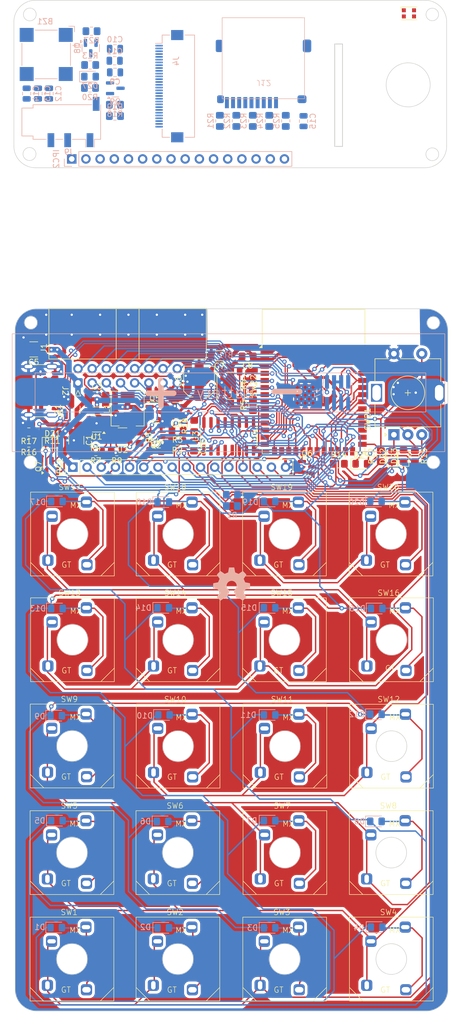
<source format=kicad_pcb>
(kicad_pcb (version 20240108) (generator "pcbnew") (generator_version "8.0")
  (layers (0 "F.Cu" signal) (31 "B.Cu" signal) (34 "B.Paste" user) (35 "F.Paste" user) (36 "B.SilkS" user "B.Silkscreen") (37 "F.SilkS" user "F.Silkscreen") (38 "B.Mask" user) (39 "F.Mask" user) (44 "Edge.Cuts" user))
  (net 0 "")
  (net 1 "GND")
  (net 2 "Net-(BZ1--)")
  (net 3 "VDD")
  (net 4 "Net-(BT1-+)")
  (net 5 "VBUS")
  (net 6 "IO_CK")
  (net 7 "Net-(C14-Pad1)")
  (net 8 "Net-(J4-Pin_21)")
  (net 9 "IO_D")
  (net 10 "Net-(J4-Pin_20)")
  (net 11 "/Front/VDD")
  (net 12 "CART_SENSE")
  (net 13 "Net-(J4-Pin_11)")
  (net 14 "/Front/LCD_RST")
  (net 15 "/Front/A_T")
  (net 16 "Net-(C12-Pad1)")
  (net 17 "/Front/A_R1")
  (net 18 "Net-(C13-Pad1)")
  (net 19 "IO_T")
  (net 20 "IO_OE")
  (net 21 "VDD_AON")
  (net 22 "/Front/A_R2")
  (net 23 "Net-(D1-A)")
  (net 24 "Net-(D2-A)")
  (net 25 "Net-(D3-A)")
  (net 26 "Net-(D4-A)")
  (net 27 "Net-(D5-A)")
  (net 28 "Net-(D6-A)")
  (net 29 "Net-(D7-A)")
  (net 30 "Net-(D8-A)")
  (net 31 "Net-(D9-A)")
  (net 32 "Net-(D10-A)")
  (net 33 "Net-(D11-A)")
  (net 34 "Net-(D12-A)")
  (net 35 "Net-(D13-A)")
  (net 36 "Net-(D14-A)")
  (net 37 "Net-(D15-A)")
  (net 38 "Net-(D16-A)")
  (net 39 "Net-(D17-A)")
  (net 40 "Net-(D18-A)")
  (net 41 "Net-(D19-A)")
  (net 42 "Net-(D20-A)")
  (net 43 "CART_FEED")
  (net 44 "#LOW_POWER_REQ")
  (net 45 "Net-(D21-A)")
  (net 46 "#B_OK")
  (net 47 "TX1")
  (net 48 "RX1")
  (net 49 "Net-(U1-PROG)")
  (net 50 "VBAT_MON")
  (net 52 "Net-(D22-A)")
  (net 53 "Net-(D23-A)")
  (net 54 "Net-(D25-K)")
  (net 55 "/Front/LED")
  (net 57 "Net-(J1-Pin_10)")
  (net 59 "Net-(J1-Pin_9)")
  (net 61 "Net-(J1-Pin_8)")
  (net 62 "Net-(J1-Pin_7)")
  (net 63 "Net-(J2-CC1)")
  (net 65 "Net-(J2-CC2)")
  (net 66 "USB-")
  (net 67 "USB+")
  (net 68 "/Front/LCD_DC")
  (net 69 "/Front/MISO")
  (net 72 "/Front/CK")
  (net 73 "/Front/MOSI")
  (net 74 "/Front/LCD_CS")
  (net 77 "/Main/RX")
  (net 78 "/Main/TX")
  (net 79 "RST")
  (net 80 "/Front/SD_CS")
  (net 81 "/Front/SD_DET")
  (net 82 "Net-(Q6-D)")
  (net 83 "Net-(Q7-S)")
  (net 84 "/Main/SD_DET")
  (net 85 "Net-(Q8-G)")
  (net 88 "Net-(Q9-G)")
  (net 90 "Net-(J12-DAT1)")
  (net 91 "/Front/BUZZER")
  (net 92 "/Main/MOSI")
  (net 93 "Net-(J12-DAT2)")
  (net 94 "/Main/SD_CS")
  (net 95 "/Main/A_IN")
  (net 96 "/Main/MISO")
  (net 97 "Net-(U2-LX)")
  (net 98 "/Main/CK")
  (net 99 "/Main/LCD_LED")
  (net 100 "/Main/LCD_CS")
  (net 101 "/Main/LCD_DC")
  (net 102 "/Main/STATUS_LED")
  (net 103 "Net-(U2-FB)")
  (net 104 "Net-(U3-QH)")
  (net 105 "Net-(U3-QG)")
  (net 106 "Net-(U3-QF)")
  (net 107 "Net-(U3-QE)")
  (net 108 "Net-(U3-QD)")
  (net 109 "Net-(U3-QC)")
  (net 111 "/Main/BUZ_DRIVE")
  (net 112 "/Front/LCD_LED")
  (net 113 "VBAT")
  (net 114 "Net-(Q2-G)")
  (net 115 "Net-(U4-IO16)")
  (net 116 "Net-(J1-Pin_4)")
  (net 117 "Net-(J1-Pin_16)")
  (net 118 "Net-(J1-Pin_6)")
  (net 119 "Net-(J1-Pin_2)")
  (net 120 "Net-(J1-Pin_14)")
  (net 121 "Net-(J1-Pin_12)")
  (footprint "Package_TO_SOT_SMD:TSOT-23-5" (layer "F.Cu") (at 14.6304 20.4357 180)
    (property "Reference" "U1")
    (property "Value" "LTC4054ES5-4.2")
  )
  (footprint "Resistor_SMD:R_0805_2012Metric_Pad1.20x1.40mm_HandSolder" (layer "F.Cu") (at 14.478 25.5016 180)
    (property "Reference" "R7")
    (property "Value" "1M")
  )
  (footprint "footprints:Combo_MechanicalSwitch" (layer "F.Cu") (at 10.2 116.332)
    (property "Reference" "SW1")
    (property "Value" "SW_Push")
    (fp_circle (center 0 0) (end 2.75 0) (stroke (width 0.1)) (fill none) (layer "Edge.Cuts"))
  )
  (footprint "Resistor_SMD:R_0805_2012Metric_Pad1.20x1.40mm_HandSolder" (layer "F.Cu") (at 32.1056 20.9296 90)
    (property "Reference" "R10")
    (property "Value" "100k")
  )
  (footprint "Package_SO:SOIC-16_3.9x9.9mm_P1.27mm" (layer "F.Cu") (at 38.2778 22.7726 90)
    (property "Reference" "U3")
    (property "Value" "74HC595")
  )
  (footprint "Resistor_SMD:R_0805_2012Metric_Pad1.20x1.40mm_HandSolder" (layer "F.Cu") (at 29.067 23.622 180)
    (property "Reference" "R2")
    (property "Value" "100k")
  )
  (footprint "Capacitor_SMD:C_Elec_5x5.4" (layer "F.Cu") (at 32.9692 12.9743 90)
    (property "Reference" "C6")
    (property "Value" "100u")
  )
  (footprint "Resistor_SMD:R_0805_2012Metric_Pad1.20x1.40mm_HandSolder" (layer "F.Cu") (at 2.4732 21.9964 180)
    (property "Reference" "R17")
    (property "Value" "5k6")
  )
  (footprint "Connector_PinHeader_2.54mm:PinHeader_1x16_P2.54mm_Vertical" (layer "F.Cu") (at 10.3632 28.2956 90)
    (property "Reference" "IPC1")
    (property "Value" "Conn_01x16_Pin")
  )
  (footprint "Resistor_SMD:R_0805_2012Metric_Pad1.20x1.40mm_HandSolder" (layer "F.Cu") (at 42.6212 17.1864 90)
    (property "Reference" "R5")
    (property "Value" "1M")
  )
  (footprint "Resistor_SMD:R_0805_2012Metric_Pad1.20x1.40mm_HandSolder" (layer "F.Cu") (at 41.672 8.4836 180)
    (property "Reference" "C8")
    (property "Value" "100n")
  )
  (footprint "Connector_USB:USB_C_Receptacle_GCT_USB4105-xx-A_16P_TopMnt_Horizontal" (layer "F.Cu") (at 3.499 14.603 -90)
    (property "Reference" "J2")
    (property "Value" "USB_C_Receptacle_USB2.0_16P")
  )
  (footprint "Package_TO_SOT_SMD:SOT-23" (layer "F.Cu") (at 10.0951 18.0109 90)
    (property "Reference" "Q1")
    (property "Value" "AO3401A")
  )
  (footprint "footprints:Combo_MechanicalSwitch" (layer "F.Cu") (at 67.404 116.332)
    (property "Reference" "SW4")
    (property "Value" "SW_Push")
    (fp_circle (center 0 0) (end 2.75 0) (stroke (width 0.1)) (fill none) (layer "Edge.Cuts"))
  )
  (footprint "Package_TO_SOT_SMD:SOT-23-3" (layer "F.Cu") (at 29.0377 18.2524 180)
    (property "Reference" "U6")
    (property "Value" "XC6206PxxxMR")
  )
  (footprint "Diode_SMD:D_0805_2012Metric_Pad1.15x1.40mm_HandSolder" (layer "F.Cu") (at 69.596 26.2796 90)
    (property "Reference" "D23")
    (property "Value" "D")
  )
  (footprint "Diode_SMD:D_0805_2012Metric_Pad1.15x1.40mm_HandSolder" (layer "F.Cu") (at 62.0358 27.686)
    (property "Reference" "D24")
    (property "Value" "D")
  )
  (footprint "footprints:Combo_MechanicalSwitch" (layer "F.Cu") (at 10.287 59.182)
    (property "Reference" "SW13")
    (property "Value" "SW_Push")
    (fp_circle (center 0 0) (end 2.75 0) (stroke (width 0.1)) (fill none) (layer "Edge.Cuts"))
  )
  (footprint "footprints:Combo_MechanicalSwitch" (layer "F.Cu") (at 67.35 40.259)
    (property "Reference" "SW20")
    (property "Value" "SW_Push")
    (fp_circle (center 0 0) (end 2.75 0) (stroke (width 0.1)) (fill none) (layer "Edge.Cuts"))
  )
  (footprint "footprints:Combo_MechanicalSwitch" (layer "F.Cu") (at 48.3 116.332)
    (property "Reference" "SW3")
    (property "Value" "SW_Push")
    (fp_circle (center 0 0) (end 2.75 0) (stroke (width 0.1)) (fill none) (layer "Edge.Cuts"))
  )
  (footprint "Resistor_SMD:R_0805_2012Metric_Pad1.20x1.40mm_HandSolder" (layer "F.Cu") (at 6.6896 21.9456 180)
    (property "Reference" "R11")
    (property "Value" "100k")
  )
  (footprint "Capacitor_SMD:C_1206_3216Metric" (layer "F.Cu") (at 36.625 8.3312 180)
    (property "Reference" "C7")
    (property "Value" "1u")
  )
  (footprint "footprints:Combo_MechanicalSwitch" (layer "F.Cu") (at 48.26 40.259)
    (property "Reference" "SW19")
    (property "Value" "SW_Push")
    (fp_circle (center 0 0) (end 2.75 0) (stroke (width 0.1)) (fill none) (layer "Edge.Cuts"))
  )
  (footprint "Inductor_SMD:L_Chilisin_BMRA00050530" (layer "F.Cu") (at 20.1676 17.8128 90)
    (property "Reference" "L1")
    (property "Value" "2u2")
  )
  (footprint "footprints:ESP32-S3-WROOM-1-Compact-Court" (layer "F.Cu") (at 53.48 12.954)
    (property "Reference" "U4")
    (property "Value" "ESP32-S3-WROOM-1")
  )
  (footprint "Resistor_SMD:R_0805_2012Metric_Pad1.20x1.40mm_HandSolder" (layer "F.Cu") (at 2.4732 23.9776 180)
    (property "Reference" "R16")
    (property "Value" "5k6")
  )
  (footprint "footprints:Combo_MechanicalSwitch" (layer "F.Cu") (at 67.392 97.281)
    (property "Reference" "SW8")
    (property "Value" "SW_Push")
    (fp_circle (center 0 0) (end 2.75 0) (stroke (width 0.1)) (fill none) (layer "Edge.Cuts"))
  )
  (footprint "Resistor_SMD:R_0805_2012Metric_Pad1.20x1.40mm_HandSolder" (layer "F.Cu") (at 22.3012 23.0124 -90)
    (property "Reference" "R8")
    (property "Value" "220k")
  )
  (footprint "Package_TO_SOT_SMD:SOT-23" (layer "F.Cu") (at 6.6317 28.1432 90)
    (property "Reference" "Q7")
    (property "Value" "AO3401A")
  )
  (footprint "LED_SMD:LED_WS2812B-2020_PLCC4_2.0x2.0mm" (layer "F.Cu") (at 70.561324 -52.926643)
    (property "Reference" "D26" (hide yes))
    (property "Value" "WS2812B-2020")
  )
  (footprint "footprints:Combo_MechanicalSwitch" (layer "F.Cu") (at 48.26 59.182)
    (property "Reference" "SW15")
    (property "Value" "SW_Push")
    (fp_circle (center 0 0) (end 2.75 0) (stroke (width 0.1)) (fill none) (layer "Edge.Cuts"))
  )
  (footprint "Capacitor_SMD:C_1210_3225Metric" (layer "F.Cu") (at 10.9728 23.4696 -90)
    (property "Reference" "C1")
    (property "Value" "100u")
  )
  (footprint "Package_TO_SOT_SMD:SOT-23" (layer "F.Cu") (at 52.324 28.2448)
    (property "Reference" "Q6")
    (property "Value" "BSS138")
  )
  (footprint "Capacitor_SMD:C_1210_3225Metric_Pad1.33x2.70mm_HandSolder" (layer "F.Cu") (at 14.6812 16.1544)
    (property "Reference" "C3")
    (property "Value" "22u")
  )
  (footprint "Resistor_SMD:R_0805_2012Metric_Pad1.20x1.40mm_HandSolder" (layer "F.Cu") (at 65.532 26.3234 90)
    (property "Reference" "R12")
    (property "Value" "100k")
  )
  (footprint "Resistor_SMD:R_0805_2012Metric_Pad1.20x1.40mm_HandSolder" (layer "F.Cu") (at 29.1084 21.7424 180)
    (property "Reference" "R3")
    (property "Value" "1k")
  )
  (footprint "Resistor_SMD:R_0805_2012Metric_Pad1.20x1.40mm_HandSolder" (layer "F.Cu") (at 71.628 26.3144 -90)
    (property "Reference" "R15")
    (property "Value" "100k")
  )
  (footprint "footprints:Combo_MechanicalSwitch" (layer "F.Cu") (at 29.21 78.231)
    (property "Reference" "SW10")
    (property "Value" "SW_Push")
    (fp_circle (center 0 0) (end 2.75 0) (stroke (width 0.1)) (fill none) (layer "Edge.Cuts"))
  )
  (footprint "footprints:Combo_MechanicalSwitch" (layer "F.Cu") (at 29.21 59.182)
    (property "Reference" "SW14")
    (property "Value" "SW_Push")
    (fp_circle (center 0 0) (end 2.75 0) (stroke (width 0.1)) (fill none) (layer "Edge.Cuts"))
  )
  (footprint "footprints:IDC-Header_2x08_P2.54mm_Horizontal" (layer "F.Cu") (at 11.2776 13.208 90)
    (property "Reference" "J1")
    (property "Value" "Conn_02x08_Odd_Even")
  )
  (footprint "Diode_SMD:D_0805_2012Metric_Pad1.15x1.40mm_HandSolder" (layer "F.Cu") (at 6.7146 23.9268)
    (property "Reference" "D21")
    (property "Value" "D")
  )
  (footprint "Package_TO_SOT_SMD:SOT-23" (layer "F.Cu") (at 25.0444 18.4048)
    (property "Reference" "Q5")
    (property "Value" "AO3401A")
  )
  (footprint "Diode_SMD:D_0805_2012Metric_Pad1.15x1.40mm_HandSolder" (layer "F.Cu") (at 67.564 26.3304 90)
    (property "Reference" "D22")
    (property "Value" "D")
  )
  (footprint "footprints:Combo_MechanicalSwitch" (layer "F.Cu") (at 48.342 78.231)
    (property "Reference" "SW11")
    (property "Value" "SW_Push")
    (fp_circle (center 0 0) (end 2.75 0) (stroke (width 0.1)) (fill none) (layer "Edge.Cuts"))
  )
  (footprint "Capacitor_SMD:C_0805_2012Metric_Pad1.18x1.45mm_HandSolder" (layer "F.Cu") (at 25.146 25.4)
    (property "Reference" "C4")
    (property "Value" "22u")
  )
  (footprint "Resistor_SMD:R_1210_3225Metric_Pad1.30x2.65mm_HandSolder" (layer "F.Cu") (at 3.3528 7.2136 180)
    (property "Reference" "C5")
    (property "Value" "22u")
  )
  (footprint "footprints:Combo_MechanicalSwitch" (layer "F.Cu") (at 29.177 116.332)
    (property "Reference" "SW2")
    (property "Value" "SW_Push")
    (fp_circle (center 0 0) (end 2.75 0) (stroke (width 0.1)) (fill none) (layer "Edge.Cuts"))
  )
  (footprint "footprints:RotaryEncoder_Alps_EC11E-Switch_Vertical_H20mm" (layer "F.Cu") (at 67.87 22.486 90)
    (property "Reference" "SW21")
    (property "Value" "Encoder")
  )
  (footprint "footprints:Combo_MechanicalSwitch" (layer "F.Cu") (at 67.437 59.182)
    (property "Reference" "SW16")
    (property "Value" "SW_Push")
    (fp_circle (center 0 0) (end 2.75 0) (stroke (width 0.1)) (fill none) (layer "Edge.Cuts"))
  )
  (footprint "Resistor_SMD:R_0805_2012Metric_Pad1.20x1.40mm_HandSolder" (layer "F.Cu") (at 14.4432 23.2156 180)
    (property "Reference" "R4")
    (property "Value" "2k")
  )
  (footprint "Package_TO_SOT_SMD:TSOT-23-5" (layer "F.Cu") (at 19.2532 22.8233 180)
    (property "Reference" "U2")
    (property "Value" "STI3411A")
  )
  (footprint "footprints:Combo_MechanicalSwitch" (layer "F.Cu") (at 10.287 40.259)
    (property "Reference" "SW17")
    (property "Value" "SW_Push")
    (fp_circle (center 0 0) (end 2.75 0) (stroke (width 0.1)) (fill none) (layer "Edge.Cuts"))
  )
  (footprint "footprints:Combo_MechanicalSwitch" (layer "F.Cu") (at 29.21 40.259)
    (property "Reference" "SW18")
    (property "Value" "SW_Push")
    (fp_circle (center 0 0) (end 2.75 0) (stroke (width 0.1)) (fill none) (layer "Edge.Cuts"))
  )
  (footprint "Resistor_SMD:R_0805_2012Metric_Pad1.20x1.40mm_HandSolder" (layer "F.Cu") (at 18.2212 25.5016 180)
    (property "Reference" "R9")
    (property "Value" "47k")
  )
  (footprint "footprints:Combo_MechanicalSwitch" (layer "F.Cu") (at 10.227 78.197)
    (property "Reference" "SW9")
    (property "Value" "SW_Push")
    (fp_circle (center 0 0) (end 2.75 0) (stroke (width 0.1)) (fill none) (layer "Edge.Cuts"))
  )
  (footprint "footprints:Combo_MechanicalSwitch" (layer "F.Cu") (at 67.437 78.232)
    (property "Reference" "SW12")
    (property "Value" "SW_Push")
    (fp_circle (center 0 0) (end 2.75 0) (stroke (width 0.1)) (fill none) (layer "Edge.Cuts"))
  )
  (footprint "footprints:Combo_MechanicalSwitch" (layer "F.Cu") (at 10.2 97.282)
    (property "Reference" "SW5")
    (property "Value" "SW_Push")
    (fp_circle (center 0 0) (end 2.75 0) (stroke (width 0.1)) (fill none) (layer "Edge.Cuts"))
  )
  (footprint "footprints:Combo_MechanicalSwitch" (layer "F.Cu") (at 48.342 97.281)
    (property "Reference" "SW7")
    (property "Value" "SW_Push")
    (fp_circle (center 0 0) (end 2.75 0) (stroke (width 0.1)) (fill none) (layer "Edge.Cuts"))
  )
  (footprint "footprints:Combo_MechanicalSwitch" (layer "F.Cu") (at 29.165 97.281)
    (property "Reference" "SW6")
    (property "Value" "SW_Push")
    (fp_circle (center 0 0) (end 2.75 0) (stroke (width 0.1)) (fill none) (layer "Edge.Cuts"))
  )
  (footprint "Resistor_SMD:R_0805_2012Metric_Pad1.20x1.40mm_HandSolder" (layer "F.Cu") (at 42.5704 13.4704 90)
    (property "Reference" "R6")
    (property "Value" "1M")
  )
  (footprint "Resistor_SMD:R_0805_2012Metric_Pad1.20x1.40mm_HandSolder" (layer "F.Cu") (at 57.9976 27.686)
    (property "Reference" "R14")
    (property "Value" "100k")
  )
  (footprint "Resistor_SMD:R_0805_2012Metric" (layer "F.Cu") (at 32.0548 24.5872 -90)
    (property "Reference" "C16")
    (property "Value" "1u")
  )
  (footprint "Package_TO_SOT_SMD:SOT-23" (layer "F.Cu") (at 25.2476 21.9964 180)
    (property "Reference" "Q2")
    (property "Value" "BSS138")
  )
  (footprint "Button_Switch_SMD:SW_SPST_PTS647_Sx38" (layer "F.Cu") (at 38.6332 13.7326 -90)
    (property "Reference" "SW22")
    (property "Value" "RST")
  )
  (footprint "Diode_SMD:D_0805_2012Metric_Pad1.15x1.40mm_HandSolder" (layer "B.Cu") (at 7.374 110.692)
    (property "Reference" "D1")
    (property "Value" "D")
  )
  (footprint "Resistor_SMD:R_0805_2012Metric_Pad1.20x1.40mm_HandSolder" (layer "B.Cu") (at 48.494669 -33.684383 -90)
    (property "Reference" "R25")
    (property "Value" "47k")
  )
  (footprint "Resistor_SMD:R_0805_2012Metric_Pad1.20x1.40mm_HandSolder" (layer "B.Cu") (at 38.846 33.2232)
    (property "Reference" "D25" (hide yes))
    (property "Value" "BAT_REV")
  )
  (footprint "Capacitor_SMD:C_0805_2012Metric" (layer "B.Cu") (at 4.1148 -38.5724 90)
    (property "Reference" "C13")
    (property "Value" "1u")
  )
  (footprint "Connector_PinSocket_2.54mm:PinSocket_1x16_P2.54mm_Vertical" (layer "B.Cu") (at 10.160001 -26.869689 -90)
    (property "Reference" "IPC2")
    (property "Value" "Conn_01x16_Socket")
  )
  (footprint "Package_TO_SOT_SMD:SOT-23" (layer "B.Cu") (at 13.5628 -46.7129 -90)
    (property "Reference" "Q8")
    (property "Value" "BSS138")
  )
  (footprint "Buzzer_Beeper:MagneticBuzzer_CUI_CMT-8504-100-SMT" (layer "B.Cu") (at 5.5828 -45.5728 180)
    (property "Reference" "BZ1")
    (property "Value" "Buzzer")
  )
  (footprint "Diode_SMD:D_0805_2012Metric_Pad1.15x1.40mm_HandSolder" (layer "B.Cu") (at 64.77 110.617)
    (property "Reference" "D4")
    (property "Value" "D")
  )
  (footprint "Diode_SMD:D_0805_2012Metric_Pad1.15x1.40mm_HandSolder" (layer "B.Cu") (at 64.652 34.417)
    (property "Reference" "D20")
    (property "Value" "D")
  )
  (footprint "Diode_SMD:D_0805_2012Metric_Pad1.15x1.40mm_HandSolder" (layer "B.Cu") (at 7.502 91.567)
    (property "Reference" "D5")
    (property "Value" "D")
  )
  (footprint "Diode_SMD:D_0805_2012Metric_Pad1.15x1.40mm_HandSolder" (layer "B.Cu") (at 7.375 72.771)
    (property "Reference" "D9")
    (property "Value" "D")
  )
  (footprint "Diode_SMD:D_0805_2012Metric_Pad1.15x1.40mm_HandSolder" (layer "B.Cu") (at 64.652 72.517)
    (property "Reference" "D12")
    (property "Value" "D")
  )
  (footprint "Resistor_SMD:R_0805_2012Metric_Pad1.20x1.40mm_HandSolder" (layer "B.Cu") (at 45.544669 -33.684383 -90)
    (property "Reference" "R24")
    (property "Value" "47k")
  )
  (footprint "Diode_SMD:D_0805_2012Metric_Pad1.15x1.40mm_HandSolder" (layer "B.Cu") (at 26.552 34.544)
    (property "Reference" "D18")
    (property "Value" "D")
  )
  (footprint "footprints:LiIon18650" (layer "B.Cu") (at 76.9874 4.4196 180)
    (property "Reference" "BT1")
    (property "Value" "Battery")
  )
  (footprint "Resistor_SMD:R_0805_2012Metric_Pad1.20x1.40mm_HandSolder" (layer "B.Cu") (at 17.8976 -36.576)
    (property "Reference" "R18")
    (property "Value" "100k")
  )
  (footprint "Resistor_SMD:R_0805_2012Metric_Pad1.20x1.40mm_HandSolder" (layer "B.Cu") (at 13.4272 -39.5732)
    (property "Reference" "R20")
    (property "Value" "1k")
  )
  (footprint "Connector_PinHeader_1.27mm:PinHeader_2x04_P1.27mm_Vertical_SMD" (layer "B.Cu") (at 57.785 14.986 -90)
    (property "Reference" "J7")
    (property "Value" "PROG")
  )
  (footprint "Capacitor_SMD:C_0805_2012Metric" (layer "B.Cu") (at 51.680669 -33.639383 90)
    (property "Reference" "C15")
    (property "Value" "10u")
  )
  (footprint "Resistor_SMD:R_0805_2012Metric_Pad1.20x1.40mm_HandSolder" (layer "B.Cu") (at 36.694669 -33.684383 -90)
    (property "Reference" "R21")
    (property "Value" "47k")
  )
  (footprint "Resistor_SMD:R_0805_2012Metric_Pad1.20x1.40mm_HandSolder" (layer "B.Cu") (at 17.8976 -34.544 180)
    (property "Reference" "R19")
    (property "Value" "100")
  )
  (footprint "Diode_SMD:D_0805_2012Metric_Pad1.15x1.40mm_HandSolder" (layer "B.Cu") (at 26.679 72.644)
    (property "Reference" "D10")
    (property "Value" "D")
  )
  (footprint "Symbol:OSHW-Symbol_6.7x6mm_SilkScreen" (layer "B.Cu") (at 38.8112 49.2252 180)
    (property "Reference" "N1" (hide yes))
    (property "Value" "Housing" (hide yes))
  )
  (footprint "Diode_SMD:D_0805_2012Metric_Pad1.15x1.40mm_HandSolder" (layer "B.Cu") (at 13.437 -41.6052)
    (property "Reference" "D27")
    (property "Value" "D")
  )
  (footprint "Capacitor_SMD:C_0805_2012Metric" (layer "B.Cu") (at 17.8968 -46.5836 180)
    (property "Reference" "C10")
    (property "Value" "1u")
  )
  (footprint "Diode_SMD:D_0805_2012Metric_Pad1.15x1.40mm_HandSolder" (layer "B.Cu") (at 64.779 53.594)
    (property "Reference" "D16")
    (property "Value" "D")
  )
  (footprint "Diode_SMD:D_0805_2012Metric_Pad1.15x1.40mm_HandSolder" (layer "B.Cu") (at 26.425 91.694)
    (property "Reference" "D6")
    (property "Value" "D")
  )
  (footprint "Diode_SMD:D_0805_2012Metric_Pad1.15x1.40mm_HandSolder" (layer "B.Cu") (at 45.602 72.644)
    (property "Reference" "D11")
    (property "Value" "D")
  )
  (footprint "Diode_SMD:D_0805_2012Metric_Pad1.15x1.40mm_HandSolder" (layer "B.Cu") (at 7.502 53.594)
    (property "Reference" "D13")
    (property "Value" "D")
  )
  (footprint "Capacitor_SMD:C_0805_2012Metric" (layer "B.Cu") (at 17.9172 -42.3672)
    (property "Reference" "C9")
    (property "Value" "1u")
  )
  (footprint "Capacitor_SMD:C_0805_2012Metric" (layer "B.Cu") (at 17.846 -44.45 180)
    (property "Reference" "C11")
    (property "Value" "100n")
  )
  (footprint "footprints:microSD_Short_1" (layer "B.Cu") (at 44.554 -43.5996)
    (property "Reference" "J12")
    (property "Value" "Micro_SD_Card_Det2")
  )
  (footprint "Diode_SMD:D_0805_2012Metric_Pad1.15x1.40mm_HandSolder" (layer "B.Cu") (at 64.652 91.694)
    (property "Reference" "D8")
    (property "Value" "D")
  )
  (footprint "Package_TO_SOT_SMD:SOT-23" (layer "B.Cu") (at 17.9601 -39.5224)
    (property "Reference" "Q9")
    (property "Value" "BSS138")
  )
  (footprint "Resistor_SMD:R_0805_2012Metric_Pad1.20x1.40mm_HandSolder" (layer "B.Cu") (at 39.644669 -33.684383 -90)
    (property "Reference" "R22")
    (property "Value" "47k")
  )
  (footprint "Capacitor_SMD:C_0805_2012Metric" (layer "B.Cu") (at 2.0828 -38.5724 90)
    (property "Reference" "C14")
    (property "Value" "1u")
  )
  (footprint "Diode_SMD:D_0805_2012Metric_Pad1.15x1.40mm_HandSolder" (layer "B.Cu") (at 26.552 110.744)
    (property "Reference" "D2")
    (property "Value" "D")
  )
  (footprint "Diode_SMD:D_0805_2012Metric_Pad1.15x1.40mm_HandSolder" (layer "B.Cu") (at 45.602 34.417)
    (property "Reference" "D19")
    (property "Value" "D")
  )
  (footprint "Resistor_SMD:R_0805_2012Metric_Pad1.20x1.40mm_HandSolder" (layer "B.Cu") (at 13.7 -49.7332)
    (property "Reference" "R27")
    (property "Value" "10k")
  )
  (footprint "Resistor_SMD:R_0805_2012Metric_Pad1.20x1.40mm_HandSolder" (layer "B.Cu") (at 38.846 35.2552)
    (property "Reference" "R1")
    (property "Value" "33k")
  )
  (footprint "Resistor_SMD:R_0805_2012Metric_Pad1.20x1.40mm_HandSolder" (layer "B.Cu") (at 13.462 -43.688 180)
    (property "Reference" "R13")
    (property "Value" "10k")
  )
  (footprint "Diode_SMD:D_0805_2012Metric_Pad1.15x1.40mm_HandSolder" (layer "B.Cu") (at 26.552 53.467)
    (property "Reference" "D14")
    (property "Value" "D")
  )
  (footprint "Diode_SMD:D_0805_2012Metric_Pad1.15x1.40mm_HandSolder" (layer "B.Cu") (at 7.502 34.417)
    (property "Reference" "D17")
    (property "Value" "D")
  )
  (footprint "Diode_SMD:D_0805_2012Metric_Pad1.15x1.40mm_HandSolder" (layer "B.Cu") (at 45.602 53.467)
    (property "Reference" "D15")
    (property "Value" "D")
  )
  (footprint "Connector_FFC-FPC:Hirose_FH12-30S-0.5SH_1x30-1MP_P0.50mm_Horizontal" (layer "B.Cu") (at 27.6564 -39.8952 -90)
    (property "Reference" "J4")
    (property "Value" "LCD_socket")
  )
  (footprint "Capacitor_SMD:C_0805_2012Metric" (layer "B.Cu") (at 6.096 -38.5724 90)
    (property "Reference" "C12")
    (property "Value" "1u")
  )
  (footprint "Diode_SMD:D_0805_2012Metric_Pad1.15x1.40mm_HandSolder" (layer "B.Cu") (at 45.602 91.567)
    (property "Reference" "D7")
    (property "Value" "D")
  )
  (footprint "Diode_SMD:D_0805_2012Metric_Pad1.15x1.40mm_HandSolder" (layer "B.Cu") (at 45.602 110.744)
    (property "Reference" "D3")
    (property "Value" "D")
  )
  (footprint "Resistor_SMD:R_0805_2012Metric_Pad1.20x1.40mm_HandSolder" (layer "B.Cu") (at 42.594669 -33.684383 -90)
    (property "Reference" "R23")
    (property "Value" "47k")
  )
  (footprint "footprints:Jack_3.5mm_PJ320D_Horizontal" (layer "B.Cu") (at 9.6038 -33.4784)
    (property "Reference" "J9")
    (property "Value" "AudioJack4")
  )
  (gr_circle (center 2.646293 -52.728643) (end 3.243385 -51.752643) (stroke (width 0.1)) (fill none) (layer "Edge.Cuts"))
  (gr_circle (center 2.593911 -27.75254) (end 3.436693 -26.949062) (stroke (width 0.1)) (fill none) (layer "Edge.Cuts"))
  (gr_line (start 0.019723 121.775446) (end 0 3.81) (stroke (width 0.1)) (layer "Edge.Cuts"))
  (gr_arc (start 77.317601 -29.159197) (mid 76.18626 -26.427985) (end 73.455047 -25.296643) (stroke (width 0.1)) (layer "Edge.Cuts"))
  (gr_line (start 73.679723 125.638) (end 3.882277 125.638) (stroke (width 0.1)) (layer "Edge.Cuts"))
  (gr_line (start 73.455047 -55.268643) (end 3.657601 -55.268643) (stroke (width 0.1)) (layer "Edge.Cuts"))
  (gr_arc (start 3.657601 -25.296643) (mid 0.926361 -26.427958) (end -0.204953 -29.159197) (stroke (width 0.1)) (layer "Edge.Cuts"))
  (gr_rect (start 57.265378 -47.4472) (end 58.662378 -29.1084) (stroke (width 0.15)) (fill none) (layer "Edge.Cuts"))
  (gr_line (start 73.66 -0.052554) (end 3.862554 -0.052554) (stroke (width 0.1)) (layer "Edge.Cuts"))
  (gr_circle (center 2.834254 2.42837) (end 3.431346 3.40437) (stroke (width 0.1)) (fill none) (layer "Edge.Cuts"))
  (gr_arc (start 73.455047 -55.268643) (mid 76.186303 -54.137336) (end 77.317601 -51.406089) (stroke (width 0.1)) (layer "Edge.Cuts"))
  (gr_circle (center 74.933935 27.416216) (end 75.739935 28.234216) (stroke (width 0.1)) (fill none) (layer "Edge.Cuts"))
  (gr_circle (center 70.423498 -40.132) (end 73.152 -37.2872) (stroke (width 0.1)) (fill none) (layer "Edge.Cuts"))
  (gr_arc (start 77.542277 121.775446) (mid 76.410946 124.506663) (end 73.679723 125.638) (stroke (width 0.1)) (layer "Edge.Cuts"))
  (gr_line (start 77.317601 -51.406089) (end 77.317601 -29.159197) (stroke (width 0.1)) (layer "Edge.Cuts"))
  (gr_circle (center 74.744788 -52.728643) (end 75.300788 -51.752643) (stroke (width 0.1)) (fill none) (layer "Edge.Cuts"))
  (gr_arc (start 0 3.81) (mid 1.131316 1.078762) (end 3.862554 -0.052554) (stroke (width 0.1)) (layer "Edge.Cuts"))
  (gr_arc (start 73.66 -0.052554) (mid 76.391238 1.078762) (end 77.522554 3.81) (stroke (width 0.1)) (layer "Edge.Cuts"))
  (gr_circle (center 74.936659 2.45863) (end 75.492659 3.43463) (stroke (width 0.1)) (fill none) (layer "Edge.Cuts"))
  (gr_line (start 73.455047 -25.296643) (end 3.657601 -25.296643) (stroke (width 0.1)) (layer "Edge.Cuts"))
  (gr_line (start 77.522554 3.81) (end 77.542277 121.775446) (stroke (width 0.1)) (layer "Edge.Cuts"))
  (gr_circle (center 2.785962 27.412757) (end 3.628744 28.216235) (stroke (width 0.1)) (fill none) (layer "Edge.Cuts"))
  (gr_arc (start -0.204953 -51.406089) (mid 0.926363 -54.137327) (end 3.657601 -55.268643) (stroke (width 0.1)) (layer "Edge.Cuts"))
  (gr_arc (start 3.882277 125.638) (mid 1.151039 124.506684) (end 0.019723 121.775446) (stroke (width 0.1)) (layer "Edge.Cuts"))
  (gr_line (start -0.204953 -51.406089) (end -0.204953 -29.159197) (stroke (width 0.1)) (layer "Edge.Cuts"))
  (gr_circle (center 74.751324 -27.709643) (end 75.557324 -26.891643) (stroke (width 0.1)) (fill none) (layer "Edge.Cuts"))
  (segment (start 12.4526 12.5664) (end 12.4526 13.504701) (width 0.25) (layer "F.Cu") (net 1))
  (segment (start 41.0582 13.9826) (end 41.0582 17.1277) (width 0.25) (layer "F.Cu") (net 1))
  (segment (start 28.616434 17.357999) (end 28.616434 16.722566) (width 0.25) (layer "F.Cu") (net 1))
  (segment (start 18.034 20.5792) (end 18.034 19.05) (width 0.25) (layer "F.Cu") (net 1))
  (segment (start 38.048 11.1076) (end 40.672 8.4836) (width 0.25) (layer "F.Cu") (net 1))
  (segment (start 28.8798 13.208) (end 29.0576 13.208) (width 0.25) (layer "F.Cu") (net 1))
  (segment (start 14.6163 20.4357) (end 14.605 20.447) (width 0.25) (layer "F.Cu") (net 1))
  (segment (start 10.9728 24.9446) (end 12.7018 23.2156) (width 1) (layer "F.Cu") (net 1))
  (segment (start 37.0332 13.1572) (end 37.0332 11.1076) (width 0.25) (layer "F.Cu") (net 1))
  (segment (start 19.177 22.272099) (end 19.177 21.463) (width 0.25) (layer "F.Cu") (net 1))
  (segment (start 51.308 28.1948) (end 51.3865 28.2733) (width 0.25) (layer "F.Cu") (net 1))
  (segment (start 16.2437 16.1544) (end 16.0274 16.1544) (width 0.25) (layer "F.Cu") (net 1))
  (segment (start 35.15 8.3312) (end 32.9692 10.512) (width 0.25) (layer "F.Cu") (net 1))
  (segment (start 29.0576 13.208) (end 30.673 13.208) (width 0.25) (layer "F.Cu") (net 1))
  (segment (start 7.179 11.403) (end 8.028 11.403) (width 0.25) (layer "F.Cu") (net 1))
  (segment (start 30.2787 23.7236) (end 32.0548 25.4997) (width 0.25) (layer "F.Cu") (net 1))
  (segment (start 29.0576 13.208) (end 27.8826 12.033) (width 0.25) (layer "F.Cu") (net 1))
  (segment (start 30.8813 12.9997) (end 32.9692 10.9118) (width 0.25) (layer "F.Cu") (net 1))
  (segment (start 32.9692 10.512) (end 32.9692 10.9118) (width 0.25) (layer "F.Cu") (net 1))
  (segment (start 42.5704 12.4704) (end 41.0582 13.9826) (width 0.25) (layer "F.Cu") (net 1))
  (segment (start 26.1851 20.2969) (end 26.1851 21.0464) (width 0.25) (layer "F.Cu") (net 1))
  (segment (start 20.3907 22.8233) (end 19.728201 22.8233) (width 0.25) (layer "F.Cu") (net 1))
  (segment (start 43.6462 17.5913) (end 43.1826 17.1277) (width 0.25) (layer "F.Cu") (net 1))
  (segment (start 43.6462 24.3242) (end 43.6462 17.5913) (width 0.25) (layer "F.Cu") (net 1))
  (segment (start 38.1508 17.4752) (end 37.0332 16.3576) (width 0.25) (layer "F.Cu") (net 1))
  (segment (start 9.1451 18.9484) (end 7.9997 17.803) (width 0.25) (layer "F.Cu") (net 1))
  (segment (start 26.416 20.066) (end 26.1851 20.2969) (width 0.25) (layer "F.Cu") (net 1))
  (segment (start 17.1282 25.4434) (end 17.1282 23.422392) (width 0.25) (layer "F.Cu") (net 1))
  (segment (start 27.06 24.647) (end 29.042 24.647) (width 0.25) (layer "F.Cu") (net 1))
  (segment (start 43.1826 17.1277) (end 41.0582 17.1277) (width 0.25) (layer "F.Cu") (net 1))
  (segment (start 17.727292 22.8233) (end 20.3907 22.8233) (width 0.25) (layer "F.Cu") (net 1))
  (segment (start 40.7107 17.4752) (end 38.1508 17.4752) (width 0.25) (layer "F.Cu") (net 1))
  (segment (start 30.1752 19.2024) (end 30.1752 19.1008) (width 0.25) (layer "F.Cu") (net 1))
  (segment (start 19.728201 22.8233) (end 19.177 22.272099) (width 0.25) (layer "F.Cu") (net 1))
  (segment (start 27.8826 12.033) (end 12.986 12.033) (width 0.25) (layer "F.Cu") (net 1))
  (segment (start 17.2372 25.5524) (end 17.1282 25.4434) (width 0.25) (layer "F.Cu") (net 1))
  (segment (start 12.986 12.033) (end 12.4526 12.5664) (width 0.25) (layer "F.Cu") (net 1))
  (segment (start 19.177 21.463) (end 18.8518 21.1378) (width 0.25) (layer "F.Cu") (net 1))
  (segment (start 44.73 7.694) (end 43.3972 6.3612) (width 0.25) (layer "F.Cu") (net 1))
  (segment (start 42.7228 25.2476) (end 43.6462 24.3242) (width 0.25) (layer "F.Cu") (net 1))
  (segment (start 30.1752 19.1008) (end 30.607 18.669) (width 0.25) (layer "F.Cu") (net 1))
  (segment (start 37.12 6.3612) (end 35.15 8.3312) (width 0.25) (layer "F.Cu") (net 1))
  (segment (start 26.416 24.003) (end 27.06 24.647) (width 0.25) (layer "F.Cu") (net 1))
  (segment (start 37.0332 16.3576) (end 37.0332 13.1572) (width 0.25) (layer "F.Cu") (net 1))
  (segment (start 17.1282 23.422392) (end 17.727292 22.8233) (width 0.25) (layer "F.Cu") (net 1))
  (segment (start 12.7018 23.2156) (end 13.4432 23.2156) (width 1) (layer "F.Cu") (net 1))
  (segment (start 28.616434 16.722566) (end 29.0576 16.2814) (width 0.25) (layer "F.Cu") (net 1))
  (segment (start 26.3066 24.1124) (end 26.3066 25.2476) (width 0.25) (layer "F.Cu") (net 1))
  (segment (start 8.028 11.403) (end 8.255 11.176) (width 0.25) (layer "F.Cu") (net 1))
  (segment (start 12.4526 13.504701) (end 13.425899 14.478) (width 0.25) (layer "F.Cu") (net 1))
  (segment (start 7.9997 17.803) (end 7.179 17.803) (width 0.25) (layer "F.Cu") (net 1))
  (segment (start 37.0332 11.1076) (end 38.048 11.1076) (width 0.25) (layer "F.Cu") (net 1))
  (segment (start 30.1592 23.7236) (end 30.2787 23.7236) (width 0.25) (layer "F.Cu") (net 1))
  (segment (start 49.784 29.084893) (end 49.793707 29.0946) (width 0.25) (layer "F.Cu") (net 1))
  (segment (start 13.425899 14.478) (end 14.351 14.478) (width 0.25) (layer "F.Cu") (net 1))
  (segment (start 17.2212 25.5016) (end 17.787035 25.5016) (width 0.25) (layer "F.Cu") (net 1))
  (segment (start 30.673 13.208) (end 30.8813 12.9997) (width 0.25) (layer "F.Cu") (net 1))
  (segment (start 43.3972 6.3612) (end 37.12 6.3612) (width 0.25) (layer "F.Cu") (net 1))
  (segment (start 26.416 24.003) (end 26.3066 24.1124) (width 0.25) (layer "F.Cu") (net 1))
  (segment (start 17.787035 25.5016) (end 18.0212 25.735765) (width 0.25) (layer "F.Cu") (net 1))
  (segment (start 29.0576 16.2814) (end 29.0576 13.208) (width 0.25) (layer "F.Cu") (net 1))
  (segment (start 18.8518 21.1378) (end 18.5926 21.1378) (width 0.25) (layer "F.Cu") (net 1))
  (segment (start 29.042 24.647) (end 30.067 23.622) (width 0.25) (layer "F.Cu") (net 1))
  (segment (start 14.351 14.478) (end 14.732 14.859) (width 0.25) (layer "F.Cu") (net 1))
  (segment (start 15.7679 20.4357) (end 14.6163 20.4357) (width 0.25) (layer "F.Cu") (net 1))
  (segment (start 16.0274 16.1544) (end 14.732 14.859) (width 0.25) (layer "F.Cu") (net 1))
  (segment (start 41.0582 17.1277) (end 40.7107 17.4752) (width 0.25) (layer "F.Cu") (net 1))
  (segment (start 51.3865 28.2733) (end 51.3865 29.1948) (width 0.25) (layer "F.Cu") (net 1))
  (segment (start 18.5926 21.1378) (end 18.034 20.5792) (width 0.25) (layer "F.Cu") (net 1))
  (segment (start 49.784 27.051) (end 49.784 29.084893) (width 0.25) (layer "F.Cu") (net 1))
  (via (at 26.416 24.003) (size 0.8) (drill 0.4) (layers "F.Cu" "B.Cu") (net 1))
  (via (at 49.784 27.051) (size 0.8) (drill 0.4) (layers "F.Cu" "B.Cu") (net 1))
  (via (at 49.793707 29.0946) (size 0.8) (drill 0.4) (layers "F.Cu" "B.Cu") (net 1))
  (via (at 37.0332 13.1572) (size 0.8) (drill 0.4) (layers "F.Cu" "B.Cu") (net 1))
  (via (at 15.24 1.016) (size 0.8) (drill 0.4) (layers "F.Cu" "B.Cu") (net 1))
  (via (at 8.255 11.176) (size 0.8) (drill 0.4) (layers "F.Cu" "B.Cu") (net 1))
  (via (at 5.588 1.016) (size 0.8) (drill 0.4) (layers "F.Cu" "B.Cu") (net 1))
  (via (at 31.0896 11.1252) (size 0.8) (drill 0.4) (layers "F.Cu" "B.Cu") (net 1))
  (via (at 38.5572 14.8844) (size 0.8) (drill 0.4) (layers "F.Cu" "B.Cu") (net 1))
  (via (at 10.16 4.572) (size 0.8) (drill 0.4) (layers "F.Cu" "B.Cu") (net 1))
  (via (at 30.48 1.016) (size 0.8) (drill 0.4) (layers "F.Cu" "B.Cu") (net 1))
  (via (at 71.7804 14.9606) (size 0.8) (drill 0.4) (layers "F.Cu" "B.Cu") (net 1))
  (via (at 33.528 1.016) (size 0.8) (drill 0.4) (layers "F.Cu" "B.Cu") (net 1))
  (via (at 28.616434 17.357999) (size 0.8) (drill 0.4) (layers "F.Cu" "B.Cu") (net 1))
  (via (at 8.35715 18.16045) (size 0.8) (drill 0.4) (layers "F.Cu" "B.Cu") (net 1))
  (via (at 4.572 11.176) (size 0.8) (drill 0.4) (layers "F.Cu" "B.Cu") (net 1))
  (via (at 67.818 15.24) (size 0.8) (drill 0.4) (layers "F.Cu" "B.Cu") (net 1))
  (via (at 67.818 13.97) (size 0.8) (drill 0.4) (layers "F.Cu" "B.Cu") (net 1))
  (via (at 25.4 4.572) (size 0.8) (drill 0.4) (layers "F.Cu" "B.Cu") (net 1))
  (via (at 10.541 23.495) (size 0.8) (drill 0.4) (layers "F.Cu" "B.Cu") (net 1))
  (via (at 30.607 18.669) (size 0.8) (drill 0.4) (layers "F.Cu" "B.Cu") (net 1))
  (via (at 71.7804 14.9606) (size 0.8) (drill 0.4) (layers "F.Cu" "B.Cu") (net 1))
  (via (at 71.7804 14.9606) (size 0.8) (drill 0.4) (layers "F.Cu" "B.Cu") (net 1))
  (via (at 51.308 28.1948) (size 0.8) (drill 0.4) (layers "F.Cu" "B.Cu") (net 1))
  (via (at 33.528 4.572) (size 0.8) (drill 0.4) (layers "F.Cu" "B.Cu") (net 1))
  (via (at 68.58 13.208) (size 0.8) (drill 0.4) (layers "F.Cu" "B.Cu") (net 1))
  (via (at 71.7804 14.9606) (size 0.8) (drill 0.4) (layers "F.Cu" "B.Cu") (net 1))
  (via (at 71.7804 14.9606) (size 0.8) (drill 0.4) (layers "F.Cu" "B.Cu") (net 1))
  (via (at 18.034 19.05) (size 0.8) (drill 0.4) (layers "F.Cu" "B.Cu") (net 1))
  (via (at 26.416 20.066) (size 0.8) (drill 0.4) (layers "F.Cu" "B.Cu") (net 1))
  (via (at 1.524 5.08) (size 0.8) (drill 0.4) (layers "F.Cu" "B.Cu") (net 1))
  (via (at 71.7804 14.9606) (size 0.8) (drill 0.4) (layers "F.Cu" "B.Cu") (net 1))
  (via (at 30.5816 11.938) (size 0.8) (drill 0.4) (layers "F.Cu" "B.Cu") (net 1))
  (via (at 20.32 1.016) (size 0.8) (drill 0.4) (layers "F.Cu" "B.Cu") (net 1))
  (via (at 30.48 4.572) (size 0.8) (drill 0.4) (layers "F.Cu" "B.Cu") (net 1))
  (via (at 14.605 20.447) (size 0.8) (drill 0.4) (layers "F.Cu" "B.Cu") (net 1))
  (via (at 20.32 4.572) (size 0.8) (drill 0.4) (layers "F.Cu" "B.Cu") (net 1))
  (via (at 9.398 23.495) (size 0.8) (drill 0.4) (layers "F.Cu" "B.Cu") (net 1))
  (via (at 25.4 1.016) (size 0.8) (drill 0.4) (layers "F.Cu" "B.Cu") (net 1))
  (via (at 1.4224 20.3708) (size 0.8) (drill 0.4) (layers "F.Cu" "B.Cu") (net 1))
  (via (at 18.0212 25.735765) (size 0.8) (drill 0.4) (layers "F.Cu" "B.Cu") (net 1))
  (via (at 15.24 4.572) (size 0.8) (drill 0.4) (layers "F.Cu" "B.Cu") (net 1))
  (via (at 30.8813 12.9997) (size 0.8) (drill 0.4) (layers "F.Cu" "B.Cu") (net 1))
  (via (at 14.732 14.859) (size 0.8) (drill 0.4) (layers "F.Cu" "B.Cu") (net 1))
  (via (at 5.588 4.572) (size 0.8) (drill 0.4) (layers "F.Cu" "B.Cu") (net 1))
  (via (at 10.16 1.016) (size 0.8) (drill 0.4) (layers "F.Cu" "B.Cu") (net 1))
  (segment (start 29.718 12.5476) (end 29.0576 13.208) (width 0.25) (layer "B.Cu") (net 1))
  (segment (start 21.844 29.083) (end 21.844 27.853099) (width 0.25) (layer "B.Cu") (net 1))
  (segment (start 26.416 20.066) (end 20.32 26.162) (width 0.25) (layer "B.Cu") (net 1))
  (segment (start 48.5394 28.2956) (end 49.784 27.051) (width 0.25) (layer "B.Cu") (net 1))
  (segment (start 21.844 27.853099) (end 24.932099 24.765) (width 0.25) (layer "B.Cu") (net 1))
  (segment (start 24.932099 24.765) (end 25.654 24.765) (width 0.25) (layer "B.Cu") (net 1))
  (segment (start 21.082 29.845) (end 21.844 29.083) (width 0.25) (layer "B.Cu") (net 1))
  (segment (start 18.0212 25.735765) (end 18.415 26.129565) (width 0.25) (layer "B.Cu") (net 1))
  (segment (start 18.415 26.129565) (end 18.415 26.162) (width 0.25) (layer "B.Cu") (net 1))
  (segment (start 25.654 24.765) (end 26.416 24.003) (width 0.25) (layer "B.Cu") (net 1))
  (segment (start 48.4632 28.2956) (end 48.5394 28.2956) (width 0.25) (layer "B.Cu") (net 1))
  (segment (start 8.35715 18.16045) (end 8.853 18.6563) (width 0.25) (layer "B.Cu") (net 1))
  (segment (start 19.685 29.845) (end 21.082 29.845) (width 0.25) (layer "B.Cu") (net 1))
  (segment (start 51.308 28.1948) (end 51.308 28.448) (width 0.25) (layer "B.Cu") (net 1))
  (segment (start 57.15 13.036) (end 58.42 13.036) (width 0.25) (layer "B.Cu") (net 1))
  (segment (start 20.32 26.162) (end 18.415 26.162) (width 0.25) (layer "B.Cu") (net 1))
  (segment (start 57.15 16.936) (end 57.15 13.036) (width 0.25) (layer "B.Cu") (net 1))
  (segment (start 18.0212 25.735765) (end 19.304 27.018565) (width 0.25) (layer "B.Cu") (net 1))
  (segment (start 19.304 29.464) (end 19.685 29.845) (width 0.25) (layer "B.Cu") (net 1))
  (segment (start 7.361505 21.299) (end 2.3506 21.299) (width 0.25) (layer "B.Cu") (net 1))
  (segment (start 8.853 19.807505) (end 7.361505 21.299) (width 0.25) (layer "B.Cu") (net 1))
  (segment (start 19.304 27.018565) (end 19.304 29.464) (width 0.25) (layer "B.Cu") (net 1))
  (segment (start 2.3506 21.299) (end 1.4224 20.3708) (width 0.25) (layer "B.Cu") (net 1))
  (segment (start 37.0332 13.1572) (end 36.4236 12.5476) (width 0.25) (layer "B.Cu") (net 1))
  (segment (start 8.853 18.6563) (end 8.853 19.807505) (width 0.25) (layer "B.Cu") (net 1))
  (segment (start 36.4236 12.5476) (end 29.718 12.5476) (width 0.25) (layer "B.Cu") (net 1))
  (segment (start 36.819304 18.3752) (end 40.27 18.3752) (width 0.25) (layer "F.Cu") (net 3))
  (segment (start 4.9536 7.2644) (end 4.9028 7.2136) (width 0.25) (layer "F.Cu") (net 3))
  (segment (start 10.2456 28.178) (end 10.3632 28.2956) (width 0.25) (layer "F.Cu") (net 3))
  (segment (start 32.4066 23.4226) (end 33.8328 21.9964) (width 0.25) (layer "F.Cu") (net 3))
  (segment (start 23.3172 20.9964) (end 22.3012 22.0124) (width 0.75) (layer "F.Cu") (net 3))
  (segment (start 23.3172 19.3548) (end 23.3172 20.9964) (width 0.75) (layer "F.Cu") (net 3))
  (segment (start 33.8328 20.2976) (end 33.8328 19.128715) (width 0.25) (layer "F.Cu") (net 3))
  (segment (start 9.0228 21.844) (end 8.9212 21.9456) (width 0.25) (layer "F.Cu") (net 3))
  (segment (start 34.5302 18.431315) (end 34.5302 18.140095) (width 0.25) (layer "F.Cu") (net 3))
  (segment (start 24.2316 25.2476) (end 24.2316 23.876) (width 0.5) (layer "F.Cu") (net 3))
  (segment (start 35.861304 17.4172) (end 36.819304 18.3752) (width 0.25) (layer "F.Cu") (net 3))
  (segment (start 8.9212 21.9456) (end 7.9088 21.9456) (width 0.25) (layer "F.Cu") (net 3))
  (segment (start 20.1676 17.526) (end 19.2532 17.526) (width 1) (layer "F.Cu") (net 3))
  (segment (start 32.0548 23.4226) (end 32.4066 23.4226) (width 0.25) (layer "F.Cu") (net 3))
  (segment (start 20.1676 17.526) (end 20.1676 15.8316) (width 1) (layer "F.Cu") (net 3))
  (segment (start 32.0548 23.6747) (end 33.461335 23.6747) (width 0.25) (layer "F.Cu") (net 3))
  (segment (start 24.9428 23.876) (end 25.0444 23.7744) (width 0.5) (layer "F.Cu") (net 3))
  (segment (start 33.8328 21.904105) (end 33.8328 20.2976) (width 0.25) (layer "F.Cu") (net 3))
  (segment (start 24.2316 23.876) (end 24.9428 23.876) (width 0.5) (layer "F.Cu") (net 3))
  (segment (start 24.1808 19.3548) (end 23.3172 19.3548) (width 0.75) (layer "F.Cu") (net 3))
  (segment (start 6.5024 7.2644) (end 4.9536 7.2644) (width 1) (layer "F.Cu") (net 3))
  (segment (start 32.1056 21.7772) (end 32.1056 23.5242) (width 0.25) (layer "F.Cu") (net 3))
  (segment (start 20.3348 15.5956) (end 20.1676 15.7628) (width 0.25) (layer "F.Cu") (net 3))
  (segment (start 20.1676 15.8316) (end 20.2184 15.7808) (width 1) (layer "F.Cu") (net 3))
  (segment (start 41.4528 19.558) (end 41.4528 20.2976) (width 0.25) (layer "F.Cu") (net 3))
  (segment (start 35.253095 17.4172) (end 35.861304 17.4172) (width 0.25) (layer "F.Cu") (net 3))
  (segment (start 20.4036 15.5956) (end 20.2184 15.7808) (width 0.25) (layer "F.Cu") (net 3))
  (segment (start 24.2316 23.876) (end 22.368 22.0124) (width 0.5) (layer "F.Cu") (net 3))
  (segment (start 33.8328 21.9964) (end 33.8328 20.2976) (width 0.25) (layer "F.Cu") (net 3))
  (segment (start 34.5302 18.140095) (end 35.253095 17.4172) (width 0.25) (layer "F.Cu") (net 3))
  (segment (start 21.4884 17.526) (end 20.1676 17.526) (width 0.75) (layer "F.Cu") (net 3))
  (segment (start 33.461335 23.6747) (end 33.5788 23.557235) (width 0.25) (layer "F.Cu") (net 3))
  (segment (start 22.368 22.0124) (end 22.3012 22.0124) (width 0.5) (layer "F.Cu") (net 3))
  (segment (start 33.8328 19.128715) (end 34.5302 18.431315) (width 0.25) (layer "F.Cu") (net 3))
  (segment (start 23.3172 19.3548) (end 21.4884 17.526) (width 0.75) (layer "F.Cu") (net 3))
  (segment (start 40.27 18.3752) (end 41.4528 19.558) (width 0.25) (layer "F.Cu") (net 3))
  (via (at 6.5024 7.2644) (size 0.8) (drill 0.4) (layers "F.Cu" "B.Cu") (net 3))
  (via (at 20.1676 17.526) (size 0.8) (drill 0.4) (layers "F.Cu" "B.Cu") (net 3))
  (via (at 33.5788 23.557235) (size 0.8) (drill 0.4) (layers "F.Cu" "B.Cu") (net 3))
  (via (at 7.5692 7.2644) (size 0.8) (drill 0.4) (layers "F.Cu" "B.Cu") (net 3))
  (via (at 9.0228 21.844) (size 0.8) (drill 0.4) (layers "F.Cu" "B.Cu") (net 3))
  (via (at 25.0444 23.7744) (size 0.8) (drill 0.4) (layers "F.Cu" "B.Cu") (net 3))
  (via (at 19.2532 17.526) (size 0.8) (drill 0.4) (layers "F.Cu" "B.Cu") (net 3))
  (segment (start 9.0228 21.844) (end 8.128 22.7388) (width 1) (layer "B.Cu") (net 3))
  (segment (start 25.0952 23.7236) (end 25.0444 23.7744) (width 0.25) (layer "B.Cu") (net 3))
  (segment (start 11.2776 13.208) (end 11.2776 15.271635) (width 1) (layer "B.Cu") (net 3))
  (segment (start 12.6472 18.2196) (end 14.225565 18.2196) (width 1) (layer "B.Cu") (net 3))
  (segment (start 33.412435 23.7236) (end 32.294835 22.606) (width 0.5) (layer "B.Cu") (net 3))
  (segment (start 8.128 26.0604) (end 10.3632 28.2956) (width 1) (layer "B.Cu") (net 3))
  (segment (start 9.652 9.3472) (end 7.5692 7.2644) (width 1) (layer "B.Cu") (net 3))
  (segment (start 11.2776 15.271635) (end 14.225565 18.2196) (width 1) (layer "B.Cu") (net 3))
  (segment (start 11.2776 13.208) (end 11.2776 13.0556) (width 1) (layer "B.Cu") (net 3))
  (segment (start 6.5024 7.2644) (end 7.5692 7.2644) (width 1) (layer "B.Cu") (net 3))
  (segment (start 26.2128 22.606) (end 25.0952 23.7236) (width 0.5) (layer "B.Cu") (net 3))
  (segment (start 32.294835 22.606) (end 26.2128 22.606) (width 0.5) (layer "B.Cu") (net 3))
  (segment (start 33.5788 23.557235) (end 33.412435 23.7236) (width 0.25) (layer "B.Cu") (net 3))
  (segment (start 14.225565 18.2196) (end 17.0864 18.2196) (width 1) (layer "B.Cu") (net 3))
  (segment (start 9.652 11.43) (end 9.652 9.3472) (width 1) (layer "B.Cu") (net 3))
  (segment (start 17.0864 18.2196) (end 17.78 17.526) (width 1) (layer "B.Cu") (net 3))
  (segment (start 9.0228 21.844) (end 12.6472 18.2196) (width 1) (layer "B.Cu") (net 3))
  (segment (start 8.128 22.7388) (end 8.128 26.0604) (width 1) (layer "B.Cu") (net 3))
  (segment (start 17.78 17.526) (end 19.2532 17.526) (width 1) (layer "B.Cu") (net 3))
  (segment (start 11.2776 13.0556) (end 9.652 11.43) (width 1) (layer "B.Cu") (net 3))
  (segment (start 9.5273 15.2631) (end 9.5735 15.2631) (width 1) (layer "F.Cu") (net 4))
  (segment (start 9.2456 16.1544) (end 8.7884 15.6972) (width 1) (layer "F.Cu") (net 4))
  (segment (start 9.2225 15.2631) (end 8.7884 15.6972) (width 1) (layer "F.Cu") (net 4))
  (segment (start 9.5273 15.2631) (end 9.2225 15.2631) (width 1) (layer "F.Cu") (net 4))
  (segment (start 10.1092 15.7988) (end 10.1092 17.2856) (width 1) (layer "F.Cu") (net 4))
  (segment (start 9.5735 15.2631) (end 10.1092 15.7988) (width 1) (layer "F.Cu") (net 4))
  (segment (start 10.1092 17.2856) (end 10.0951 17.2997) (width 1) (layer "F.Cu") (net 4))
  (segment (start 9.5273 16.1544) (end 9.2456 16.1544) (width 1) (layer "F.Cu") (net 4))
  (via (at 9.5273 16.1544) (size 0.8) (drill 0.4) (layers "F.Cu" "B.Cu") (net 4))
  (via (at 8.7884 15.6972) (size 0.8) (drill 0.4) (layers "F.Cu" "B.Cu") (net 4))
  (via (at 9.5273 15.2631) (size 0.8) (drill 0.4) (layers "F.Cu" "B.Cu") (net 4))
  (segment (start 7.4422 14.859) (end 7.7216 15.1384) (width 0.25) (layer "B.Cu") (net 4))
  (segment (start 4.9784 14.8336) (end 7.9248 14.8336) (width 0.25) (layer "B.Cu") (net 4))
  (segment (start 34.486 31.8952) (end 37.846 35.2552) (width 0.25) (layer "B.Cu") (net 4))
  (segment (start 7.9248 14.8336) (end 8.7884 15.6972) (width 0.25) (layer "B.Cu") (net 4))
  (segment (start 9.8552 17.6784) (end 9.8552 19.844874) (width 0.25) (layer "B.Cu") (net 4))
  (segment (start 7.303 27.4706) (end 11.7276 31.8952) (width 0.25) (layer "B.Cu") (net 4))
  (segment (start 9.8552 19.844874) (end 7.303 22.397074) (width 0.25) (layer "B.Cu") (net 4))
  (segment (start 11.7276 31.8952) (end 34.486 31.8952) (width 0.25) (layer "B.Cu") (net 4))
  (segment (start 9.5273 17.3505) (end 9.8552 17.6784) (width 0.25) (layer "B.Cu") (net 4))
  (segment (start 9.5273 16.1544) (end 9.5273 17.3505) (width 0.25) (layer "B.Cu") (net 4))
  (segment (start 7.303 22.397074) (end 7.303 27.4706) (width 0.25) (layer "B.Cu") (net 4))
  (segment (start 4.6736 19.4056) (end 5.9386 20.6706) (width 0.75) (layer "F.Cu") (net 5))
  (segment (start 6.604001 17.003) (end 7.179 17.003) (width 0.25) (layer "F.Cu") (net 5))
  (segment (start 6.4338 12.413) (end 5.4026 12.413) (width 0.25) (layer "F.Cu") (net 5))
  (segment (start 12.285 20.5232) (end 13.3366 19.4716) (width 0.75) (layer "F.Cu") (net 5))
  (segment (start 7.179 12.203) (end 6.6438 12.203) (width 0.25) (layer "F.Cu") (net 5))
  (segment (start 4.4704 13.3452) (end 5.4026 12.413) (width 0.75) (layer "F.Cu") (net 5))
  (segment (start 4.4704 16.793) (end 4.6736 16.9962) (width 0.75) (layer "F.Cu") (net 5))
  (segment (start 5.460497 16.793) (end 5.462549 16.790948) (width 0.75) (layer "F.Cu") (net 5))
  (segment (start 6.6438 12.203) (end 6.4338 12.413) (width 0.25) (layer "F.Cu") (net 5))
  (segment (start 4.6736 16.9962) (end 4.6736 19.4056) (width 0.75) (layer "F.Cu") (net 5))
  (segment (start 6.394001 16.793) (end 6.604001 17.003) (width 0.25) (layer "F.Cu") (net 5))
  (segment (start 4.4704 16.793) (end 4.4704 13.3452) (width 0.75) (layer "F.Cu") (net 5))
  (segment (start 4.4704 16.793) (end 5.460497 16.793) (width 0.75) (layer "F.Cu") (net 5))
  (segment (start 11.0236 20.5232) (end 10.9728 20.574) (width 0.75) (layer "F.Cu") (net 5))
  (segment (start 10.9728 20.574) (end 10.9728 21.9946) (width 0.75) (layer "F.Cu") (net 5))
  (segment (start 5.9386 20.6706) (end 10.8762 20.6706) (width 0.75) (layer "F.Cu") (net 5))
  (segment (start 6.394001 16.793) (end 5.464601 16.793) (width 0.25) (layer "F.Cu") (net 5))
  (segment (start 11.0236 20.5232) (end 12.285 20.5232) (width 0.75) (layer "F.Cu") (net 5))
  (segment (start 10.8762 20.6706) (end 11.0236 20.5232) (width 0.75) (layer "F.Cu") (net 5))
  (segment (start 5.464601 16.793) (end 5.462549 16.790948) (width 0.25) (layer "F.Cu") (net 5))
  (segment (start 53.34 26.529) (end 52.845 26.034) (width 0.25) (layer "F.Cu") (net 6))
  (segment (start 39.706999 18.8468) (end 35.6616 18.8468) (width 0.25) (layer "F.Cu") (net 6))
  (segment (start 53.7972 51.2064) (end 56.134 53.5432) (width 0.25) (layer "F.Cu") (net 6))
  (segment (start 35.6616 18.8468) (end 35.2552 18.4404) (width 0.25) (layer "F.Cu") (net 6))
  (segment (start 51.7652 22.192811) (end 52.845 23.272611) (width 0.25) (layer "F.Cu") (net 6))
  (segment (start 55.1474 31.0174) (end 54.3052 30.1752) (width 0.25) (layer "F.Cu") (net 6))
  (segment (start 54.3052 30.1752) (end 54.3052 28.614508) (width 0.25) (layer "F.Cu") (net 6))
  (segment (start 50.610112 20.742257) (end 50.714257 20.742257) (width 0.25) (layer "F.Cu") (net 6))
  (segment (start 54.324 26.892) (end 53.961 26.529) (width 0.25) (layer "F.Cu") (net 6))
  (segment (start 50.714257 20.742257) (end 51.7652 21.7932) (width 0.25) (layer "F.Cu") (net 6))
  (segment (start 53.961 26.529) (end 53.34 26.529) (width 0.25) (layer "F.Cu") (net 6))
  (segment (start 51.7652 21.7932) (end 51.7652 22.192811) (width 0.25) (layer "F.Cu") (net 6))
  (segment (start 7.3152 51.2064) (end 53.7972 51.2064) (width 0.25) (layer "F.Cu") (net 6))
  (segment (start 54.3052 28.614508) (end 54.324 28.595708) (width 0.25) (layer "F.Cu") (net 6))
  (segment (start 52.845 23.272611) (end 52.845 25.454) (width 0.25) (layer "F.Cu") (net 6))
  (segment (start 52.845 26.034) (end 52.845 25.454) (width 0.25) (layer "F.Cu") (net 6))
  (segment (start 55.555104 31.0174) (end 55.1474 31.0174) (width 0.25) (layer "F.Cu") (net 6))
  (segment (start 6.6548 51.8668) (end 7.3152 51.2064) (width 0.25) (layer "F.Cu") (net 6))
  (segment (start 54.324 28.595708) (end 54.324 26.892) (width 0.25) (layer "F.Cu") (net 6))
  (segment (start 40.1828 20.2976) (end 40.1828 19.322601) (width 0.25) (layer "F.Cu") (net 6))
  (segment (start 40.1828 19.322601) (end 39.706999 18.8468) (width 0.25) (layer "F.Cu") (net 6))
  (segment (start 67.5132 27.4062) (end 67.564 27.3554) (width 0.25) (layer "F.Cu") (net 6))
  (segment (start 56.134 53.5432) (end 58.5216 53.5432) (width 0.25) (layer "F.Cu") (net 6))
  (segment (start 67.5132 29.0068) (end 67.5132 27.4062) (width 0.25) (layer "F.Cu") (net 6))
  (via (at 6.6548 51.8668) (size 0.8) (drill 0.4) (layers "F.Cu" "B.Cu") (net 6))
  (via (at 58.5216 53.5432) (size 0.8) (drill 0.4) (layers "F.Cu" "B.Cu") (net 6))
  (via (at 67.5132 29.0068) (size 0.8) (drill 0.4) (layers "F.Cu" "B.Cu") (net 6))
  (via (at 50.610112 20.742257) (size 0.8) (drill 0.4) (layers "F.Cu" "B.Cu") (net 6))
  (via (at 35.2552 18.4404) (size 0.8) (drill 0.4) (layers "F.Cu" "B.Cu") (net 6))
  (via (at 55.555104 31.0174) (size 0.8) (drill 0.4) (layers "F.Cu" "B.Cu") (net 6))
  (segment (start 6.349 110.692) (end 5.584 110.692) (width 0.25) (layer "B.Cu") (net 6))
  (segment (start 55.555104 31.0174) (end 55.555104 32.481296) (width 0.25) (layer "B.Cu") (net 6))
  (segment (start 55.555104 31.0174) (end 56.592504 32.0548) (width 0.25) (layer "B.Cu") (net 6))
  (segment (start 58.543 53.542) (end 54.606 49.605) (width 0.25) (layer "B.Cu") (net 6))
  (segment (start 35.2552 18.4404) (end 37.0338 20.219) (width 0.25) (layer "B.Cu") (net 6))
  (segment (start 62.988 110.438) (end 57.146 116.28) (width 0.25) (layer "B.Cu") (net 6))
  (segment (start 46.526381 20.7634) (end 50.583 20.7634) (width 0.25) (layer "B.Cu") (net 6))
  (segment (start 5.076 123.9) (end 55.241 123.9) (width 0.25) (layer "B.Cu") (net 6))
  (segment (start 38.096 97.741) (end 44.449 91.388) (width 0.25) (layer "B.Cu") (net 6))
  (segment (start 15.236 68.655) (end 6.346 68.655) (width 0.25) (layer "B.Cu") (net 6))
  (segment (start 56.592504 32.0548) (end 64.0588 32.0548) (width 0.25) (layer "B.Cu") (net 6))
  (segment (start 6.477 53.594) (end 6.477 52.0446) (width 0.25) (layer "B.Cu") (net 6))
  (segment (start 67.1068 29.0068) (end 67.5132 29.0068) (width 0.25) (layer "B.Cu") (net 6))
  (segment (start 33.651 87.07) (end 22.856 87.07) (width 0.25) (layer "B.Cu") (net 6))
  (segment (start 46.415126 20.874655) (end 46.526381 20.7634) (width 0.25) (layer "B.Cu") (net 6))
  (segment (start 38.096 91.515) (end 33.651 87.07) (width 0.25) (layer "B.Cu") (net 6))
  (segment (start 55.555104 32.481296) (end 51.9176 36.1188) (width 0.25) (layer "B.Cu") (net 6))
  (segment (start 2.536 54.685) (end 3.679 53.542) (width 0.25) (layer "B.Cu") (net 6))
  (segment (start 38.096 97.865) (end 38.096 97.741) (width 0.25) (layer "B.Cu") (net 6))
  (segment (start 38.096 97.865) (end 38.096 91.515) (width 0.25) (layer "B.Cu") (net 6))
  (segment (start 6.477 52.0446) (end 6.6548 51.8668) (width 0.25) (layer "B.Cu") (net 6))
  (segment (start 64.0588 32.0548) (end 67.1068 29.0068) (width 0.25) (layer "B.Cu") (net 6))
  (segment (start 57.146 111.2) (end 53.336 107.39) (width 0.25) (layer "B.Cu") (net 6))
  (segment (start 3.806 112.47) (end 3.806 122.63) (width 0.25) (layer "B.Cu") (net 6))
  (segment (start 38.096 101.04) (end 38.096 97.865) (width 0.25) (layer "B.Cu") (net 6))
  (segment (start 50.583 20.7634) (end 50.5968 20.7772) (width 0.25) (layer "B.Cu") (net 6))
  (segment (start 63.499 53.542) (end 58.543 53.542) (width 0.25) (layer "B.Cu") (net 6))
  (segment (start 3.679 53.542) (end 6.34 53.542) (width 0.25) (layer "B.Cu") (net 6))
  (segment (start 45.111 20.219) (end 45.766655 20.874655) (width 0.25) (layer "B.Cu") (net 6))
  (segment (start 3.806 122.63) (end 5.076 123.9) (width 0.25) (layer "B.Cu") (net 6))
  (segment (start 19.681 78.301) (end 25.39 72.592) (width 0.25) (layer "B.Cu") (net 6))
  (segment (start 2.536 64.845) (end 2.536 54.685) (width 0.25) (layer "B.Cu") (net 6))
  (segment (start 5.584 110.692) (end 3.806 112.47) (width 0.25) (layer "B.Cu") (net 6))
  (segment (start 19.681 83.895) (end 19.681 78.301) (width 0.25) (layer "B.Cu") (net 6))
  (segment (start 50.610112 20.763888) (end 50.5968 20.7772) (width 0.25) (layer "B.Cu") (net 6))
  (segment (start 55.241 123.9) (end 57.146 121.995) (width 0.25) (layer "B.Cu") (net 6))
  (segment (start 50.610112 20.742257) (end 50.610112 20.763888) (width 0.25) (layer "B.Cu") (net 6))
  (segment (start 63.499 110.438) (end 62.988 110.438) (width 0.25) (layer "B.Cu") (net 6))
  (segment (start 57.146 116.28) (end 57.146 111.2) (width 0.25) (layer "B.Cu") (net 6))
  (segment (start 44.4004 34.238) (end 44.458 34.238) (width 0.25) (layer "B.Cu") (net 6))
  (segment (start 22.856 87.07) (end 19.681 83.895) (width 0.25) (layer "B.Cu") (net 6))
  (segment (start 46.2788 36.1188) (end 44.577 34.417) (width 0.25) (layer "B.Cu") (net 6))
  (segment (start 51.9176 36.1188) (end 46.2788 36.1188) (width 0.25) (layer "B.Cu") (net 6))
  (segment (start 6.346 68.655) (end 2.536 64.845) (width 0.25) (layer "B.Cu") (net 6))
  (segment (start 54.606 38.8072) (end 51.9176 36.1188) (width 0.25) (layer "B.Cu") (net 6))
  (segment (start 44.446 107.39) (end 38.096 101.04) (width 0.25) (layer "B.Cu") (net 6))
  (segment (start 19.681 73.1) (end 15.236 68.655) (width 0.25) (layer "B.Cu") (net 6))
  (segment (start 54.606 49.605) (end 54.606 38.8072) (width 0.25) (layer "B.Cu") (net 6))
  (segment (start 45.766655 20.874655) (end 46.415126 20.874655) (width 0.25) (layer "B.Cu") (net 6))
  (segment (start 53.336 107.39) (end 44.446 107.39) (width 0.25) (layer "B.Cu") (net 6))
  (segment (start 37.0338 20.219) (end 45.111 20.219) (width 0.25) (layer "B.Cu") (net 6))
  (segment (start 57.146 121.995) (end 57.146 116.28) (width 0.25) (layer "B.Cu") (net 6))
  (segment (start 19.681 78.301) (end 19.681 73.1) (width 0.25) (layer "B.Cu") (net 6))
  (segment (start 54.115 25.921) (end 54.935 26.741) (width 0.25) (layer "F.Cu") (net 9))
  (segment (start 36.546836 21.773883) (end 36.3728 21.599847) (width 0.25) (layer "F.Cu") (net 9))
  (segment (start 53.535153 22.699553) (end 54.102 23.2664) (width 0.25) (layer "F.Cu") (net 9))
  (segment (start 69.596 27.3046) (end 69.596 28.7528) (width 0.25) (layer "F.Cu") (net 9))
  (segment (start 54.935 26.741) (end 54.935 28.6714) (width 0.25) (layer "F.Cu") (net 9))
  (segment (start 53.297247 22.699553) (end 53.535153 22.699553) (width 0.25) (layer "F.Cu") (net 9))
  (segment (start 69.596 28.7528) (end 69.3928 28.956) (width 0.25) (layer "F.Cu") (net 9))
  (segment (start 54.102 23.2664) (end 54.102 25.454) (width 0.25) (layer "F.Cu") (net 9))
  (segment (start 36.3728 21.599847) (end 36.3728 20.2184) (width 0.25) (layer "F.Cu") (net 9))
  (segment (start 54.115 25.454) (end 54.115 25.921) (width 0.25) (layer "F.Cu") (net 9))
  (segment (start 54.935 28.6714) (end 56.418053 30.154453) (width 0.25) (layer "F.Cu") (net 9))
  (via (at 69.3928 28.956) (size 0.8) (drill 0.4) (layers "F.Cu" "B.Cu") (net 9))
  (via (at 56.418053 30.154453) (size 0.8) (drill 0.4) (layers "F.Cu" "B.Cu") (net 9))
  (via (at 36.546836 21.773883) (size 0.8) (drill 0.4) (layers "F.Cu" "B.Cu") (net 9))
  (via (at 53.297247 22.699553) (size 0.8) (drill 0.4) (layers "F.Cu" "B.Cu") (net 9))
  (segment (start 65.401 93.42) (end 63.499 91.518) (width 0.25) (layer "B.Cu") (net 9))
  (segment (start 57.7596 31.496) (end 63.981204 31.496) (width 0.25) (layer "B.Cu") (net 9))
  (segment (start 18.411 106.755) (end 6.346 106.755) (width 0.25) (layer "B.Cu") (net 9))
  (segment (start 71.2216 32.766) (end 73.656 35.2004) (width 0.25) (layer "B.Cu") (net 9))
  (segment (start 2.536 122.63) (end 4.441 124.535) (width 0.25) (layer "B.Cu") (net 9))
  (segment (start 56.511 87.705) (end 43.811 87.705) (width 0.25) (layer "B.Cu") (net 9))
  (segment (start 4.441 124.535) (end 71.751 124.535) (width 0.25) (layer "B.Cu") (net 9))
  (segment (start 50.637495 24.4348) (end 41.5036 24.4348) (width 0.25) (layer "B.Cu") (net 9))
  (segment (start 17.141 50.24) (end 6.346 50.24) (width 0.25) (layer "B.Cu") (net 9))
  (segment (start 23.491 68.02) (end 19.681 64.21) (width 0.25) (layer "B.Cu") (net 9))
  (segment (start 71.751 93.42) (end 65.401 93.42) (width 0.25) (layer "B.Cu") (net 9))
  (segment (start 38.731 76.91) (end 43.049 72.592) (width 0.25) (layer "B.Cu") (net 9))
  (segment (start 67.232404 28.2448) (end 68.6816 28.2448) (width 0.25) (layer "B.Cu") (net 9))
  (segment (start 39.6886 21.543695) (end 39.263905 21.119) (width 0.25) (layer "B.Cu") (net 9))
  (segment (start 36.546836 21.365164) (end 36.546836 21.773883) (width 0.25) (layer "B.Cu") (net 9))
  (segment (start 43.049 72.592) (end 44.449 72.592) (width 0.25) (layer "B.Cu") (net 9))
  (segment (start 73.656 95.325) (end 71.751 93.42) (width 0.25) (layer "B.Cu") (net 9))
  (segment (start 63.627 34.417) (end 65.278 32.766) (width 0.25) (layer "B.Cu") (net 9))
  (segment (start 39.263905 21.119) (end 36.793 21.119) (width 0.25) (layer "B.Cu") (net 9))
  (segment (start 63.499 91.518) (end 63.499 91.388) (width 0.25) (layer "B.Cu") (net 9))
  (segment (start 68.6816 28.2448) (end 69.3928 28.956) (width 0.25) (layer "B.Cu") (net 9))
  (segment (start 5.0668 34.3774) (end 6.34 34.3774) (width 0.25) (layer "B.Cu") (net 9))
  (segment (start 35.556 68.02) (end 23.491 68.02) (width 0.25) (layer "B.Cu") (net 9))
  (segment (start 43.811 87.705) (end 38.731 82.625) (width 0.25) (layer "B.Cu") (net 9))
  (segment (start 19.681 59.251) (end 19.681 52.78) (width 0.25) (layer "B.Cu") (net 9))
  (segment (start 38.731 82.625) (end 38.731 76.91) (width 0.25) (layer "B.Cu") (net 9))
  (segment (start 73.656 35.2004) (end 73.656 95.758) (width 0.25) (layer "B.Cu") (net 9))
  (segment (start 6.346 50.24) (end 1.901 45.795) (width 0.25) (layer "B.Cu") (net 9))
  (segment (start 2.536 102.945) (end 2.536 95.201) (width 0.25) (layer "B.Cu") (net 9))
  (segment (start 19.681 52.78) (end 17.141 50.24) (width 0.25) (layer "B.Cu") (net 9))
  (segment (start 1.901 37.5432) (end 5.0668 34.3774) (width 0.25) (layer "B.Cu") (net 9))
  (segment (start 63.981204 31.496) (end 67.232404 28.2448) (width 0.25) (layer "B.Cu") (net 9))
  (segment (start 2.536 95.201) (end 6.349 91.388) (width 0.25) (layer "B.Cu") (net 9))
  (segment (start 36.793 21.119) (end 36.546836 21.365164) (width 0.25) (layer "B.Cu") (net 9))
  (segment (start 69.3928 28.956) (end 69.3928 32.7152) (width 0.25) (layer "B.Cu") (net 9))
  (segment (start 65.278 32.766) (end 69.4436 32.766) (width 0.25) (layer "B.Cu") (net 9))
  (segment (start 19.681 64.21) (end 19.681 59.251) (width 0.25) (layer "B.Cu") (net 9))
  (segment (start 63.499 91.388) (end 60.194 91.388) (width 0.25) (layer "B.Cu") (net 9))
  (segment (start 1.901 45.795) (end 1.901 37.5432) (width 0.25) (layer "B.Cu") (net 9))
  (segment (start 38.731 76.91) (end 38.731 71.195) (width 0.25) (layer "B.Cu") (net 9))
  (segment (start 53.265235 22.667541) (end 52.404754 22.667541) (width 0.25) (layer "B.Cu") (net 9))
  (segment (start 52.404754 22.667541) (end 50.637495 24.4348) (width 0.25) (layer "B.Cu") (net 9))
  (segment (start 22.348 110.692) (end 18.411 106.755) (width 0.25) (layer "B.Cu") (net 9))
  (segment (start 6.346 106.755) (end 2.536 102.945) (width 0.25) (layer "B.Cu") (net 9))
  (segment (start 69.3928 32.7152) (end 69.4436 32.766) (width 0.25) (layer "B.Cu") (net 9))
  (segment (start 73.656 122.63) (end 73.656 95.325) (width 0.25) (layer "B.Cu") (net 9))
  (segment (start 19.681 59.251) (end 25.39 53.542) (width 0.25) (layer "B.Cu") (net 9))
  (segment (start 69.4436 32.766) (end 71.2216 32.766) (width 0.25) (layer "B.Cu") (net 9))
  (segment (start 53.297247 22.699553) (end 53.265235 22.667541) (width 0.25) (layer "B.Cu") (net 9))
  (segment (start 71.751 124.535) (end 73.656 122.63) (width 0.25) (layer "B.Cu") (net 9))
  (segment (start 41.5036 24.4348) (end 39.6886 22.6198) (width 0.25) (layer "B.Cu") (net 9))
  (segment (start 25.399 110.692) (end 22.348 110.692) (width 0.25) (layer "B.Cu") (net 9))
  (segment (start 39.6886 22.6198) (end 39.6886 21.543695) (width 0.25) (layer "B.Cu") (net 9))
  (segment (start 56.418053 30.154453) (end 57.7596 31.496) (width 0.25) (layer "B.Cu") (net 9))
  (segment (start 2.536 102.945) (end 2.536 122.63) (width 0.25) (layer "B.Cu") (net 9))
  (segment (start 38.731 71.195) (end 35.556 68.02) (width 0.25) (layer "B.Cu") (net 9))
  (segment (start 6.34 33.91) (end 6.34 34.3774) (width 0.25) (layer "B.Cu") (net 9))
  (segment (start 60.194 91.388) (end 56.511 87.705) (width 0.25) (layer "B.Cu") (net 9))
  (segment (start 63.6106 27.5844) (end 64.9466 26.2484) (width 0.25) (layer "F.Cu") (net 12))
  (segment (start 63.2968 27.2706) (end 63.6106 27.5844) (width 0.25) (layer "F.Cu") (net 12))
  (segment (start 70.1349 26.2484) (end 71.2009 27.3144) (width 0.25) (layer "F.Cu") (net 12))
  (segment (start 63.2968 26.162) (end 63.2968 27.2706) (width 0.25) (layer "F.Cu") (net 12))
  (segment (start 64.9466 26.2484) (end 70.1349 26.2484) (width 0.25) (layer "F.Cu") (net 12))
  (segment (start 71.2009 27.3144) (end 71.628 27.3144) (width 0.25) (layer "F.Cu") (net 12))
  (segment (start 63.6016 25.8572) (end 63.2968 26.162) (width 0.25) (layer "F.Cu") (net 12))
  (via (at 63.6016 25.8572) (size 0.8) (drill 0.4) (layers "F.Cu" "B.Cu") (net 12))
  (segment (start 59.351592 20.182) (end 59.699992 20.5304) (width 0.25) (layer "B.Cu") (net 12))
  (segment (start 46.709932 17.3366) (end 46.775058 17.401726) (width 0.25) (layer "B.Cu") (net 12))
  (segment (start 55.6466 18.461) (end 57.3676 20.182) (width 0.25) (layer "B.Cu") (net 12))
  (segment (start 57.3676 20.182) (end 59.351592 20.182) (width 0.25) (layer "B.Cu") (net 12))
  (segment (start 38.830584 17.3366) (end 46.709932 17.3366) (width 0.25) (layer "B.Cu") (net 12))
  (segment (start 72.788233 20.5304) (end 74.2188 21.960967) (width 0.25) (layer "B.Cu") (net 12))
  (segment (start 59.699992 20.5304) (end 72.788233 20.5304) (width 0.25) (layer "B.Cu") (net 12))
  (segment (start 46.775058 17.401726) (end 47.983326 17.401726) (width 0.25) (layer "B.Cu") (net 12))
  (segment (start 35.876984 14.383) (end 38.830584 17.3366) (width 0.25) (layer "B.Cu") (net 12))
  (segment (start 49.0426 18.461) (end 55.6466 18.461) (width 0.25) (layer "B.Cu") (net 12))
  (segment (start 26.5176 13.208) (end 27.6926 14.383) (width 0.25) (layer "B.Cu") (net 12))
  (segment (start 72.7964 24.5364) (end 64.9224 24.5364) (width 0.25) (layer "B.Cu") (net 12))
  (segment (start 74.2188 21.960967) (end 74.2188 23.114) (width 0.25) (layer "B.Cu") (net 12))
  (segment (start 74.2188 23.114) (end 72.7964 24.5364) (width 0.25) (layer "B.Cu") (net 12))
  (segment (start 64.9224 24.5364) (end 63.6016 25.8572) (width 0.25) (layer "B.Cu") (net 12))
  (segment (start 27.6926 14.383) (end 35.876984 14.383) (width 0.25) (layer "B.Cu") (net 12))
  (segment (start 47.983326 17.401726) (end 49.0426 18.461) (width 0.25) (layer "B.Cu") (net 12))
  (segment (start 61.8236 26.416) (end 61.8236 25.7556) (width 0.25) (layer "F.Cu") (net 19))
  (segment (start 59.8424 70.5612) (end 61.8236 72.5424) (width 0.25) (layer "F.Cu") (net 19))
  (segment (start 53.801782 22.178782) (end 55.372 23.749) (width 0.25) (layer "F.Cu") (net 19))
  (segment (start 61.0108 27.686) (end 61.0108 27.2288) (width 0.25) (layer "F.Cu") (net 19))
  (segment (start 6.5024 71.12) (end 7.0612 70.5612) (width 0.25) (layer "F.Cu") (net 19))
  (segment (start 56.747601 29.131195) (end 55.385 27.768594) (width 0.25) (layer "F.Cu") (net 19))
  (segment (start 5.9256 23.876) (end 5.4864 24.3152) (width 0.25) (layer "F.Cu") (net 19))
  (segment (start 61.0108 27.2288) (end 61.8236 26.416) (width 0.25) (layer "F.Cu") (net 19))
  (segment (start 5.4864 24.3152) (end 5.4864 25.4) (width 0.25) (layer "F.Cu") (net 19))
  (segment (start 53.801782 21.836159) (end 53.801782 22.178782) (width 0.25) (layer "F.Cu") (net 19))
  (segment (start 55.372 23.749) (end 55.372 25.454) (width 0.25) (layer "F.Cu") (net 19))
  (segment (start 55.385 27.768594) (end 55.385 25.454) (width 0.25) (layer "F.Cu") (net 19))
  (segment (start 7.0612 70.5612) (end 59.8424 70.5612) (width 0.25) (layer "F.Cu") (net 19))
  (via (at 5.4864 25.4) (size 0.8) (drill 0.4) (layers "F.Cu" "B.Cu") (net 19))
  (via (at 61.8236 25.7556) (size 0.8) (drill 0.4) (layers "F.Cu" "B.Cu") (net 19))
  (via (at 61.8236 72.5424) (size 0.8) (drill 0.4) (layers "F.Cu" "B.Cu") (net 19))
  (via (at 53.801782 21.836159) (size 0.8) (drill 0.4) (layers "F.Cu" "B.Cu") (net 19))
  (via (at 56.747601 29.131195) (size 0.8) (drill 0.4) (layers "F.Cu" "B.Cu") (net 19))
  (via (at 6.5024 71.12) (size 0.8) (drill 0.4) (layers "F.Cu" "B.Cu") (net 19))
  (segment (start 25.6032 34.4678) (end 25.527 34.544) (width 0.25) (layer "B.Cu") (net 19))
  (segment (start 61.8236 72.5424) (end 63.6016 72.5424) (width 0.25) (layer "B.Cu") (net 19))
  (segment (start 7.5764 30.03) (end 9.119011 30.03) (width 0.25) (layer "B.Cu") (net 19))
  (segment (start 20.316 91.515) (end 17.141 88.34) (width 0.25) (layer "B.Cu") (net 19))
  (segment (start 26.024 32.3452) (end 25.8572 32.512) (width 0.25) (layer "B.Cu") (net 19))
  (segment (start 11.499411 32.4104) (end 25.8572 32.4104) (width 0.25) (layer "B.Cu") (net 19))
  (segment (start 44.5008 32.8676) (end 40.8432 36.5252) (width 0.25) (layer "B.Cu") (net 19))
  (segment (start 44.449 110.692) (end 39.493 110.692) (width 0.25) (layer "B.Cu") (net 19))
  (segment (start 40.001 53.415) (end 36.191 49.605) (width 0.25) (layer "B.Cu") (net 19))
  (segment (start 25.6032 33.1724) (end 25.6032 34.4678) (width 0.25) (layer "B.Cu") (net 19))
  (segment (start 60.5972 21.4304) (end 61.8236 22.6568) (width 0.25) (layer "B.Cu") (net 19))
  (segment (start 20.316 104.215) (end 20.316 94.69) (width 0.25) (layer "B.Cu") (net 19))
  (segment (start 23.491 107.39) (end 20.316 104.215) (width 0.25) (layer "B.Cu") (net 19))
  (segment (start 44.577 110.744) (end 45.1104 110.744) (width 0.25) (layer "B.Cu") (net 19))
  (segment (start 63.6016 72.5424) (end 63.627 72.517) (width 0.25) (layer "B.Cu") (net 19))
  (segment (start 9.119011 30.03) (end 11.499411 32.4104) (width 0.25) (layer "B.Cu") (net 19))
  (segment (start 20.316 38.175) (end 23.999 34.492) (width 0.25) (layer "B.Cu") (net 19))
  (segment (start 25.8572 32.9184) (end 25.6032 33.1724) (width 0.25) (layer "B.Cu") (net 19))
  (segment (start 40.8432 36.5252) (end 37.023895 36.5252) (width 0.25) (layer "B.Cu") (net 19))
  (segment (start 5.584 72.592) (end 6.349 72.592) (width 0.25) (layer "B.Cu") (net 19))
  (segment (start 2.536 85.8) (end 2.536 75.64) (width 0.25) (layer "B.Cu") (net 19))
  (segment (start 37.023895 36.5252) (end 32.843895 32.3452) (width 0.25) (layer "B.Cu") (net 19))
  (segment (start 5.076 88.34) (end 2.536 85.8) (width 0.25) (layer "B.Cu") (net 19))
  (segment (start 52.6796 32.8676) (end 44.5008 32.8676) (width 0.25) (layer "B.Cu") (net 19))
  (segment (start 59.562 68.655) (end 43.176 68.655) (width 0.25) (layer "B.Cu") (net 19))
  (segment (start 40.001 57.981) (end 44.44 53.542) (width 0.25) (layer "B.Cu") (net 19))
  (segment (start 20.316 45.795) (end 20.316 38.175) (width 0.25) (layer "B.Cu") (net 19))
  (segment (start 23.999 34.492) (end 25.39 34.492) (width 0.25) (layer "B.Cu") (net 19))
  (segment (start 54.555941 21.082) (end 58.9788 21.082) (width 0.25) (layer "B.Cu") (net 19))
  (segment (start 32.843895 32.3452) (end 26.024 32.3452) (width 0.25) (layer "B.Cu") (net 19))
  (segment (start 25.8572 32.512) (end 25.8572 32.9184) (width 0.25) (layer "B.Cu") (net 19))
  (segment (start 20.316 94.69) (end 20.316 91.515) (width 0.25) (layer "B.Cu") (net 19))
  (segment (start 39.493 110.692) (end 36.191 107.39) (width 0.25) (layer "B.Cu") (net 19))
  (segment (start 45.1104 110.744) (end 45.1612 110.6932) (width 0.25) (layer "B.Cu") (net 19))
  (segment (start 56.747601 29.131195) (end 56.416005 29.131195) (width 0.25) (layer "B.Cu") (net 19))
  (segment (start 63.499 72.592) (end 59.562 68.655) (width 0.25) (layer "B.Cu") (net 19))
  (segment (start 40.001 65.48) (end 40.001 57.981) (width 0.25) (layer "B.Cu") (net 19))
  (segment (start 36.191 107.39) (end 23.491 107.39) (width 0.25) (layer "B.Cu") (net 19))
  (segment (start 5.4864 25.4) (end 5.4864 27.94) (width 0.25) (layer "B.Cu") (net 19))
  (segment (start 25.8572 32.4104) (end 25.8572 32.9184) (width 0.25) (layer "B.Cu") (net 19))
  (segment (start 5.4864 27.94) (end 7.5764 30.03) (width 0.25) (layer "B.Cu") (net 19))
  (segment (start 23.364 91.642) (end 25.39 91.642) (width 0.25) (layer "B.Cu") (net 19))
  (segment (start 2.536 75.64) (end 5.584 72.592) (width 0.25) (layer "B.Cu") (net 19))
  (segment (start 53.801782 21.836159) (end 54.555941 21.082) (width 0.25) (layer "B.Cu") (net 19))
  (segment (start 24.126 49.605) (end 20.316 45.795) (width 0.25) (layer "B.Cu") (net 19))
  (segment (start 43.176 68.655) (end 40.001 65.48) (width 0.25) (layer "B.Cu") (net 19))
  (segment (start 36.191 49.605) (end 24.126 49.605) (width 0.25) (layer "B.Cu") (net 19))
  (segment (start 58.9788 21.082) (end 59.3272 21.4304) (width 0.25) (layer "B.Cu") (net 19))
  (segment (start 17.141 88.34) (end 5.076 88.34) (width 0.25) (layer "B.Cu") (net 19))
  (segment (start 6.35 71.2724) (end 6.5024 71.12) (width 0.25) (layer "B.Cu") (net 19))
  (segment (start 61.8236 22.6568) (end 61.8236 25.7556) (width 0.25) (layer "B.Cu") (net 19))
  (segment (start 59.3272 21.4304) (end 60.5972 21.4304) (width 0.25) (layer "B.Cu") (net 19))
  (segment (start 40.001 57.981) (end 40.001 53.415) (width 0.25) (layer "B.Cu") (net 19))
  (segment (start 20.316 94.69) (end 23.364 91.642) (width 0.25) (layer "B.Cu") (net 19))
  (segment (start 6.35 72.771) (end 6.35 71.2724) (width 0.25) (layer "B.Cu") (net 19))
  (segment (start 56.416005 29.131195) (end 52.6796 32.8676) (width 0.25) (layer "B.Cu") (net 19))
  (segment (start 38.9128 21.7424) (end 38.9128 20.2184) (width 0.25) (layer "F.Cu") (net 20))
  (segment (start 38.8112 21.844) (end 38.9128 21.7424) (width 0.25) (layer "F.Cu") (net 20))
  (segment (start 51.575 25.441) (end 51.3865 25.6295) (width 0.25) (layer "F.Cu") (net 20))
  (segment (start 51.3865 25.6295) (end 51.3865 27.2948) (width 0.25) (layer "F.Cu") (net 20))
  (segment (start 51.575 24.5226) (end 51.575 25.441) (width 0.25) (layer "F.Cu") (net 20))
  (segment (start 52.12 23.9776) (end 51.575 24.5226) (width 0.25) (layer "F.Cu") (net 20))
  (via (at 38.8112 21.844) (size 0.8) (drill 0.4) (layers "F.Cu" "B.Cu") (net 20))
  (via (at 52.12 23.9776) (size 0.8) (drill 0.4) (layers "F.Cu" "B.Cu") (net 20))
  (segment (start 38.8112 22.4028) (end 41.6052 25.1968) (width 0.25) (layer "B.Cu") (net 20))
  (segment (start 52.12 24.08) (end 52.12 23.9776) (width 0.25) (layer "B.Cu") (net 20))
  (segment (start 51.0032 25.1968) (end 52.12 24.08) (width 0.25) (layer "B.Cu") (net 20))
  (segment (start 38.8112 21.844) (end 38.8112 22.4028) (width 0.25) (layer "B.Cu") (net 20))
  (segment (start 41.6052 25.1968) (end 51.0032 25.1968) (width 0.25) (layer "B.Cu") (net 20))
  (segment (start 44.73 8.964) (end 46.186828 8.964) (width 0.5) (layer "F.Cu") (net 21))
  (segment (start 39.497 7.747) (end 38.9128 8.3312) (width 0.75) (layer "F.Cu") (net 21))
  (segment (start 42.645654 8.4836) (end 41.223254 7.0612) (width 0.75) (layer "F.Cu") (net 21))
  (segment (start 42.672 8.4836) (end 42.645654 8.4836) (width 0.75) (layer "F.Cu") (net 21))
  (segment (start 35.2044 10.7696) (end 35.2044 12.0396) (width 0.75) (layer "F.Cu") (net 21))
  (segment (start 47.073219 8.077609) (end 49.733609 8.077609) (width 0.5) (layer "F.Cu") (net 21))
  (segment (start 53.8988 12.2428) (end 55.6768 12.2428) (width 0.5) (layer "F.Cu") (net 21))
  (segment (start 32.9692 14.2748) (end 32.9692 15.0368) (width 0.75) (layer "F.Cu") (net 21))
  (segment (start 58.9976 28.0096) (end 60.7568 29.7688) (width 0.25) (layer "F.Cu") (net 21))
  (segment (start 39.497 7.684946) (end 39.497 7.747) (width 0.75) (layer "F.Cu") (net 21))
  (segment (start 30.1951 17.4763) (end 32.6346 15.0368) (width 0.75) (layer "F.Cu") (net 21))
  (segment (start 26.049092 18.608) (end 26.549192 18.608) (width 0.5) (layer "F.Cu") (net 21))
  (segment (start 55.6768 12.2428) (end 58.3692 14.9352) (width 0.5) (layer "F.Cu") (net 21))
  (segment (start 35.2044 12.0396) (end 32.9692 14.2748) (width 0.75) (layer "F.Cu") (net 21))
  (segment (start 63.239 29.6164) (end 65.532 27.3234) (width 0.25) (layer "F.Cu") (net 21))
  (segment (start 28.2956 19.5072) (end 30.1233 17.6795) (width 0.5) (layer "F.Cu") (net 21))
  (segment (start 43.1524 8.964) (end 42.672 8.4836) (width 0.25) (layer "F.Cu") (net 21))
  (segment (start 49.733609 8.077609) (end 53.8988 12.2428) (width 0.5) (layer "F.Cu") (net 21))
  (segment (start 61.8236 29.6164) (end 63.239 29.6164) (width 0.25) (layer "F.Cu") (net 21))
  (segment (start 27.448392 19.5072) (end 28.2956 19.5072) (width 0.5) (layer "F.Cu") (net 21))
  (segment (start 38.9128 8.3312) (end 38.1 8.3312) (width 0.75) (layer "F.Cu") (net 21))
  (segment (start 44.73 8.964) (end 43.1524 8.964) (width 0.5) (layer "F.Cu") (net 21))
  (segment (start 40.120746 7.0612) (end 39.497 7.684946) (width 0.75) (layer "F.Cu") (net 21))
  (segment (start 46.186828 8.964) (end 47.073219 8.077609) (width 0.5) (layer "F.Cu") (net 21))
  (segment (start 37.6428 8.3312) (end 35.2044 10.7696) (width 0.75) (layer "F.Cu") (net 21))
  (segment (start 38.1 8.3312) (end 37.6428 8.3312) (width 0.75) (layer "F.Cu") (net 21))
  (segment (start 60.7568 29.7688) (end 61.722 29.7688) (width 0.25) (layer "F.Cu") (net 21))
  (segment (start 41.223254 7.0612) (end 40.120746 7.0612) (width 0.75) (layer "F.Cu") (net 21))
  (segment (start 30.1233 17.6795) (end 30.262292 17.6795) (width 0.5) (layer "F.Cu") (net 21))
  (segment (start 58.9976 27.686) (end 58.9976 28.0096) (width 0.25) (layer "F.Cu") (net 21))
  (segment (start 26.549192 18.608) (end 27.448392 19.5072) (width 0.5) (layer "F.Cu") (net 21))
  (segment (start 61.722 29.7688) (end 61.8236 29.6672) (width 0.25) (layer "F.Cu") (net 21))
  (segment (start 32.6346 15.0368) (end 32.9692 15.0368) (width 0.25) (layer "F.Cu") (net 21))
  (via (at 61.8236 29.8196) (size 0.8) (drill 0.4) (layers "F.Cu" "B.Cu") (net 21))
  (via (at 58.3692 14.9352) (size 0.8) (drill 0.4) (layers "F.Cu" "B.Cu") (net 21))
  (segment (start 58.3692 16.8852) (end 58.42 16.936) (width 0.5) (layer "B.Cu") (net 21))
  (segment (start 59.3736 18.8396) (end 58.42 17.886) (width 0.25) (layer "B.Cu") (net 21))
  (segment (start 73.014 24.9864) (end 74.6688 23.3316) (width 0.25) (layer "B.Cu") (net 21))
  (segment (start 66.6568 24.9864) (end 73.014 24.9864) (width 0.25) (layer "B.Cu") (net 21))
  (segment (start 66.1924 19.4564) (end 65.5756 18.8396) (width 0.25) (layer "B.Cu") (net 21))
  (segment (start 65.5756 18.8396) (end 59.3736 18.8396) (width 0.25) (layer "B.Cu") (net 21))
  (segment (start 58.3692 14.9352) (end 58.3692 16.8852) (width 0.5) (layer "B.Cu") (net 21))
  (segment (start 74.6688 23.3316) (end 74.6688 21.7352) (width 0.25) (layer "B.Cu") (net 21))
  (segment (start 74.6688 21.7352) (end 72.39 19.4564) (width 0.25) (layer "B.Cu") (net 21))
  (segment (start 61.8236 29.8196) (end 66.6568 24.9864) (width 0.25) (layer "B.Cu") (net 21))
  (segment (start 72.39 19.4564) (end 66.1924 19.4564) (width 0.25) (layer "B.Cu") (net 21))
  (segment (start 58.42 17.886) (end 58.42 16.936) (width 0.25) (layer "B.Cu") (net 21))
  (segment (start 12.8696 122.2332) (end 12.8696 120.5322) (width 0.25) (layer "F.Cu") (net 23))
  (segment (start 14.5056 113.8162) (end 12.7696 112.0802) (width 0.25) (layer "F.Cu") (net 23))
  (segment (start 12.8696 120.5322) (end 14.5056 118.8962) (width 0.25) (layer "F.Cu") (net 23))
  (segment (start 12.7696 112.0802) (end 12.7696 110.7682) (width 0.25) (layer "F.Cu") (net 23))
  (segment (start 14.5056 118.8962) (end 14.5056 113.8162) (width 0.25) (layer "F.Cu") (net 23))
  (segment (start 12.7696 110.7682) (end 8.4752 110.7682) (width 0.25) (layer "B.Cu") (net 23))
  (segment (start 8.4752 110.7682) (end 8.399 110.692) (width 0.25) (layer "B.Cu") (net 23))
  (segment (start 33.5556 120.1662) (end 33.5556 113.8162) (width 0.25) (layer "F.Cu") (net 24))
  (segment (start 31.9436 122.2332) (end 31.9436 121.7782) (width 0.25) (layer "F.Cu") (net 24))
  (segment (start 31.8436 112.1042) (end 31.8436 110.7682) (width 0.25) (layer "F.Cu") (net 24))
  (segment (start 31.9436 121.7782) (end 33.5556 120.1662) (width 0.25) (layer "F.Cu") (net 24))
  (segment (start 33.5556 113.8162) (end 31.8436 112.1042) (width 0.25) (layer "F.Cu") (net 24))
  (segment (start 31.8436 110.7682) (end 27.5252 110.7682) (width 0.25) (layer "B.Cu") (net 24))
  (segment (start 27.5252 110.7682) (end 27.449 110.692) (width 0.25) (layer "B.Cu") (net 24))
  (segment (start 52.6056 113.8162) (end 50.8816 112.0922) (width 0.25) (layer "F.Cu") (net 25))
  (segment (start 50.8816 112.0922) (end 50.8816 110.7672) (width 0.25) (layer "F.Cu") (net 25))
  (segment (start 50.9816 120.5202) (end 52.6056 118.8962) (width 0.25) (layer "F.Cu") (net 25))
  (segment (start 50.9816 122.2322) (end 50.9816 120.5202) (width 0.25) (layer "F.Cu") (net 25))
  (segment (start 52.6056 118.8962) (end 52.6056 113.8162) (width 0.25) (layer "F.Cu") (net 25))
  (segment (start 50.8816 110.7672) (end 46.5742 110.7672) (width 0.25) (layer "B.Cu") (net 25))
  (segment (start 46.5742 110.7672) (end 46.499 110.692) (width 0.25) (layer "B.Cu") (net 25))
  (segment (start 72.9256 119.3392) (end 72.9256 112.5462) (width 0.25) (layer "F.Cu") (net 26))
  (segment (start 72.9256 112.5462) (end 71.1476 110.7682) (width 0.25) (layer "F.Cu") (net 26))
  (segment (start 71.1476 110.7682) (end 69.9316 110.7682) (width 0.25) (layer "F.Cu") (net 26))
  (segment (start 70.0316 122.2332) (end 72.9256 119.3392) (width 0.25) (layer "F.Cu") (net 26))
  (segment (start 65.8792 110.7682) (end 65.549 110.438) (width 0.25) (layer "B.Cu") (net 26))
  (segment (start 69.9316 110.7682) (end 65.8792 110.7682) (width 0.25) (layer "B.Cu") (net 26))
  (segment (start 15.8076 93.3493) (end 14.1566 91.6983) (width 0.25) (layer "F.Cu") (net 27))
  (segment (start 15.8076 100.2153) (end 15.8076 93.3493) (width 0.25) (layer "F.Cu") (net 27))
  (segment (start 12.8596 103.1633) (end 15.8076 100.2153) (width 0.25) (layer "F.Cu") (net 27))
  (segment (start 14.1566 91.6983) (end 12.7596 91.6983) (width 0.25) (layer "F.Cu") (net 27))
  (segment (start 8.7093 91.6983) (end 8.399 91.388) (width 0.25) (layer "B.Cu") (net 27))
  (segment (start 12.7596 91.6983) (end 8.7093 91.6983) (width 0.25) (layer "B.Cu") (net 27))
  (segment (start 34.794 100.9693) (end 34.794 93.3493) (width 0.25) (layer "F.Cu") (net 28))
  (segment (start 33.143 91.6983) (end 31.8 91.6983) (width 0.25) (layer "F.Cu") (net 28))
  (segment (start 34.794 93.3493) (end 33.143 91.6983) (width 0.25) (layer "F.Cu") (net 28))
  (segment (start 31.9 103.1633) (end 32.6 103.1633) (width 0.25) (layer "F.Cu") (net 28))
  (segment (start 32.6 103.1633) (end 34.794 100.9693) (width 0.25) (layer "F.Cu") (net 28))
  (segment (start 31.8 91.6983) (end 27.4963 91.6983) (width 0.25) (layer "B.Cu") (net 28))
  (segment (start 27.4963 91.6983) (end 27.44 91.642) (width 0.25) (layer "B.Cu") (net 28))
  (segment (start 53.844 93.3493) (end 52.193 91.6983) (width 0.25) (layer "F.Cu") (net 29))
  (segment (start 52.193 91.6983) (end 50.85 91.6983) (width 0.25) (layer "F.Cu") (net 29))
  (segment (start 53.844 100.2693) (end 53.844 93.3493) (width 0.25) (layer "F.Cu") (net 29))
  (segment (start 50.95 103.1633) (end 53.844 100.2693) (width 0.25) (layer "F.Cu") (net 29))
  (segment (start 46.8093 91.6983) (end 46.499 91.388) (width 0.25) (layer "B.Cu") (net 29))
  (segment (start 50.85 91.6983) (end 46.8093 91.6983) (width 0.25) (layer "B.Cu") (net 29))
  (segment (start 71.243 91.6983) (end 69.9 91.6983) (width 0.25) (layer "F.Cu") (net 30))
  (segment (start 70 103.1633) (end 72.894 100.2693) (width 0.25) (layer "F.Cu") (net 30))
  (segment (start 72.894 100.2693) (end 72.894 93.3493) (width 0.25) (layer "F.Cu") (net 30))
  (segment (start 72.894 93.3493) (end 71.243 91.6983) (width 0.25) (layer "F.Cu") (net 30))
  (segment (start 65.8593 91.6983) (end 65.549 91.388) (width 0.25) (layer "B.Cu") (net 30))
  (segment (start 69.9 91.6983) (end 65.8593 91.6983) (width 0.25) (layer "B.Cu") (net 30))
  (segment (start 15.744 81.7858) (end 15.744 75.4358) (width 0.25) (layer "F.Cu") (net 31))
  (segment (start 13.423 84.1068) (end 15.744 81.7858) (width 0.25) (layer "F.Cu") (net 31))
  (segment (start 15.744 75.4358) (end 12.95 72.6418) (width 0.25) (layer "F.Cu") (net 31))
  (segment (start 12.796 84.1068) (end 13.423 84.1068) (width 0.25) (layer "F.Cu") (net 31))
  (segment (start 12.95 72.6418) (end 12.696 72.6418) (width 0.25) (layer "F.Cu") (net 31))
  (segment (start 12.696 72.6418) (end 8.4488 72.6418) (width 0.25) (layer "B.Cu") (net 31))
  (segment (start 8.4488 72.6418) (end 8.399 72.592) (width 0.25) (layer "B.Cu") (net 31))
  (segment (start 33.27 72.6418) (end 31.8 72.6418) (width 0.25) (layer "F.Cu") (net 32))
  (segment (start 34.794 81.2128) (end 34.794 74.1658) (width 0.25) (layer "F.Cu") (net 32))
  (segment (start 34.794 74.1658) (end 33.27 72.6418) (width 0.25) (layer "F.Cu") (net 32))
  (segment (start 31.9 84.1068) (end 34.794 81.2128) (width 0.25) (layer "F.Cu") (net 32))
  (segment (start 27.4898 72.6418) (end 27.44 72.592) (width 0.25) (layer "B.Cu") (net 32))
  (segment (start 31.8 72.6418) (end 27.4898 72.6418) (width 0.25) (layer "B.Cu") (net 32))
  (segment (start 53.844 74.1658) (end 52.32 72.6418) (width 0.25) (layer "F.Cu") (net 33))
  (segment (start 52.32 72.6418) (end 50.85 72.6418) (width 0.25) (layer "F.Cu") (net 33))
  (segment (start 50.95 84.1068) (end 53.844 81.2128) (width 0.25) (layer "F.Cu") (net 33))
  (segment (start 53.844 81.2128) (end 53.844 74.1658) (width 0.25) (layer "F.Cu") (net 33))
  (segment (start 50.85 72.6418) (end 46.5488 72.6418) (width 0.25) (layer "B.Cu") (net 33))
  (segment (start 46.5488 72.6418) (end 46.499 72.592) (width 0.25) (layer "B.Cu") (net 33))
  (segment (start 72.894 80.5158) (end 72.894 75.4358) (width 0.25) (layer "F.Cu") (net 34))
  (segment (start 70 83.4098) (end 72.894 80.5158) (width 0.25) (layer "F.Cu") (net 34))
  (segment (start 70.1 72.6418) (end 69.9 72.6418) (width 0.25) (layer "F.Cu") (net 34))
  (segment (start 70 84.1068) (end 70 83.4098) (width 0.25) (layer "F.Cu") (net 34))
  (segment (start 72.894 75.4358) (end 70.1 72.6418) (width 0.25) (layer "F.Cu") (net 34))
  (segment (start 65.5988 72.6418) (end 65.549 72.592) (width 0.25) (layer "B.Cu") (net 34))
  (segment (start 69.9 72.6418) (end 65.5988 72.6418) (width 0.25) (layer "B.Cu") (net 34))
  (segment (start 14.22 53.541) (end 12.696 53.541) (width 0.25) (layer "F.Cu") (net 35))
  (segment (start 15.744 55.065) (end 14.22 53.541) (width 0.25) (layer "F.Cu") (net 35))
  (segment (start 12.796 65.006) (end 15.744 62.058) (width 0.25) (layer "F.Cu") (net 35))
  (segment (start 15.744 62.058) (end 15.744 55.065) (width 0.25) (layer "F.Cu") (net 35))
  (segment (start 12.696 53.541) (end 8.391 53.541) (width 0.25) (layer "B.Cu") (net 35))
  (segment (start 8.391 53.541) (end 8.39 53.542) (width 0.25) (layer "B.Cu") (net 35))
  (segment (start 31.9 65.006) (end 34.794 62.112) (width 0.25) (layer "F.Cu") (net 36))
  (segment (start 34.794 62.112) (end 34.794 55.065) (width 0.25) (layer "F.Cu") (net 36))
  (segment (start 33.27 53.541) (end 31.8 53.541) (width 0.25) (layer "F.Cu") (net 36))
  (segment (start 34.794 55.065) (end 33.27 53.541) (width 0.25) (layer "F.Cu") (net 36))
  (segment (start 27.441 53.541) (end 27.44 53.542) (width 0.25) (layer "B.Cu") (net 36))
  (segment (start 31.8 53.541) (end 27.441 53.541) (width 0.25) (layer "B.Cu") (net 36))
  (segment (start 53.844 61.415) (end 53.844 55.065) (width 0.25) (layer "F.Cu") (net 37))
  (segment (start 53.844 55.065) (end 52.32 53.541) (width 0.25) (layer "F.Cu") (net 37))
  (segment (start 50.95 64.309) (end 53.844 61.415) (width 0.25) (layer "F.Cu") (net 37))
  (segment (start 50.95 65.006) (end 50.95 64.309) (width 0.25) (layer "F.Cu") (net 37))
  (segment (start 52.32 53.541) (end 50.85 53.541) (width 0.25) (layer "F.Cu") (net 37))
  (segment (start 50.85 53.541) (end 46.491 53.541) (width 0.25) (layer "B.Cu") (net 37))
  (segment (start 46.491 53.541) (end 46.49 53.542) (width 0.25) (layer "B.Cu") (net 37))
  (segment (start 72.894 55.065) (end 71.37 53.541) (width 0.25) (layer "F.Cu") (net 38))
  (segment (start 71.37 53.541) (end 69.9 53.541) (width 0.25) (layer "F.Cu") (net 38))
  (segment (start 72.894 61.415) (end 72.894 55.065) (width 0.25) (layer "F.Cu") (net 38))
  (segment (start 70 65.006) (end 70 64.309) (width 0.25) (layer "F.Cu") (net 38))
  (segment (start 70 64.309) (end 72.894 61.415) (width 0.25) (layer "F.Cu") (net 38))
  (segment (start 65.55 53.541) (end 65.549 53.542) (width 0.25) (layer "B.Cu") (net 38))
  (segment (start 69.9 53.541) (end 65.55 53.541) (width 0.25) (layer "B.Cu") (net 38))
  (segment (start 15.744 42.3142) (end 15.744 35.9642) (width 0.25) (layer "F.Cu") (net 39))
  (segment (start 15.744 35.9642) (end 14.22 34.4402) (width 0.25) (layer "F.Cu") (net 39))
  (segment (start 12.796 45.9052) (end 12.796 45.2622) (width 0.25) (layer "F.Cu") (net 39))
  (segment (start 12.796 45.2622) (end 15.744 42.3142) (width 0.25) (layer "F.Cu") (net 39))
  (segment (start 14.22 34.4402) (end 12.696 34.4402) (width 0.25) (layer "F.Cu") (net 39))
  (segment (start 12.696 34.4402) (end 8.4528 34.4402) (width 0.25) (layer "B.Cu") (net 39))
  (segment (start 8.4528 34.4402) (end 8.39 34.3774) (width 0.25) (layer "B.Cu") (net 39))
  (segment (start 34.794 42.3142) (end 34.794 35.9642) (width 0.25) (layer "F.Cu") (net 40))
  (segment (start 33.27 34.4402) (end 31.8 34.4402) (width 0.25) (layer "F.Cu") (net 40))
  (segment (start 31.9 45.2082) (end 34.794 42.3142) (width 0.25) (layer "F.Cu") (net 40))
  (segment (start 31.9 45.9052) (end 31.9 45.2082) (width 0.25) (layer "F.Cu") (net 40))
  (segment (start 34.794 35.9642) (end 33.27 34.4402) (width 0.25) (layer "F.Cu") (net 40))
  (segment (start 31.8 34.4402) (end 27.4918 34.4402) (width 0.25) (layer "B.Cu") (net 40))
  (segment (start 27.4918 34.4402) (end 27.44 34.492) (width 0.25) (layer "B.Cu") (net 40))
  (segment (start 50.95 45.9052) (end 50.95 45.2082) (width 0.25) (layer "F.Cu") (net 41))
  (segment (start 53.844 35.9642) (end 52.32 34.4402) (width 0.25) (layer "F.Cu") (net 41))
  (segment (start 50.95 45.2082) (end 53.844 42.3142) (width 0.25) (layer "F.Cu") (net 41))
  (segment (start 53.844 42.3142) (end 53.844 35.9642) (width 0.25) (layer "F.Cu") (net 41))
  (segment (start 52.32 34.4402) (end 50.85 34.4402) (width 0.25) (layer "F.Cu") (net 41))
  (segment (start 50.85 34.4402) (end 46.7102 34.4402) (width 0.25) (layer "B.Cu") (net 41))
  (segment (start 46.7102 34.4402) (end 46.508 34.238) (width 0.25) (layer "B.Cu") (net 41))
  (segment (start 70 45.9052) (end 72.894 43.0112) (width 0.25) (layer "F.Cu") (net 42))
  (segment (start 71.37 34.4402) (end 69.9 34.4402) (width 0.25) (layer "F.Cu") (net 42))
  (segment (start 72.894 35.9642) (end 71.37 34.4402) (width 0.25) (layer "F.Cu") (net 42))
  (segment (start 72.894 43.0112) (end 72.894 35.9642) (width 0.25) (layer "F.Cu") (net 42))
  (segment (start 65.9962 34.4402) (end 65.794 34.238) (width 0.25) (layer "B.Cu") (net 42))
  (segment (start 69.9 34.4402) (end 65.9962 34.4402) (width 0.25) (layer "B.Cu") (net 42))
  (segment (start 71.628 24.4348) (end 71.628 25.3144) (width 0.25) (layer "F.Cu") (net 43))
  (segment (start 70.37 23.1768) (end 71.628 24.4348) (width 0.25) (layer "F.Cu") (net 43))
  (segment (start 35.1028 21.7932) (end 35.1028 20.2976) (width 0.25) (layer "F.Cu") (net 43))
  (segment (start 70.37 22.486) (end 70.37 23.1768) (width 0.25) (layer "F.Cu") (net 43))
  (via (at 35.1028 21.7932) (size 0.8) (drill 0.4) (layers "F.Cu" "B.Cu") (net 43))
  (segment (start 59.513596 20.9804) (end 68.8644 20.9804) (width 0.25) (layer "B.Cu") (net 43))
  (segment (start 52.218358 22.217541) (end 52.395095 22.217541) (width 0.25) (layer "B.Cu") (net 43))
  (segment (start 41.689996 23.9848) (end 50.451099 23.9848) (width 0.25) (layer "B.Cu") (net 43))
  (segment (start 39.450301 20.669) (end 40.272398 21.491097) (width 0.25) (layer "B.Cu") (net 43))
  (segment (start 68.8644 20.9804) (end 70.37 22.486) (width 0.25) (layer "B.Cu") (net 43))
  (segment (start 40.272398 21.491097) (end 40.272398 22.567202) (width 0.25) (layer "B.Cu") (net 43))
  (segment (start 52.395095 22.217541) (end 53.980636 20.632) (width 0.25) (layer "B.Cu") (net 43))
  (segment (start 59.165196 20.632) (end 59.513596 20.9804) (width 0.25) (layer "B.Cu") (net 43))
  (segment (start 53.980636 20.632) (end 59.165196 20.632) (width 0.25) (layer "B.Cu") (net 43))
  (segment (start 36.227 20.669) (end 39.450301 20.669) (width 0.25) (layer "B.Cu") (net 43))
  (segment (start 40.323198 22.618002) (end 41.689996 23.9848) (width 0.25) (layer "B.Cu") (net 43))
  (segment (start 35.1028 21.7932) (end 36.227 20.669) (width 0.25) (layer "B.Cu") (net 43))
  (segment (start 50.451099 23.9848) (end 52.218358 22.217541) (width 0.25) (layer "B.Cu") (net 43))
  (segment (start 20.3907 24.5055) (end 20.574 24.6888) (width 0.25) (layer "F.Cu") (net 44))
  (segment (start 25.5016 17.4244) (end 24.1373 17.4244) (width 0.25) (layer "F.Cu") (net 44))
  (segment (start 24.3101 21.9964) (end 24.3101 20.9527) (width 0.25) (layer "F.Cu") (net 44))
  (segment (start 13.9192 25.1968) (end 13.478 25.1968) (width 0.25) (layer "F.Cu") (net 44))
  (segment (start 14.438986 24.552822) (end 14.438986 24.677014) (width 0.25) (layer "F.Cu") (net 44))
  (segment (start 24.1373 17.4244) (end 24.1069 17.4548) (width 0.25) (layer "F.Cu") (net 44))
  (segment (start 24.3101 20.9527) (end 24.5364 20.7264) (width 0.25) (layer "F.Cu") (net 44))
  (segment (start 14.438986 24.677014) (end 13.9192 25.1968) (width 0.25) (layer "F.Cu") (net 44))
  (segment (start 20.3907 23.7733) (end 20.3907 24.5055) (width 0.25) (layer "F.Cu") (net 44))
  (via (at 25.5016 17.4244) (size 0.8) (drill 0.4) (layers "F.Cu" "B.Cu") (net 44))
  (via (at 20.574 24.6888) (size 0.8) (drill 0.4) (layers "F.Cu" "B.Cu") (net 44))
  (via (at 14.438986 24.552822) (size 0.8) (drill 0.4) (layers "F.Cu" "B.Cu") (net 44))
  (via (at 24.5364 20.7264) (size 0.8) (drill 0.4) (layers "F.Cu" "B.Cu") (net 44))
  (segment (start 25.5016 19.7612) (end 24.5364 20.7264) (width 0.25) (layer "B.Cu") (net 44))
  (segment (start 20.574 24.6888) (end 24.5364 20.7264) (width 0.25) (layer "B.Cu") (net 44))
  (segment (start 14.438986 24.552822) (end 14.625764 24.7396) (width 0.25) (layer "B.Cu") (net 44))
  (segment (start 25.5016 17.4244) (end 25.5016 19.7612) (width 0.25) (layer "B.Cu") (net 44))
  (segment (start 20.5232 24.7396) (end 20.574 24.6888) (width 0.25) (layer "B.Cu") (net 44))
  (segment (start 14.625764 24.7396) (end 20.5232 24.7396) (width 0.25) (layer "B.Cu") (net 44))
  (segment (start 7.9756 23.876) (end 7.9756 26.2636) (width 0.25) (layer "F.Cu") (net 45))
  (segment (start 7.0335 27.2057) (end 6.6317 27.2057) (width 0.25) (layer "F.Cu") (net 45))
  (segment (start 7.9756 26.2636) (end 7.0335 27.2057) (width 0.25) (layer "F.Cu") (net 45))
  (segment (start 72.87 12.3216) (end 65.532 19.6596) (width 0.25) (layer "F.Cu") (net 46))
  (segment (start 64.4126 24.204) (end 62.217 24.204) (width 0.25) (layer "F.Cu") (net 46))
  (segment (start 65.532 19.6596) (end 65.532 25.3234) (width 0.25) (layer "F.Cu") (net 46))
  (segment (start 64.4586 19.6596) (end 65.532 19.6596) (width 0.25) (layer "F.Cu") (net 46))
  (segment (start 72.87 7.986) (end 72.87 12.3216) (width 0.25) (layer "F.Cu") (net 46))
  (segment (start 65.532 25.3234) (end 64.4126 24.204) (width 0.25) (layer "F.Cu") (net 46))
  (via (at 64.4586 19.6596) (size 0.8) (drill 0.4) (layers "F.Cu" "B.Cu") (net 46))
  (segment (start 57.846 19.732) (end 55.88 17.766) (width 0.25) (layer "B.Cu") (net 46))
  (segment (start 64.4586 19.6596) (end 64.3862 19.732) (width 0.25) (layer "B.Cu") (net 46))
  (segment (start 64.3862 19.732) (end 57.846 19.732) (width 0.25) (layer "B.Cu") (net 46))
  (segment (start 55.88 17.766) (end 55.88 16.936) (width 0.25) (layer "B.Cu") (net 46))
  (segment (start 46.1496 19.124) (end 44.717 19.124) (width 0.25) (layer "F.Cu") (net 47))
  (via (at 46.1496 19.124) (size 0.8) (drill 0.4) (layers "F.Cu" "B.Cu") (net 47))
  (segment (start 35.317796 15.733) (end 22.877382 15.733) (width 0.25) (layer "B.Cu") (net 47))
  (segment (start 22.877382 15.733) (end 22.195382 15.051) (width 0.25) (layer "B.Cu") (net 47))
  (segment (start 38.736396 19.1516) (end 35.317796 15.733) (width 0.25) (layer "B.Cu") (net 47))
  (segment (start 22.195382 15.051) (end 18.2006 15.051) (width 0.25) (layer "B.Cu") (net 47))
  (segment (start 18.2006 15.051) (end 16.3576 13.208) (width 0.25) (layer "B.Cu") (net 47))
  (segment (start 46.1496 19.124) (end 46.122 19.1516) (width 0.25) (layer "B.Cu") (net 47))
  (segment (start 46.122 19.1516) (end 38.736396 19.1516) (width 0.25) (layer "B.Cu") (net 47))
  (segment (start 46.114821 20.149655) (end 45.870476 20.394) (width 0.25) (layer "F.Cu") (net 48))
  (segment (start 45.870476 20.394) (end 44.717 20.394) (width 0.25) (layer "F.Cu") (net 48))
  (via (at 46.114821 20.149655) (size 0.8) (drill 0.4) (layers "F.Cu" "B.Cu") (net 48))
  (segment (start 38.55 19.6016) (end 35.1314 16.183) (width 0.25) (layer "B.Cu") (net 48))
  (segment (start 46.114821 20.149655) (end 45.566766 19.6016) (width 0.25) (layer "B.Cu") (net 48))
  (segment (start 35.1314 16.183) (end 22.690986 16.183) (width 0.25) (layer "B.Cu") (net 48))
  (segment (start 45.566766 19.6016) (end 38.55 19.6016) (width 0.25) (layer "B.Cu") (net 48))
  (segment (start 22.690986 16.183) (end 22.008986 15.501) (width 0.25) (layer "B.Cu") (net 48))
  (segment (start 22.008986 15.501) (end 16.771 15.501) (width 0.25) (layer "B.Cu") (net 48))
  (segment (start 14.478 13.208) (end 13.8176 13.208) (width 0.25) (layer "B.Cu") (net 48))
  (segment (start 16.771 15.501) (end 14.478 13.208) (width 0.25) (layer "B.Cu") (net 48))
  (segment (start 13.5992 21.3716) (end 13.3366 21.3716) (width 0.25) (layer "F.Cu") (net 49))
  (segment (start 15.4432 23.2156) (end 13.5992 21.3716) (width 0.25) (layer "F.Cu") (net 49))
  (segment (start 44.3324 16.1864) (end 44.73 16.584) (width 0.25) (layer "F.Cu") (net 50))
  (segment (start 42.6212 16.1864) (end 42.6212 14.5212) (width 0.25) (layer "F.Cu") (net 50))
  (segment (start 42.6212 16.1864) (end 44.3324 16.1864) (width 0.25) (layer "F.Cu") (net 50))
  (segment (start 42.6212 14.5212) (end 42.5704 14.4704) (width 0.25) (layer "F.Cu") (net 50))
  (segment (start 67.87 22.486) (end 67.87 24.9994) (width 0.25) (layer "F.Cu") (net 52))
  (segment (start 67.87 24.9994) (end 67.564 25.3054) (width 0.25) (layer "F.Cu") (net 52))
  (segment (start 72.3231 26.2394) (end 72.87 25.6925) (width 0.25) (layer "F.Cu") (net 53))
  (segment (start 72.87 25.6925) (end 72.87 22.486) (width 0.25) (layer "F.Cu") (net 53))
  (segment (start 69.596 25.2546) (end 69.9481 25.2546) (width 0.25) (layer "F.Cu") (net 53))
  (segment (start 69.9481 25.2546) (end 70.9329 26.2394) (width 0.25) (layer "F.Cu") (net 53))
  (segment (start 70.9329 26.2394) (end 72.3231 26.2394) (width 0.25) (layer "F.Cu") (net 53))
  (segment (start 37.846 33.2232) (end 39.846 35.2232) (width 0.25) (layer "B.Cu") (net 54))
  (segment (start 39.846 35.2232) (end 39.846 35.2552) (width 0.25) (layer "B.Cu") (net 54))
  (segment (start 44.7954 12.8524) (end 44.717 12.774) (width 0.25) (layer "F.Cu") (net 57))
  (segment (start 46.0248 12.8524) (end 44.7954 12.8524) (width 0.25) (layer "F.Cu") (net 57))
  (via (at 46.0248 12.8524) (size 0.8) (drill 0.4) (layers "F.Cu" "B.Cu") (net 57))
  (segment (start 24.304 8.4112) (end 35.4876 8.4112) (width 0.25) (layer "B.Cu") (net 57))
  (segment (start 35.4876 8.4112) (end 39.9288 12.8524) (width 0.25) (layer "B.Cu") (net 57))
  (segment (start 39.9288 12.8524) (end 46.0248 12.8524) (width 0.25) (layer "B.Cu") (net 57))
  (segment (start 21.844 10.8712) (end 24.304 8.4112) (width 0.25) (layer "B.Cu") (net 57))
  (segment (start 49.022 23.013) (end 49.022 25.454) (width 0.25) (layer "F.Cu") (net 59))
  (segment (start 49.2252 22.8098) (end 49.022 23.013) (width 0.25) (layer "F.Cu") (net 59))
  (via (at 49.2252 22.8098) (size 0.8) (drill 0.4) (layers "F.Cu" "B.Cu") (net 59))
  (segment (start 48.856204 18.911) (end 47.79693 17.851726) (width 0.25) (layer "B.Cu") (net 59))
  (segment (start 51.4604 21.08421) (end 51.4604 19.304) (width 0.25) (layer "B.Cu") (net 59))
  (segment (start 38.644788 17.7872) (end 35.690588 14.833) (width 0.25) (layer "B.Cu") (net 59))
  (segment (start 22.315899 13.208) (end 23.940899 14.833) (width 0.25) (layer "B.Cu") (net 59))
  (segment (start 51.0674 18.911) (end 48.856204 18.911) (width 0.25) (layer "B.Cu") (net 59))
  (segment (start 50.381757 22.162853) (end 51.4604 21.08421) (width 0.25) (layer "B.Cu") (net 59))
  (segment (start 23.940899 14.833) (end 26.0598 14.833) (width 0.25) (layer "B.Cu") (net 59))
  (segment (start 51.4604 19.304) (end 51.0674 18.911) (width 0.25) (layer "B.Cu") (net 59))
  (segment (start 21.4376 13.208) (end 22.315899 13.208) (width 0.25) (layer "B.Cu") (net 59))
  (segment (start 46.524136 17.7872) (end 38.644788 17.7872) (width 0.25) (layer "B.Cu") (net 59))
  (segment (start 49.872147 22.162853) (end 50.381757 22.162853) (width 0.25) (layer "B.Cu") (net 59))
  (segment (start 49.2252 22.8098) (end 49.872147 22.162853) (width 0.25) (layer "B.Cu") (net 59))
  (segment (start 46.588662 17.851726) (end 46.524136 17.7872) (width 0.25) (layer "B.Cu") (net 59))
  (segment (start 47.79693 17.851726) (end 46.588662 17.851726) (width 0.25) (layer "B.Cu") (net 59))
  (segment (start 35.690588 14.833) (end 26.0598 14.833) (width 0.25) (layer "B.Cu") (net 59))
  (segment (start 46.0756 11.5316) (end 46.048 11.504) (width 0.25) (layer "F.Cu") (net 61))
  (segment (start 46.048 11.504) (end 44.717 11.504) (width 0.25) (layer "F.Cu") (net 61))
  (via (at 46.0756 11.5316) (size 0.8) (drill 0.4) (layers "F.Cu" "B.Cu") (net 61))
  (segment (start 19.304 10.8712) (end 22.214 7.9612) (width 0.25) (layer "B.Cu") (net 61))
  (segment (start 35.673996 7.9612) (end 39.244396 11.5316) (width 0.25) (layer "B.Cu") (net 61))
  (segment (start 22.214 7.9612) (end 35.673996 7.9612) (width 0.25) (layer "B.Cu") (net 61))
  (segment (start 39.244396 11.5316) (end 46.0756 11.5316) (width 0.25) (layer "B.Cu") (net 61))
  (segment (start 49.7122 19.9854) (end 49.7122 20.861895) (width 0.25) (layer "F.Cu") (net 62))
  (segment (start 50.0616 19.636) (end 49.7122 19.9854) (width 0.25) (layer "F.Cu") (net 62))
  (segment (start 50.0384 21.188095) (end 50.0384 21.5396) (width 0.25) (layer "F.Cu") (net 62))
  (segment (start 49.7122 20.861895) (end 50.0384 21.188095) (width 0.25) (layer "F.Cu") (net 62))
  (segment (start 50.6476 19.636) (end 50.0616 19.636) (width 0.25) (layer "F.Cu") (net 62))
  (segment (start 50.292 21.7932) (end 50.292 25.454) (width 0.25) (layer "F.Cu") (net 62))
  (segment (start 50.0384 21.5396) (end 50.292 21.7932) (width 0.25) (layer "F.Cu") (net 62))
  (via (at 50.6476 19.636) (size 0.8) (drill 0.4) (layers "F.Cu" "B.Cu") (net 62))
  (segment (start 46.402266 18.301726) (end 46.33774 18.2372) (width 0.25) (layer "B.Cu") (net 62))
  (segment (start 35.504192 15.283) (end 23.063778 15.283) (width 0.25) (layer "B.Cu") (net 62))
  (segment (start 46.33774 18.2372) (end 38.458392 18.2372) (width 0.25) (layer "B.Cu") (net 62))
  (segment (start 38.458392 18.2372) (end 35.504192 15.283) (width 0.25) (layer "B.Cu") (net 62))
  (segment (start 48.944808 19.636) (end 47.610534 18.301726) (width 0.25) (layer "B.Cu") (net 62))
  (segment (start 50.6476 19.636) (end 48.944808 19.636) (width 0.25) (layer "B.Cu") (net 62))
  (segment (start 47.610534 18.301726) (end 46.402266 18.301726) (width 0.25) (layer "B.Cu") (net 62))
  (segment (start 22.381778 14.601) (end 20.2906 14.601) (width 0.25) (layer "B.Cu") (net 62))
  (segment (start 23.063778 15.283) (end 22.381778 14.601) (width 0.25) (layer "B.Cu") (net 62))
  (segment (start 20.2906 14.601) (end 18.8976 13.208) (width 0.25) (layer "B.Cu") (net 62))
  (segment (start 7.821764 13.353) (end 9.0238 12.150964) (width 0.25) (layer "F.Cu") (net 63))
  (segment (start 3.4732 20.0472) (end 3.4732 21.9964) (width 0.25) (layer "F.Cu") (net 63))
  (segment (start 3.7704 10.8092) (end 3.7704 19.75) (width 0.25) (layer "F.Cu") (net 63))
  (segment (start 7.179 13.353) (end 7.821764 13.353) (width 0.25) (layer "F.Cu") (net 63))
  (segment (start 3.7704 19.75) (end 3.4732 20.0472) (width 0.25) (layer "F.Cu") (net 63))
  (segment (start 8.3312 9.3472) (end 5.2324 9.3472) (width 0.25) (layer "F.Cu") (net 63))
  (segment (start 5.2324 9.3472) (end 3.7704 10.8092) (width 0.25) (layer "F.Cu") (net 63))
  (segment (start 9.0238 10.0398) (end 8.3312 9.3472) (width 0.25) (layer "F.Cu") (net 63))
  (segment (start 9.0238 12.150964) (end 9.0238 10.0398) (width 0.25) (layer "F.Cu") (net 63))
  (segment (start 9.7451 19.726452) (end 9.485652 19.9859) (width 0.2) (layer "F.Cu") (net 65))
  (segment (start 7.779908 16.353) (end 8.4328 17.005892) (width 0.2) (layer "F.Cu") (net 65))
  (segment (start 4.3688 20.574) (end 4.572 20.7772) (width 0.25) (layer "F.Cu") (net 65))
  (segment (start 8.4328 17.005892) (end 8.64954 17.005892) (width 0.2) (layer "F.Cu") (net 65))
  (segment (start 7.179 16.353) (end 7.779908 16.353) (width 0.25) (layer "F.Cu") (net 65))
  (segment (start 8.6067 19.9859) (end 8.128 19.5072) (width 0.2) (layer "F.Cu") (net 65))
  (segment (start 9.7451 18.101452) (end 9.7451 19.726452) (width 0.2) (layer "F.Cu") (net 65))
  (segment (start 4.572 20.7772) (end 4.572 22.8788) (width 0.25) (layer "F.Cu") (net 65))
  (segment (start 8.64954 17.005892) (end 9.7451 18.101452) (width 0.2) (layer "F.Cu") (net 65))
  (segment (start 9.485652 19.9859) (end 8.6067 19.9859) (width 0.2) (layer "F.Cu") (net 65))
  (segment (start 4.572 22.8788) (end 3.4732 23.9776) (width 0.25) (layer "F.Cu") (net 65))
  (via (at 4.3688 20.574) (size 0.8) (drill 0.4) (layers "F.Cu" "B.Cu") (net 65))
  (via (at 8.128 19.5072) (size 0.8) (drill 0.4) (layers "F.Cu" "B.Cu") (net 65))
  (segment (start 4.3688 20.574) (end 7.0612 20.574) (width 0.25) (layer "B.Cu") (net 65))
  (segment (start 7.0612 20.574) (end 8.128 19.5072) (width 0.25) (layer "B.Cu") (net 65))
  (segment (start 10.040858 7.453878) (end 10.040858 7.878143) (width 0.2) (layer "F.Cu") (net 66))
  (segment (start 6.57159 14.853) (end 6.304 14.58541) (width 0.2) (layer "F.Cu") (net 66))
  (segment (start 45.170249 23.343999) (end 45.139999 23.343999) (width 0.2) (layer "F.Cu") (net 66))
  (segment (start 48.26 9.80655) (end 48.397147 9.943697) (width 0.2) (layer "F.Cu") (net 66))
  (segment (start 47.3134 18.3576) (end 47.3134 20.984203) (width 0.2) (layer "F.Cu") (net 66))
  (segment (start 6.5186 13.853) (end 7.179 13.853) (width 0.2) (layer "F.Cu") (net 66))
  (segment (start 9.4488 12.8524) (end 8.4482 13.853) (width 0.2) (layer "F.Cu") (net 66))
  (segment (start 45.363603 22.934) (end 44.73 22.934) (width 0.2) (layer "F.Cu") (net 66))
  (segment (start 10.040858 7.878143) (end 9.4488 8.470201) (width 0.2) (layer "F.Cu") (net 66))
  (segment (start 48.26 9.4198) (end 48.26 9.80655) (width 0.2) (layer "F.Cu") (net 66))
  (segment (start 6.304 14.58541) (end 6.304 14.0676) (width 0.2) (layer "F.Cu") (net 66))
  (segment (start 8.4482 13.853) (end 7.179 13.853) (width 0.2) (layer "F.Cu") (net 66))
  (segment (start 6.304 14.0676) (end 6.5186 13.853) (width 0.2) (layer "F.Cu") (net 66))
  (segment (start 45.139999 23.343999) (end 44.73 22.934) (width 0.2) (layer "F.Cu") (net 66))
  (segment (start 48.397147 9.943697) (end 48.397147 17.273853) (width 0.2) (layer "F.Cu") (net 66))
  (segment (start 7.179 14.853) (end 6.57159 14.853) (width 0.2) (layer "F.Cu") (net 66))
  (segment (start 9.4488 8.470201) (end 9.4488 12.8524) (width 0.2) (layer "F.Cu") (net 66))
  (segment (start 48.397147 17.273853) (end 47.3134 18.3576) (width 0.2) (layer "F.Cu") (net 66))
  (segment (start 47.3134 20.984203) (end 45.363603 22.934) (width 0.2) (layer "F.Cu") (net 66))
  (via (at 48.26 9.4198) (size 0.8) (drill 0.4) (layers "F.Cu" "B.Cu") (net 66))
  (via (at 10.040858 7.453878) (size 0.8) (drill 0.4) (layers "F.Cu" "B.Cu") (net 66))
  (segment (start 10.465123 7.453878) (end 10.040858 7.453878) (width 0.2) (layer "B.Cu") (net 66))
  (segment (start 46.5836 8.0772) (end 39.0786 8.0772) (width 0.2) (layer "B.Cu") (net 66))
  (segment (start 36.72 5.7186) (end 12.2004 5.7186) (width 0.2) (layer "B.Cu") (net 66))
  (segment (start 47.9262 9.4198) (end 46.5836 8.0772) (width 0.2) (layer "B.Cu") (net 66))
  (segment (start 39.0786 8.0772) (end 36.72 5.7186) (width 0.2) (layer "B.Cu") (net 66))
  (segment (start 48.26 9.4198) (end 47.9262 9.4198) (width 0.2) (layer "B.Cu") (net 66))
  (segment (start 12.2004 5.7186) (end 10.5089 7.4101) (width 0.2) (layer "B.Cu") (net 66))
  (segment (start 10.5089 7.410101) (end 10.465123 7.453878) (width 0.2) (layer "B.Cu") (net 66))
  (segment (start 10.5089 7.4101) (end 10.5089 7.410101) (width 0.2) (layer "B.Cu") (net 66))
  (segment (start 7.78641 15.353) (end 7.179 15.353) (width 0.2) (layer "F.Cu") (net 67))
  (segment (start 9.906 8.649399) (end 9.906 13.1572) (width 0.2) (layer "F.Cu") (net 67))
  (segment (start 45.78 23.684) (end 45.78 23.083289) (width 0.2) (layer "F.Cu") (net 67))
  (segment (start 10.359057 8.196342) (end 9.906 8.649399) (width 0.2) (layer "F.Cu") (net 67))
  (segment (start 45.78 23.684) (end 45.466648 23.684) (width 0.2) (layer "F.Cu") (net 67))
  (segment (start 45.335934 23.743999) (end 45.395933 23.684) (width 0.2) (layer "F.Cu") (net 67))
  (segment (start 45.78 23.370648) (end 45.78 23.684) (width 0.2) (layer "F.Cu") (net 67))
  (segment (start 45.466648 23.684) (end 45.356647 23.794001) (width 0.2) (layer "F.Cu") (net 67))
  (segment (start 9.906 13.1572) (end 8.44261 14.62059) (width 0.2) (layer "F.Cu") (net 67))
  (segment (start 48.797147 10.533647) (end 49.097147 10.233647) (width 0.2) (layer "F.Cu") (net 67))
  (segment (start 48.797147 17.439539) (end 48.797147 10.533647) (width 0.2) (layer "F.Cu") (net 67))
  (segment (start 47.7134 18.523286) (end 48.797147 17.439539) (width 0.2) (layer "F.Cu") (net 67))
  (segment (start 44.73 24.204) (end 45.190001 23.743999) (width 0.2) (layer "F.Cu") (net 67))
  (segment (start 8.44261 14.62059) (end 8.054 14.62059) (width 0.2) (layer "F.Cu") (net 67))
  (segment (start 45.395933 23.684) (end 45.78 23.684) (width 0.2) (layer "F.Cu") (net 67))
  (segment (start 45.190001 23.743999) (end 45.335934 23.743999) (width 0.2) (layer "F.Cu") (net 67))
  (segment (start 8.054 15.08541) (end 7.78641 15.353) (width 0.2) (layer "F.Cu") (net 67))
  (segment (start 45.78 23.083289) (end 47.7134 21.149889) (width 0.2) (layer "F.Cu") (net 67))
  (segment (start 10.783322 8.196342) (end 10.359057 8.196342) (width 0.2) (layer "F.Cu") (net 67))
  (segment (start 47.7134 21.149889) (end 47.7134 18.523286) (width 0.2) (layer "F.Cu") (net 67))
  (segment (start 7.179 14.353) (end 7.78641 14.353) (width 0.2) (layer "F.Cu") (net 67))
  (segment (start 7.78641 14.353) (end 8.054 14.62059) (width 0.2) (layer "F.Cu") (net 67))
  (segment (start 45.356647 23.794001) (end 45.139999 23.794001) (width 0.2) (layer "F.Cu") (net 67))
  (segment (start 45.139999 23.794001) (end 44.73 24.204) (width 0.2) (layer "F.Cu") (net 67))
  (segment (start 8.054 14.62059) (end 8.054 15.08541) (width 0.2) (layer "F.Cu") (net 67))
  (via (at 10.783322 8.196342) (size 0.8) (drill 0.4) (layers "F.Cu" "B.Cu") (net 67))
  (via (at 49.097147 10.233647) (size 0.8) (drill 0.4) (layers "F.Cu" "B.Cu") (net 67))
  (segment (start 48.079647 10.233647) (end 46.3732 8.5272) (width 0.2) (layer "B.Cu") (net 67))
  (segment (start 10.8271 7.7283) (end 10.827099 7.7283) (width 0.2) (layer "B.Cu") (net 67))
  (segment (start 12.3868 6.1686) (end 10.8271 7.7283) (width 0.2) (layer "B.Cu") (net 67))
  (segment (start 38.8922 8.5272) (end 36.5336 6.1686) (width 0.2) (layer "B.Cu") (net 67))
  (segment (start 36.5336 6.1686) (end 12.3868 6.1686) (width 0.2) (layer "B.Cu") (net 67))
  (segment (start 46.3732 8.5272) (end 38.8922 8.5272) (width 0.2) (layer "B.Cu") (net 67))
  (segment (start 10.827099 7.7283) (end 10.783322 7.772077) (width 0.2) (layer "B.Cu") (net 67))
  (segment (start 49.097147 10.233647) (end 48.079647 10.233647) (width 0.2) (layer "B.Cu") (net 67))
  (segment (start 10.783322 7.772077) (end 10.783322 8.196342) (width 0.2) (layer "B.Cu") (net 67))
  (segment (start 38.3032 27.508108) (end 39.5578 26.253508) (width 0.25) (layer "F.Cu") (net 77))
  (segment (start 39.5578 24.1962) (end 41.0972 22.6568) (width 0.25) (layer "F.Cu") (net 77))
  (segment (start 38.3032 28.2956) (end 38.3032 27.508108) (width 0.25) (layer "F.Cu") (net 77))
  (segment (start 60.255 13.7562) (end 61.2372 12.774) (width 0.25) (layer "F.Cu") (net 77))
  (segment (start 41.2496 22.6568) (end 41.3004 22.606) (width 0.25) (layer "F.Cu") (net 77))
  (segment (start 41.3004 22.606) (end 41.3512 22.606) (width 0.25) (layer "F.Cu") (net 77))
  (segment (start 49.3134 21.4884) (end 49.2622 21.4372) (width 0.25) (layer "F.Cu") (net 77))
  (segment (start 50.292 18.5928) (end 56.7436 18.5928) (width 0.25) (layer "F.Cu") (net 77))
  (segment (start 39.5578 26.253508) (end 39.5578 24.1962) (width 0.25) (layer "F.Cu") (net 77))
  (segment (start 41.0972 22.6568) (end 41.2496 22.6568) (width 0.25) (layer "F.Cu") (net 77))
  (segment (start 61.2372 12.774) (end 59.69 11.2268) (width 0.25) (layer "F.Cu") (net 77))
  (segment (start 49.2622 21.4372) (end 49.2622 19.6226) (width 0.25) (layer "F.Cu") (net 77))
  (segment (start 62.217 12.774) (end 61.2372 12.774) (width 0.25) (layer "F.Cu") (net 77))
  (segment (start 60.255 15.0814) (end 60.255 13.7562) (width 0.25) (layer "F.Cu") (net 77))
  (segment (start 56.7436 18.5928) (end 60.255 15.0814) (width 0.25) (layer "F.Cu") (net 77))
  (segment (start 49.2622 19.6226) (end 50.292 18.5928) (width 0.25) (layer "F.Cu") (net 77))
  (via (at 49.3134 21.4884) (size 0.8) (drill 0.4) (layers "F.Cu" "B.Cu") (net 77))
  (via (at 41.3512 22.606) (size 0.8) (drill 0.4) (layers "F.Cu" "B.Cu") (net 77))
  (via (at 59.69 11.2268) (size 0.8) (drill 0.4) (layers "F.Cu" "B.Cu") (net 77))
  (segment (start 41.3512 21.807899) (end 42.185299 20.9738) (width 0.25) (layer "B.Cu") (net 77))
  (segment (start 44.503592 21.4884) (end 49.3134 21.4884) (width 0.25) (layer "B.Cu") (net 77))
  (segment (start 41.3512 22.606) (end 41.3512 21.807899) (width 0.25) (layer "B.Cu") (net 77))
  (segment (start 43.988992 20.9738) (end 44.503592 21.4884) (width 0.25) (layer "B.Cu") (net 77))
  (segment (start 59.69 11.2268) (end 59.69 13.036) (width 0.25) (layer "B.Cu") (net 77))
  (segment (start 42.185299 20.9738) (end 43.988992 20.9738) (width 0.25) (layer "B.Cu") (net 77))
  (segment (start 56.295705 18.034) (end 50.038 18.034) (width 0.25) (layer "F.Cu") (net 78))
  (segment (start 60.992505 11.504) (end 62.217 11.504) (width 0.25) (layer "F.Cu") (net 78))
  (segment (start 40.8278 28.2802) (end 40.8432 28.2956) (width 0.25) (layer "F.Cu") (net 78))
  (segment (start 58.4708 11.3284) (end 59.2974 10.5018) (width 0.25) (layer "F.Cu") (net 78))
  (segment (start 41.101892 23.9476) (end 40.8278 24.221692) (width 0.25) (layer "F.Cu") (net 78))
  (segment (start 42.2334 23.9476) (end 41.101892 23.9476) (width 0.25) (layer "F.Cu") (net 78))
  (segment (start 59.990305 10.5018) (end 60.992505 11.504) (width 0.25) (layer "F.Cu") (net 78))
  (segment (start 59.436 14.836002) (end 59.436 14.893705) (width 0.25) (layer "F.Cu") (net 78))
  (segment (start 50.038 18.034) (end 48.5884 19.4836) (width 0.25) (layer "F.Cu") (net 78))
  (segment (start 58.4708 13.870802) (end 58.4708 11.3284) (width 0.25) (layer "F.Cu") (net 78))
  (segment (start 59.436 14.836002) (end 58.4708 13.870802) (width 0.25) (layer "F.Cu") (net 78))
  (segment (start 48.5884 21.888691) (end 48.1584 22.318691) (width 0.25) (layer "F.Cu") (net 78))
  (segment (start 48.5884 19.4836) (end 48.5884 21.888691) (width 0.25) (layer "F.Cu") (net 78))
  (segment (start 59.436 14.893705) (end 56.295705 18.034) (width 0.25) (layer "F.Cu") (net 78))
  (segment (start 40.8278 24.221692) (end 40.8278 28.2802) (width 0.25) (layer "F.Cu") (net 78))
  (segment (start 42.9212 23.2598) (end 42.2334 23.9476) (width 0.25) (layer "F.Cu") (net 78))
  (segment (start 48.1584 22.318691) (end 48.1584 22.7076) (width 0.25) (layer "F.Cu") (net 78))
  (segment (start 59.2974 10.5018) (end 59.990305 10.5018) (width 0.25) (layer "F.Cu") (net 78))
  (via (at 59.436 14.836002) (size 0.8) (drill 0.4) (layers "F.Cu" "B.Cu") (net 78))
  (via (at 48.1584 22.7076) (size 0.8) (drill 0.4) (layers "F.Cu" "B.Cu") (net 78))
  (via (at 42.9212 23.2598) (size 0.8) (drill 0.4) (layers "F.Cu" "B.Cu") (net 78))
  (segment (start 59.436 14.836002) (end 59.436 15.0368) (width 0.25) (layer "B.Cu") (net 78))
  (segment (start 44.476796 22.098) (end 47.5488 22.098) (width 0.25) (layer "B.Cu") (net 78))
  (segment (start 42.1962 22.698305) (end 42.1962 21.599295) (width 0.25) (layer "B.Cu") (net 78))
  (segment (start 42.371695 21.4238) (end 43.802596 21.4238) (width 0.25) (layer "B.Cu") (net 78))
  (segment (start 47.5488 22.098) (end 48.1584 22.7076) (width 0.25) (layer "B.Cu") (net 78))
  (segment (start 59.69 15.2908) (end 59.69 16.936) (width 0.25) (layer "B.Cu") (net 78))
  (segment (start 42.9212 23.2598) (end 42.757695 23.2598) (width 0.25) (layer "B.Cu") (net 78))
  (segment (start 42.1962 21.599295) (end 42.371695 21.4238) (width 0.25) (layer "B.Cu") (net 78))
  (segment (start 43.802596 21.4238) (end 44.476796 22.098) (width 0.25) (layer "B.Cu") (net 78))
  (segment (start 42.757695 23.2598) (end 42.1962 22.698305) (width 0.25) (layer "B.Cu") (net 78))
  (segment (start 59.436 15.0368) (end 59.69 15.2908) (width 0.25) (layer "B.Cu") (net 78))
  (segment (start 54.255 13.139) (end 52.763 13.139) (width 0.25) (layer "F.Cu") (net 79))
  (segment (start 45.73 10.234) (end 44.73 10.234) (width 0.25) (layer "F.Cu") (net 79))
  (segment (start 57.4726 29.8704) (end 57.4726 31.197404) (width 0.25) (layer "F.Cu") (net 79))
  (segment (start 57.4726 28.161) (end 57.4726 29.8704) (width 0.25) (layer "F.Cu") (net 79))
  (segment (start 55.88 14.764) (end 54.255 13.139) (width 0.25) (layer "F.Cu") (net 79))
  (segment (start 57.4726 31.197404) (end 56.927604 31.7424) (width 0.25) (layer "F.Cu") (net 79))
  (segment (start 40.2332 11.1076) (end 41.4856 9.8552) (width 0.25) (layer "F.Cu") (net 79))
  (segment (start 54.076972 31.7424) (end 52.662172 30.3276) (width 0.25) (layer "F.Cu") (net 79))
  (segment (start 56.927604 31.7424) (end 54.076972 31.7424) (width 0.25) (layer "F.Cu") (net 79))
  (segment (start 44.016 10.234) (end 44.73 10.234) (width 0.25) (layer "F.Cu") (net 79))
  (segment (start 48.880535 8.652609) (end 47.311391 8.652609) (width 0.25) (layer "F.Cu") (net 79))
  (segment (start 47.9552 30.3276) (end 45.9232 28.2956) (width 0.25) (layer "F.Cu") (net 79))
  (segment (start 41.4856 9.8552) (end 43.6372 9.8552) (width 0.25) (layer "F.Cu") (net 79))
  (segment (start 58.2676 30.6654) (end 57.4726 29.8704) (width 0.25) (layer "F.Cu") (net 79))
  (segment (start 49.822147 10.198147) (end 49.822147 9.594221) (width 0.25) (layer "F.Cu") (net 79))
  (segment (start 40.2332 16.3576) (end 40.2332 11.1076) (width 0.25) (layer "F.Cu") (net 79))
  (segment (start 47.311391 8.652609) (end 45.73 10.234) (width 0.25) (layer "F.Cu") (net 79))
  (segment (start 58.2676 30.6832) (end 58.2676 30.6654) (width 0.25) (layer "F.Cu") (net 79))
  (segment (start 56.9976 27.686) (end 57.4726 28.161) (width 0.25) (layer "F.Cu") (net 79))
  (segment (start 44.137 10.234) (end 44.717 10.234) (width 0.25) (layer "F.Cu") (net 79))
  (segment (start 52.662172 30.3276) (end 47.9552 30.3276) (width 0.25) (layer "F.Cu") (net 79))
  (segment (start 52.763 13.139) (end 49.822147 10.198147) (width 0.25) (layer "F.Cu") (net 79))
  (segment (start 49.822147 9.594221) (end 48.880535 8.652609) (width 0.25) (layer "F.Cu") (net 79))
  (segment (start 43.6372 9.8552) (end 44.016 10.234) (width 0.25) (layer "F.Cu") (net 79))
  (segment (start 55.88 14.8844) (end 55.88 14.764) (width 0.25) (layer "F.Cu") (net 79))
  (via (at 55.88 14.8844) (size 0.8) (drill 0.4) (layers "F.Cu" "B.Cu") (net 79))
  (via (at 58.2676 30.6832) (size 0.8) (drill 0.4) (layers "F.Cu" "B.Cu") (net 79))
  (segment (start 75.6412 21.1836) (end 72.8472 18.3896) (width 0.25) (layer "B.Cu") (net 79))
  (segment (start 66.9544 18.3896) (end 65.9892 17.4244) (width 0.25) (layer "B.Cu") (net 79))
  (segment (start 58.2676 30.6832) (end 58.3184 30.734) (width 0.25) (layer "B.Cu") (net 79))
  (segment (start 57.0484 10.4648) (end 55.88 11.6332) (width 0.25) (layer "B.Cu") (net 79))
  (segment (start 67.4116 26.8732) (end 72.1868 26.8732) (width 0.25) (layer "B.Cu") (net 79))
  (segment (start 65.9892 17.4244) (end 63.4492 17.4244) (width 0.25) (layer "B.Cu") (net 79))
  (segment (start 72.1868 26.8732) (end 75.6412 23.4188) (width 0.25) (layer "B.Cu") (net 79))
  (segment (start 72.8472 18.3896) (end 66.9544 18.3896) (width 0.25) (layer "B.Cu") (net 79))
  (segment (start 63.5508 30.734) (end 67.4116 26.8732) (width 0.25) (layer "B.Cu") (net 79))
  (segment (start 62.2808 16.256) (end 62.2808 12.446) (width 0.25) (layer "B.Cu") (net 79))
  (segment (start 75.6412 23.4188) (end 75.6412 21.1836) (width 0.25) (layer "B.Cu") (net 79))
  (segment (start 58.3184 30.734) (end 63.5508 30.734) (width 0.25) (layer "B.Cu") (net 79))
  (segment (start 55.88 14.8844) (end 55.88 13.036) (width 0.25) (layer "B.Cu") (net 79))
  (segment (start 60.2996 10.4648) (end 57.0484 10.4648) (width 0.25) (layer "B.Cu") (net 79))
  (segment (start 63.4492 17.4244) (end 62.2808 16.256) (width 0.25) (layer "B.Cu") (net 79))
  (segment (start 62.2808 12.446) (end 60.2996 10.4648) (width 0.25) (layer "B.Cu") (net 79))
  (segment (start 55.88 11.6332) (end 55.88 13.036) (width 0.25) (layer "B.Cu") (net 79))
  (segment (start 52.688734 27.672034) (end 53.2615 28.2448) (width 0.25) (layer "F.Cu") (net 82))
  (segment (start 33.143947 18.792263) (end 33.143947 18.891253) (width 0.25) (layer "F.Cu") (net 82))
  (segment (start 33.143947 18.891253) (end 32.1056 19.9296) (width 0.25) (layer "F.Cu") (net 82))
  (segment (start 37.6428 19.6088) (end 37.6428 20.2976) (width 0.25) (layer "F.Cu") (net 82))
  (segment (start 37.6428 21.844) (end 37.6428 20.2184) (width 0.25) (layer "F.Cu") (net 82))
  (segment (start 52.688734 26.909721) (end 52.688734 27.672034) (width 0.25) (layer "F.Cu") (net 82))
  (via (at 33.143947 18.792263) (size 0.8) (drill 0.4) (layers "F.Cu" "B.Cu") (net 82))
  (via (at 52.688734 26.909721) (size 0.8) (drill 0.4) (layers "F.Cu" "B.Cu") (net 82))
  (via (at 37.6428 21.844) (size 0.8) (drill 0.4) (layers "F.Cu" "B.Cu") (net 82))
  (segment (start 33.143947 18.792263) (end 33.143947 21.250277) (width 0.25) (layer "B.Cu") (net 82))
  (segment (start 51.7144 25.654) (end 41.402 25.654) (width 0.25) (layer "B.Cu") (net 82))
  (segment (start 41.402 25.654) (end 37.6428 21.8948) (width 0.25) (layer "B.Cu") (net 82))
  (segment (start 52.688734 26.628334) (end 51.7144 25.654) (width 0.25) (layer "B.Cu") (net 82))
  (segment (start 36.857335 22.629465) (end 37.6428 21.844) (width 0.25) (layer "B.Cu") (net 82))
  (segment (start 33.143947 21.250277) (end 34.523135 22.629465) (width 0.25) (layer "B.Cu") (net 82))
  (segment (start 34.523135 22.629465) (end 36.857335 22.629465) (width 0.25) (layer "B.Cu") (net 82))
  (segment (start 52.688734 26.909721) (end 52.688734 26.628334) (width 0.25) (layer "B.Cu") (net 82))
  (segment (start 37.6428 21.8948) (end 37.6428 21.844) (width 0.25) (layer "B.Cu") (net 82))
  (segment (start 44.61 37.084) (end 38.608 37.084) (width 0.25) (layer "F.Cu") (net 83))
  (segment (start 28.539694 26.451306) (end 28.4644 26.5266) (width 0.25) (layer "F.Cu") (net 83))
  (segment (start 28.539694 25.528695) (end 28.539694 26.451306) (width 0.25) (layer "F.Cu") (net 83))
  (segment (start 8.615094 31.576694) (end 7.5817 30.5433) (width 0.25) (layer "F.Cu") (net 83))
  (segment (start 32.5605 26.5266) (end 31.5491 26.5266) (width 0.25) (layer "F.Cu") (net 83))
  (segment (start 28.964389 25.104) (end 28.539694 25.528695) (width 0.25) (layer "F.Cu") (net 83))
  (segment (start 63 44.8552) (end 63 37.7302) (width 0.25) (layer "F.Cu") (net 83))
  (segment (start 29.3116 34.3408) (end 14.757798 34.3408) (width 0.25) (layer "F.Cu") (net 83))
  (segment (start 38.608 37.084) (end 34.743 33.219) (width 0.25) (layer "F.Cu") (net 83))
  (segment (start 43.95 44.8552) (end 48.0648 48.97) (width 0.25) (layer "F.Cu") (net 83))
  (segment (start 9.7822 26.5266) (end 8.7884 27.5204) (width 0.25) (layer "F.Cu") (net 83))
  (segment (start 31.0298 25.5688) (end 30.565 25.104) (width 0.25) (layer "F.Cu") (net 83))
  (segment (start 61.8958 44.8552) (end 63 44.8552) (width 0.25) (layer "F.Cu") (net 83))
  (segment (start 31.5491 26.5266) (end 31.0298 26.0073) (width 0.25) (layer "F.Cu") (net 83))
  (segment (start 30.565 25.104) (end 28.964389 25.104) (width 0.25) (layer "F.Cu") (net 83))
  (segment (start 33.8328 25.2543) (end 32.5605 26.5266) (width 0.25) (layer "F.Cu") (net 83))
  (segment (start 30.4334 33.219) (end 29.3116 34.3408) (width 0.25) (layer "F.Cu") (net 83))
  (segment (start 11.993692 31.576694) (end 8.615094 31.576694) (width 0.25) (layer "F.Cu") (net 83))
  (segment (start 8.7884 27.5204) (end 8.7884 28.6004) (width 0.25) (layer "F.Cu") (net 83))
  (segment (start 43.95 44.8552) (end 43.95 37.7302) (width 0.25) (layer "F.Cu") (net 83))
  (segment (start 14.757798 34.3408) (end 11.993692 31.576694) (width 0.25) (layer "F.Cu") (net 83))
  (segment (start 43.95 37.7302) (end 44.7 36.9802) (width 0.25) (layer "F.Cu") (net 83))
  (segment (start 48.0648 48.97) (end 57.781 48.97) (width 0.25) (layer "F.Cu") (net 83))
  (segment (start 31.0298 26.0073) (end 31.0298 25.5688) (width 0.25) (layer "F.Cu") (net 83))
  (segment (start 57.781 48.97) (end 61.8958 44.8552) (width 0.25) (layer "F.Cu") (net 83))
  (segment (start 7.5817 30.5433) (end 7.5817 29.0807) (width 0.25) (layer "F.Cu") (net 83))
  (segment (start 33.8328 25.2476) (end 33.8328 25.2543) (width 0.25) (layer "F.Cu") (net 83))
  (segment (start 8.3081 29.0807) (end 7.5817 29.0807) (width 0.25) (layer "F.Cu") (net 83))
  (segment (start 8.7884 28.6004) (end 8.3081 29.0807) (width 0.25) (layer "F.Cu") (net 83))
  (segment (start 34.743 33.219) (end 30.4334 33.219) (width 0.25) (layer "F.Cu") (net 83))
  (segment (start 28.4644 26.5266) (end 9.7822 26.5266) (width 0.25) (layer "F.Cu") (net 83))
  (segment (start 63 37.7302) (end 63.75 36.9802) (width 0.25) (layer "F.Cu") (net 83))
  (segment (start 5.6817 29.0807) (end 5.6817 26.742292) (width 0.25) (layer "F.Cu") (net 84))
  (segment (start 5.6817 29.4053) (end 5.6817 29.0807) (width 0.25) (layer "F.Cu") (net 84))
  (segment (start 16.4084 29.8704) (end 17.9832 28.2956) (width 0.25) (layer "F.Cu") (net 84))
  (segment (start 6.9088 25.515192) (end 6.9088 22.9456) (width 0.25) (layer "F.Cu") (net 84))
  (segment (start 8.9154 30.851694) (end 9.896694 29.8704) (width 0.25) (layer "F.Cu") (net 84))
  (segment (start 17.9832 28.2956) (end 17.8054 28.2956) (width 0.25) (layer "F.Cu") (net 84))
  (segment (start 9.896694 29.8704) (end 16.4084 29.8704) (width 0.25) (layer "F.Cu") (net 84))
  (segment (start 17.9832 27.6368) (end 17.9832 28.2956) (width 0.25) (layer "F.Cu") (net 84))
  (segment (start 6.9088 22.9456) (end 5.9088 21.9456) (width 0.25) (layer "F.Cu") (net 84))
  (segment (start 6.7564 30.48) (end 5.6817 29.4053) (width 0.25) (layer "F.Cu") (net 84))
  (segment (start 5.6817 26.742292) (end 6.9088 25.515192) (width 0.25) (layer "F.Cu") (net 84))
  (via (at 8.9154 30.851694) (size 0.8) (drill 0.4) (layers "F.Cu" "B.Cu") (net 84))
  (via (at 6.7564 30.48) (size 0.8) (drill 0.4) (layers "F.Cu" "B.Cu") (net 84))
  (segment (start 8.9154 30.851694) (end 8.543706 30.48) (width 0.25) (layer "B.Cu") (net 84))
  (segment (start 8.543706 30.48) (end 6.7564 30.48) (width 0.25) (layer "B.Cu") (net 84))
  (segment (start 57.438706 22.418894) (end 57.438706 20.793294) (width 0.25) (layer "F.Cu") (net 92))
  (segment (start 57.438706 20.793294) (end 61.648 16.584) (width 0.25) (layer "F.Cu") (net 92))
  (segment (start 61.648 16.584) (end 62.217 16.584) (width 0.25) (layer "F.Cu") (net 92))
  (via (at 57.438706 22.418894) (size 0.8) (drill 0.4) (layers "F.Cu" "B.Cu") (net 92))
  (segment (start 36.12918 30.3564) (end 35.41798 29.6452) (width 0.25) (layer "B.Cu") (net 92))
  (segment (start 51.546096 30.3564) (end 36.12918 30.3564) (width 0.25) (layer "B.Cu") (net 92))
  (segment (start 56.614985 23.242615) (end 56.614985 25.287511) (width 0.25) (layer "B.Cu") (net 92))
  (segment (start 57.438706 22.418894) (end 56.614985 23.242615) (width 0.25) (layer "B.Cu") (net 92))
  (segment (start 35.41798 29.6452) (end 34.5728 29.6452) (width 0.25) (layer "B.Cu") (net 92))
  (segment (start 56.614985 25.287511) (end 51.546096 30.3564) (width 0.25) (layer "B.Cu") (net 92))
  (segment (start 34.5728 29.6452) (end 33.2232 28.2956) (width 0.25) (layer "B.Cu") (net 92))
  (segment (start 59.485038 23.1648) (end 59.485038 21.288962) (width 0.25) (layer "F.Cu") (net 94))
  (segment (start 61.65 19.124) (end 62.217 19.124) (width 0.25) (layer "F.Cu") (net 94))
  (segment (start 59.485038 21.288962) (end 61.65 19.124) (width 0.25) (layer "F.Cu") (net 94))
  (via (at 59.485038 23.1648) (size 0.8) (drill 0.4) (layers "F.Cu" "B.Cu") (net 94))
  (segment (start 59.2328 23.417038) (end 59.2328 24.984295) (width 0.25) (layer "B.Cu") (net 94))
  (segment (start 35.569992 31.7064) (end 34.858792 30.9952) (width 0.25) (layer "B.Cu") (net 94))
  (segment (start 52.510695 31.7064) (end 35.569992 31.7064) (width 0.25) (layer "B.Cu") (net 94))
  (segment (start 28.3028 30.9952) (end 25.6032 28.2956) (width 0.25) (layer "B.Cu") (net 94))
  (segment (start 34.858792 30.9952) (end 28.3028 30.9952) (width 0.25) (layer "B.Cu") (net 94))
  (segment (start 59.2328 24.984295) (end 52.510695 31.7064) (width 0.25) (layer "B.Cu") (net 94))
  (segment (start 59.485038 23.1648) (end 59.2328 23.417038) (width 0.25) (layer "B.Cu") (net 94))
  (segment (start 60.6044 23.070743) (end 59.195 24.480143) (width 0.25) (layer "F.Cu") (net 95))
  (segment (start 60.6044 22.86) (end 60.6044 23.070743) (width 0.25) (layer "F.Cu") (net 95))
  (segment (start 59.195 24.480143) (end 59.195 25.454) (width 0.25) (layer "F.Cu") (net 95))
  (via (at 60.6044 22.86) (size 0.8) (drill 0.4) (layers "F.Cu" "B.Cu") (net 95))
  (segment (start 59.6254 22.4398) (end 60.1842 22.4398) (width 0.25) (layer "B.Cu") (net 95))
  (segment (start 60.1842 22.4398) (end 60.6044 22.86) (width 0.25) (layer "B.Cu") (net 95))
  (segment (start 57.138401 21.693894) (end 58.879494 21.693894) (width 0.25) (layer "B.Cu") (net 95))
  (segment (start 49.4284 29.8196) (end 51.440556 29.8196) (width 0.25) (layer "B.Cu") (net 95))
  (segment (start 55.701782 25.558374) (end 55.701782 23.130513) (width 0.25) (layer "B.Cu") (net 95))
  (segment (start 51.440556 29.8196) (end 55.701782 25.558374) (width 0.25) (layer "B.Cu") (net 95))
  (segment (start 55.701782 23.130513) (end 57.138401 21.693894) (width 0.25) (layer "B.Cu") (net 95))
  (segment (start 35.7632 28.2956) (end 37.2872 29.8196) (width 0.25) (layer "B.Cu") (net 95))
  (segment (start 58.879494 21.693894) (end 59.6254 22.4398) (width 0.25) (layer "B.Cu") (net 95))
  (segment (start 37.2872 29.8196) (end 49.4284 29.8196) (width 0.25) (layer "B.Cu") (net 95))
  (segment (start 57.459453 23.464947) (end 56.7 22.705494) (width 0.25) (layer "F.Cu") (net 96))
  (segment (start 61.65 15.314) (end 62.217 15.314) (width 0.25) (layer "F.Cu") (net 96))
  (segment (start 56.7 20.7192) (end 61.155 16.2642) (width 0.25) (layer "F.Cu") (net 96))
  (segment (start 61.155 16.2642) (end 61.155 15.809) (width 0.25) (layer "F.Cu") (net 96))
  (segment (start 61.155 15.809) (end 61.65 15.314) (width 0.25) (layer "F.Cu") (net 96))
  (segment (start 56.7 22.705494) (end 56.7 20.7192) (width 0.25) (layer "F.Cu") (net 96))
  (via (at 57.459453 23.464947) (size 0.8) (drill 0.4) (layers "F.Cu" "B.Cu") (net 96))
  (segment (start 51.732492 30.8064) (end 35.942784 30.8064) (width 0.25) (layer "B.Cu") (net 96))
  (segment (start 57.404 25.134892) (end 51.732492 30.8064) (width 0.25) (layer "B.Cu") (net 96))
  (segment (start 35.942784 30.8064) (end 35.231584 30.0952) (width 0.25) (layer "B.Cu") (net 96))
  (segment (start 35.231584 30.0952) (end 32.4828 30.0952) (width 0.25) (layer "B.Cu") (net 96))
  (segment (start 57.404 23.5204) (end 57.404 25.134892) (width 0.25) (layer "B.Cu") (net 96))
  (segment (start 32.4828 30.0952) (end 30.6832 28.2956) (width 0.25) (layer "B.Cu") (net 96))
  (segment (start 57.459453 23.464947) (end 57.404 23.5204) (width 0.25) (layer "B.Cu") (net 96))
  (segment (start 20.3907 21.8733) (end 20.3907 20.0531) (width 0.5) (layer "F.Cu") (net 97))
  (segment (start 20.3907 20.0531) (end 20.2184 19.8808) (width 0.25) (layer "F.Cu") (net 97))
  (segment (start 58.4708 23.5204) (end 58.4708 21.0332) (width 0.25) (layer "F.Cu") (net 98))
  (segment (start 61.65 17.854) (end 62.217 17.854) (width 0.25) (layer "F.Cu") (net 98))
  (segment (start 58.4708 21.0332) (end 61.65 17.854) (width 0.25) (layer "F.Cu") (net 98))
  (via (at 58.4708 23.5204) (size 0.8) (drill 0.4) (layers "F.Cu" "B.Cu") (net 98))
  (segment (start 58.4708 23.5204) (end 58.2676 23.7236) (width 0.25) (layer "B.Cu") (net 98))
  (segment (start 35.045188 30.5452) (end 30.3928 30.5452) (width 0.25) (layer "B.Cu") (net 98))
  (segment (start 51.918888 31.2564) (end 35.756388 31.2564) (width 0.25) (layer "B.Cu") (net 98))
  (segment (start 58.2676 24.907688) (end 51.918888 31.2564) (width 0.25) (layer "B.Cu") (net 98))
  (segment (start 58.2676 23.7236) (end 58.2676 24.907688) (width 0.25) (layer "B.Cu") (net 98))
  (segment (start 35.756388 31.2564) (end 35.045188 30.5452) (width 0.25) (layer "B.Cu") (net 98))
  (segment (start 30.3928 30.5452) (end 28.1432 28.2956) (width 0.25) (layer "B.Cu") (net 98))
  (segment (start 44.7614 26.7208) (end 47.0782 26.7208) (width 0.25) (layer "F.Cu") (net 99))
  (segment (start 16.6624 27.0764) (end 15.4432 28.2956) (width 0.25) (layer "F.Cu") (net 99))
  (segment (start 26.924 27.279) (end 26.7214 27.0764) (width 0.25) (layer "F.Cu") (net 99))
  (segment (start 47.0782 26.7208) (end 47.765 26.034) (width 0.25) (layer "F.Cu") (net 99))
  (segment (start 47.765 26.034) (end 47.765 25.454) (width 0.25) (layer "F.Cu") (net 99))
  (segment (start 26.7214 27.0764) (end 16.6624 27.0764) (width 0.25) (layer "F.Cu") (net 99))
  (segment (start 44.6532 26.829) (end 44.7614 26.7208) (width 0.25) (layer "F.Cu") (net 99))
  (via (at 26.924 27.279) (size 0.8) (drill 0.4) (layers "F.Cu" "B.Cu") (net 99))
  (via (at 44.6532 26.829) (size 0.8) (drill 0.4) (layers "F.Cu" "B.Cu") (net 99))
  (segment (start 26.924 27.279) (end 27.199 27.004) (width 0.25) (layer "B.Cu") (net 99))
  (segment (start 27.199 27.004) (end 44.4782 27.004) (width 0.25) (layer "B.Cu") (net 99))
  (segment (start 44.4782 27.004) (end 44.6532 26.829) (width 0.25) (layer "B.Cu") (net 99))
  (segment (start 55.251782 21.507018) (end 60.705 16.0538) (width 0.25) (layer "F.Cu") (net 100))
  (segment (start 60.705 16.0538) (end 60.705 14.989) (width 0.25) (layer "F.Cu") (net 100))
  (segment (start 60.705 14.989) (end 61.65 14.044) (width 0.25) (layer "F.Cu") (net 100))
  (segment (start 61.65 14.044) (end 62.217 14.044) (width 0.25) (layer "F.Cu") (net 100))
  (segment (start 55.251782 21.844) (end 55.251782 21.507018) (width 0.25) (layer "F.Cu") (net 100))
  (via (at 55.251782 21.844) (size 0.8) (drill 0.4) (layers "F.Cu" "B.Cu") (net 100))
  (segment (start 44.352895 26.104) (end 43.902895 26.554) (width 0.25) (layer "B.Cu") (net 100))
  (segment (start 53.413734 26.291466) (end 53.413734 27.210026) (width 0.25) (layer "B.Cu") (net 100))
  (segment (start 24.8048 26.554) (end 23.0632 28.2956) (width 0.25) (layer "B.Cu") (net 100))
  (segment (start 53.413734 27.210026) (end 52.885508 27.738252) (width 0.25) (layer "B.Cu") (net 100))
  (segment (start 53.5432 26.1112) (end 53.5432 26.162) (width 0.25) (layer "B.Cu") (net 100))
  (segment (start 55.251782 24.402618) (end 53.5432 26.1112) (width 0.25) (layer "B.Cu") (net 100))
  (segment (start 43.902895 26.554) (end 24.8048 26.554) (width 0.25) (layer "B.Cu") (net 100))
  (segment (start 52.885508 27.738252) (end 51.969852 27.738252) (width 0.25) (layer "B.Cu") (net 100))
  (segment (start 55.251782 21.844) (end 55.251782 24.402618) (width 0.25) (layer "B.Cu") (net 100))
  (segment (start 51.969852 27.738252) (end 50.3356 26.104) (width 0.25) (layer "B.Cu") (net 100))
  (segment (start 53.5432 26.162) (end 53.413734 26.291466) (width 0.25) (layer "B.Cu") (net 100))
  (segment (start 50.3356 26.104) (end 44.352895 26.104) (width 0.25) (layer "B.Cu") (net 100))
  (segment (start 60.452 24.2824) (end 60.452 25.454) (width 0.25) (layer "F.Cu") (net 101))
  (segment (start 60.483745 24.2316) (end 60.483745 24.250655) (width 0.25) (layer "F.Cu") (net 101))
  (segment (start 60.483745 24.250655) (end 60.452 24.2824) (width 0.25) (layer "F.Cu") (net 101))
  (via (at 60.483745 24.2316) (size 0.8) (drill 0.4) (layers "F.Cu" "B.Cu") (net 101))
  (segment (start 16.1036 31.4452) (end 14.2748 29.6164) (width 0.25) (layer "B.Cu") (net 101))
  (segment (start 14.2748 29.6164) (end 14.224 29.6164) (width 0.25) (layer "B.Cu") (net 101))
  (segment (start 34.672396 31.4452) (end 16.1036 31.4452) (width 0.25) (layer "B.Cu") (net 101))
  (segment (start 60.483745 24.369746) (end 52.697091 32.1564) (width 0.25) (layer "B.Cu") (net 101))
  (segment (start 52.697091 32.1564) (end 35.383596 32.1564) (width 0.25) (layer "B.Cu") (net 101))
  (segment (start 35.383596 32.1564) (end 34.672396 31.4452) (width 0.25) (layer "B.Cu") (net 101))
  (segment (start 60.483745 24.2316) (end 60.483745 24.369746) (width 0.25) (layer "B.Cu") (net 101))
  (segment (start 14.224 29.6164) (end 12.9032 28.2956) (width 0.25) (layer "B.Cu") (net 101))
  (segment (start 42.5656 21.7932) (end 40.676101 21.7932) (width 0.25) (layer "F.Cu") (net 102))
  (segment (start 56.5912 23.622) (end 57.925 24.9558) (width 0.25) (layer "F.Cu") (net 102))
  (segment (start 53.941275 20.950347) (end 54.526782 21.535854) (width 0.25) (layer "F.Cu") (net 102))
  (segment (start 54.526782 22.267386) (end 55.881396 23.622) (width 0.25) (layer "F.Cu") (net 102))
  (segment (start 35.2994 23.019) (end 34.798 23.5204) (width 0.25) (layer "F.Cu") (net 102))
  (segment (start 55.881396 23.622) (end 56.5912 23.622) (width 0.25) (layer "F.Cu") (net 102))
  (segment (start 52.578 20.950347) (end 53.941275 20.950347) (width 0.25) (layer "F.Cu") (net 102))
  (segment (start 39.450301 23.019) (end 35.2994 23.019) (width 0.25) (layer "F.Cu") (net 102))
  (segment (start 42.9212 22.1488) (end 42.5656 21.7932) (width 0.25) (layer "F.Cu") (net 102))
  (segment (start 40.676101 21.7932) (end 39.450301 23.019) (width 0.25) (layer "F.Cu") (net 102))
  (segment (start 57.925 24.9558) (end 57.925 25.454) (width 0.25) (layer "F.Cu") (net 102))
  (segment (start 54.526782 21.535854) (end 54.526782 22.267386) (width 0.25) (layer "F.Cu") (net 102))
  (via (at 34.798 23.5204) (size 0.8) (drill 0.4) (layers "F.Cu" "B.Cu") (net 102))
  (via (at 42.9212 22.1488) (size 0.8) (drill 0.4) (layers "F.Cu" "B.Cu") (net 102))
  (via (at 52.578 20.950347) (size 0.8) (drill 0.4) (layers "F.Cu" "B.Cu") (net 102))
  (segment (start 32.9692 21.844) (end 25.949495 21.844) (width 0.25) (layer "B.Cu") (net 102))
  (segment (start 49.7188 23.5348) (end 45.2772 23.5348) (width 0.25) (layer "B.Cu") (net 102))
  (segment (start 25.949495 21.844) (end 20.5232 27.270295) (width 0.25) (layer "B.Cu") (net 102))
  (segment (start 45.2772 23.5348) (end 43.8912 22.1488) (width 0.25) (layer "B.Cu") (net 102))
  (segment (start 43.8912 22.1488) (end 42.9212 22.1488) (width 0.25) (layer "B.Cu") (net 102))
  (segment (start 52.578 20.950347) (end 52.303253 20.950347) (width 0.25) (layer "B.Cu") (net 102))
  (segment (start 20.5232 27.270295) (end 20.5232 28.2956) (width 0.25) (layer "B.Cu") (net 102))
  (segment (start 52.303253 20.950347) (end 49.7188 23.5348) (width 0.25) (layer "B.Cu") (net 102))
  (segment (start 34.6456 23.5204) (end 32.9692 21.844) (width 0.25) (layer "B.Cu") (net 102))
  (segment (start 34.798 23.5204) (end 34.6456 23.5204) (width 0.25) (layer "B.Cu") (net 102))
  (segment (start 19.2024 25.5016) (end 18.1157 24.4149) (width 0.25) (layer "F.Cu") (net 103))
  (segment (start 22.3012 24.0124) (end 22.3012 24.4856) (width 0.25) (layer "F.Cu") (net 103))
  (segment (start 21.2852 25.5016) (end 20.0152 25.5016) (width 0.25) (layer "F.Cu") (net 103))
  (segment (start 18.1157 24.4149) (end 18.1157 23.7733) (width 0.25) (layer "F.Cu") (net 103))
  (segment (start 20.4216 25.5016) (end 19.2024 25.5016) (width 0.25) (layer "F.Cu") (net 103))
  (segment (start 22.3012 24.4856) (end 21.2852 25.5016) (width 0.25) (layer "F.Cu") (net 103))
  (segment (start 72.2622 31.419) (end 75.2348 34.3916) (width 0.25) (layer "F.Cu") (net 104))
  (segment (start 70.852998 123.157) (end 46.025 123.157) (width 0.25) (layer "F.Cu") (net 104))
  (segment (start 5.8696 114.0582) (end 6.6196 113.3082) (width 0.25) (layer "F.Cu") (net 104))
  (segment (start 41.4528 25.2476) (end 41.4528 26.222599) (width 0.25) (layer "F.Cu") (net 104))
  (segment (start 24.7552 121.1832) (end 24.9436 121.1832) (width 0.25) (layer "F.Cu") (net 104))
  (segment (start 5.8696 121.1832) (end 5.8696 114.0582) (width 0.25) (layer "F.Cu") (net 104))
  (segment (start 17.776 124.535) (end 40.6288 124.535) (width 0.25) (layer "F.Cu") (net 104))
  (segment (start 67.032018 32.6424) (end 68.255418 31.419) (width 0.25) (layer "F.Cu") (net 104))
  (segment (start 46.025 123.157) (end 43.9 121.032) (width 0.25) (layer "F.Cu") (net 104))
  (segment (start 53.70418 32.6424) (end 67.032018 32.6424) (width 0.25) (layer "F.Cu") (net 104))
  (segment (start 5.8696 122.1982) (end 8.2064 124.535) (width 0.25) (layer "F.Cu") (net 104))
  (segment (start 41.4528 26.222599) (end 42.1132 26.882999) (width 0.25) (layer "F.Cu") (net 104))
  (segment (start 40.6288 124.535) (end 43.9816 121.1822) (width 0.25) (layer "F.Cu") (net 104))
  (segment (start 42.1132 28.956) (end 44.3848 31.2276) (width 0.25) (layer "F.Cu") (net 104))
  (segment (start 43.9816 121.1822) (end 43.9816 114.0572) (width 0.25) (layer "F.Cu") (net 104))
  (segment (start 8.2064 124.535) (end 17.776 124.535) (width 0.25) (layer "F.Cu") (net 104))
  (segment (start 17.776 124.535) (end 21.4034 124.535) (width 0.25) (layer "F.Cu") (net 104))
  (segment (start 68.255418 31.419) (end 72.2622 31.419) (width 0.25) (layer "F.Cu") (net 104))
  (segment (start 75.2348 118.775198) (end 70.852998 123.157) (width 0.25) (layer "F.Cu") (net 104))
  (segment (start 24.9436 114.0582) (end 25.6936 113.3082) (width 0.25) (layer "F.Cu") (net 104))
  (segment (start 21.4034 124.535) (end 24.7552 121.1832) (width 0.25) (layer "F.Cu") (net 104))
  (segment (start 24.9436 121.1832) (end 24.9436 114.0582) (width 0.25) (layer "F.Cu") (net 104))
  (segment (start 52.28938 31.2276) (end 53.70418 32.6424) (width 0.25) (layer "F.Cu") (net 104))
  (segment (start 44.3848 31.2276) (end 52.28938 31.2276) (width 0.25) (layer "F.Cu") (net 104))
  (segment (start 42.1132 26.882999) (end 42.1132 28.956) (width 0.25) (layer "F.Cu") (net 104))
  (segment (start 75.2348 34.3916) (end 75.2348 118.775198) (width 0.25) (layer "F.Cu") (net 104))
  (segment (start 43.9816 114.0572) (end 44.7316 113.3072) (width 0.25) (layer "F.Cu") (net 104))
  (segment (start 5.8696 121.1832) (end 5.8696 122.1982) (width 0.25) (layer "F.Cu") (net 104))
  (segment (start 40.1828 26.924) (end 39.6682 27.4386) (width 0.25) (layer "F.Cu") (net 105))
  (segment (start 29.46 107.644) (end 30.476 107.644) (width 0.25) (layer "F.Cu") (net 105))
  (segment (start 64.3382 113.157) (end 63.754 113.157) (width 0.25) (layer "F.Cu") (net 105))
  (segment (start 39.6682 27.4386) (end 39.6682 29.051) (width 0.25) (layer "F.Cu") (net 105))
  (segment (start 53.517784 33.0924) (end 67.218414 33.0924) (width 0.25) (layer "F.Cu") (net 105))
  (segment (start 63.0316 114.0582) (end 63.7816 113.3082) (width 0.25) (layer "F.Cu") (net 105))
  (segment (start 74.7848 102.7104) (end 64.3382 113.157) (width 0.25) (layer "F.Cu") (net 105))
  (segment (start 5.8596 102.1133) (end 5.8596 102.4586) (width 0.25) (layer "F.Cu") (net 105))
  (segment (start 24.9 102.1133) (end 24.9 103.084) (width 0.25) (layer "F.Cu") (net 105))
  (segment (start 63.0316 121.1832) (end 63.0316 114.0582) (width 0.25) (layer "F.Cu") (net 105))
  (segment (start 58.67 107.644) (end 63.7816 112.7556) (width 0.25) (layer "F.Cu") (net 105))
  (segment (start 24.9 103.084) (end 29.46 107.644) (width 0.25) (layer "F.Cu") (net 105))
  (segment (start 39.6682 29.051) (end 42.4862 31.869) (width 0.25) (layer "F.Cu") (net 105))
  (segment (start 42.4862 31.869) (end 52.294384 31.869) (width 0.25) (layer "F.Cu") (net 105))
  (segment (start 63.7816 112.7556) (end 63.7816 113.3082) (width 0.25) (layer "F.Cu") (net 105))
  (segment (start 74.7848 34.577996) (end 74.7848 102.7104) (width 0.25) (layer "F.Cu") (net 105))
  (segment (start 72.075804 31.869) (end 74.7848 34.577996) (width 0.25) (layer "F.Cu") (net 105))
  (segment (start 24.9 102.1133) (end 24.9 94.9883) (width 0.25) (layer "F.Cu") (net 105))
  (segment (start 68.441814 31.869) (end 72.075804 31.869) (width 0.25) (layer "F.Cu") (net 105))
  (segment (start 24.9 94.9883) (end 25.65 94.2383) (width 0.25) (layer "F.Cu") (net 105))
  (segment (start 5.8596 94.9883) (end 6.6096 94.2383) (width 0.25) (layer "F.Cu") (net 105))
  (segment (start 52.294384 31.869) (end 53.517784 33.0924) (width 0.25) (layer "F.Cu") (net 105))
  (segment (start 11.045 107.644) (end 30.476 107.644) (width 0.25) (layer "F.Cu") (net 105))
  (segment (start 5.8596 102.4586) (end 11.045 107.644) (width 0.25) (layer "F.Cu") (net 105))
  (segment (start 67.218414 33.0924) (end 68.441814 31.869) (width 0.25) (layer "F.Cu") (net 105))
  (segment (start 5.8596 102.1133) (end 5.8596 94.9883) (width 0.25) (layer "F.Cu") (net 105))
  (segment (start 30.476 107.644) (end 58.67 107.644) (width 0.25) (layer "F.Cu") (net 105))
  (segment (start 40.1828 25.2476) (end 40.1828 26.924) (width 0.25) (layer "F.Cu") (net 105))
  (segment (start 53.331388 33.5424) (end 67.40481 33.5424) (width 0.25) (layer "F.Cu") (net 106))
  (segment (start 74.3348 34.764392) (end 74.3348 84.949202) (width 0.25) (layer "F.Cu") (net 106))
  (segment (start 5.796 75.9318) (end 6.546 75.1818) (width 0.25) (layer "F.Cu") (net 106))
  (segment (start 63 94.9883) (end 63.75 94.2383) (width 0.25) (layer "F.Cu") (net 106))
  (segment (start 38.9128 25.2476) (end 38.9128 25.628508) (width 0.25) (layer "F.Cu") (net 106))
  (segment (start 38.9128 25.628508) (end 37.084 27.457308) (width 0.25) (layer "F.Cu") (net 106))
  (segment (start 38.8017 88.34) (end 44.7 94.2383) (width 0.25) (layer "F.Cu") (net 106))
  (segment (start 70.280404 106.5784) (end 67.5894 106.5784) (width 0.25) (layer "F.Cu") (net 106))
  (segment (start 63 102.1133) (end 63 94.9883) (width 0.25) (layer "F.Cu") (net 106))
  (segment (start 43.95 102.1133) (end 43.95 94.9883) (width 0.25) (layer "F.Cu") (net 106))
  (segment (start 63.75 94.2383) (end 57.8517 88.34) (width 0.25) (layer "F.Cu") (net 106))
  (segment (start 37.084 27.457308) (end 37.084 30.0736) (width 0.25) (layer "F.Cu") (net 106))
  (segment (start 5.796 84.742) (end 9.394 88.34) (width 0.25) (layer "F.Cu") (net 106))
  (segment (start 74.2696 85.014402) (end 74.2696 102.589204) (width 0.25) (layer "F.Cu") (net 106))
  (segment (start 67.40481 33.5424) (end 68.62821 32.319) (width 0.25) (layer "F.Cu") (net 106))
  (segment (start 67.5894 106.5784) (end 62.992 101.981) (width 0.25) (layer "F.Cu") (net 106))
  (segment (start 9.394 88.34) (end 38.8017 88.34) (width 0.25) (layer "F.Cu") (net 106))
  (segment (start 37.084 30.0736) (end 39.3294 32.319) (width 0.25) (layer "F.Cu") (net 106))
  (segment (start 74.2696 102.589204) (end 70.280404 106.5784) (width 0.25) (layer "F.Cu") (net 106))
  (segment (start 71.889408 32.319) (end 74.3348 34.764392) (width 0.25) (layer "F.Cu") (net 106))
  (segment (start 39.3294 32.319) (end 52.107988 32.319) (width 0.25) (layer "F.Cu") (net 106))
  (segment (start 43.95 94.9883) (end 44.7 94.2383) (width 0.25) (layer "F.Cu") (net 106))
  (segment (start 74.3348 84.949202) (end 74.2696 85.014402) (width 0.25) (layer "F.Cu") (net 106))
  (segment (start 5.796 83.0568) (end 5.796 84.742) (width 0.25) (layer "F.Cu") (net 106))
  (segment (start 68.62821 32.319) (end 71.889408 32.319) (width 0.25) (layer "F.Cu") (net 106))
  (segment (start 52.107988 32.319) (end 53.331388 33.5424) (width 0.25) (layer "F.Cu") (net 106))
  (segment (start 57.8517 88.34) (end 38.8017 88.34) (width 0.25) (layer "F.Cu") (net 106))
  (segment (start 5.796 83.0568) (end 5.796 75.9318) (width 0.25) (layer "F.Cu") (net 106))
  (segment (start 67.564 70.6628) (end 63.787 74.4398) (width 0.25) (layer "F.Cu") (net 107))
  (segment (start 67.591206 33.9924) (end 68.814606 32.769) (width 0.25) (layer "F.Cu") (net 107))
  (segment (start 43.95 83.0568) (end 43.95 75.9318) (width 0.25) (layer "F.Cu") (net 107))
  (segment (start 43.95 83.756) (end 43.95 83.0568) (width 0.25) (layer "F.Cu") (net 107))
  (segment (start 37.6428 26.262112) (end 36.930856 26.974056) (width 0.25) (layer "F.Cu") (net 107))
  (segment (start 73.8848 34.990395) (end 73.8848 68.9648) (width 0.25) (layer "F.Cu") (net 107))
  (segment (start 71.663405 32.769) (end 73.8848 34.990395) (width 0.25) (layer "F.Cu") (net 107))
  (segment (start 73.8848 68.9648) (end 72.1868 70.6628) (width 0.25) (layer "F.Cu") (net 107))
  (segment (start 35.423043 26.974056) (end 34.544 27.853099) (width 0.25) (layer "F.Cu") (net 107))
  (segment (start 51.921592 32.769) (end 53.144992 33.9924) (width 0.25) (layer "F.Cu") (net 107))
  (segment (start 68.814606 32.769) (end 71.663405 32.769) (width 0.25) (layer "F.Cu") (net 107))
  (segment (start 53.144992 33.9924) (end 67.591206 33.9924) (width 0.25) (layer "F.Cu") (net 107))
  (segment (start 43.95 75.9318) (end 44.7 75.1818) (width 0.25) (layer "F.Cu") (net 107))
  (segment (start 63 83.0568) (end 63 75.9318) (width 0.25) (layer "F.Cu") (net 107))
  (segment (start 36.930856 26.974056) (end 35.423043 26.974056) (width 0.25) (layer "F.Cu") (net 107))
  (segment (start 27.301 87.07) (end 40.636 87.07) (width 0.25) (layer "F.Cu") (net 107))
  (segment (start 37.6428 25.2476) (end 37.6428 26.262112) (width 0.25) (layer "F.Cu") (net 107))
  (segment (start 40.636 87.07) (end 43.95 83.756) (width 0.25) (layer "F.Cu") (net 107))
  (segment (start 72.1868 70.6628) (end 67.564 70.6628) (width 0.25) (layer "F.Cu") (net 107))
  (segment (start 34.544 29.7688) (end 38.144752 33.369552) (width 0.25) (layer "F.Cu") (net 107))
  (segment (start 40.636 87.07) (end 58.9868 87.07) (width 0.25) (layer "F.Cu") (net 107))
  (segment (start 34.544 27.853099) (end 34.544 29.7688) (width 0.25) (layer "F.Cu") (net 107))
  (segment (start 24.9 83.0568) (end 24.9 75.9318) (width 0.25) (layer "F.Cu") (net 107))
  (segment (start 63.787 74.4398) (end 63.787 75.057) (width 0.25) (layer "F.Cu") (net 107))
  (segment (start 24.9 83.0568) (end 24.9 84.669) (width 0.25) (layer "F.Cu") (net 107))
  (segment (start 58.9868 87.07) (end 63 83.0568) (width 0.25) (layer "F.Cu") (net 107))
  (segment (start 63 75.9318) (end 63.75 75.1818) (width 0.25) (layer "F.Cu") (net 107))
  (segment (start 24.9 84.669) (end 27.301 87.07) (width 0.25) (layer "F.Cu") (net 107))
  (segment (start 38.745304 32.769) (end 51.921592 32.769) (width 0.25) (layer "F.Cu") (net 107))
  (segment (start 38.144752 33.369552) (end 38.745304 32.769) (width 0.25) (layer "F.Cu") (net 107))
  (segment (start 24.9 75.9318) (end 25.65 75.1818) (width 0.25) (layer "F.Cu") (net 107))
  (segment (start 69.001002 33.219) (end 71.4714 33.219) (width 0.25) (layer "F.Cu") (net 108))
  (segment (start 37.708299 34.4424) (end 38.931699 33.219) (width 0.25) (layer "F.Cu") (net 108))
  (segment (start 24.9 63.956) (end 24.9 56.831) (width 0.25) (layer "F.Cu") (net 108))
  (segment (start 20.836 68.02) (end 39.886 68.02) (width 0.25) (layer "F.Cu") (net 108))
  (segment (start 36.3728 24.483158) (end 36.3728 25.2476) (width 0.25) (layer "F.Cu") (net 108))
  (segment (start 67.9196 53.848) (end 71.0692 56.9976) (width 0.25) (layer "F.Cu") (net 108))
  (segment (start 48.9712 67.4116) (end 45.4416 63.882) (width 0.25) (layer "F.Cu") (net 108))
  (segment (start 67.9196 52.8828) (end 67.9196 53.848) (width 0.25) (layer "F.Cu") (net 108))
  (segment (start 20.836 68.02) (end 24.9 63.956) (width 0.25) (layer "F.Cu") (net 108))
  (segment (start 73.4348 35.1824) (end 73.4348 47.3676) (width 0.25) (layer "F.Cu") (net 108))
  (segment (start 38.931699 33.219) (end 51.735196 33.219) (width 0.25) (layer "F.Cu") (net 108))
  (segment (start 64.6176 67.4116) (end 48.9712 67.4116) (width 0.25) (layer "F.Cu") (net 108))
  (segment (start 73.4348 47.3676) (end 67.9196 52.8828) (width 0.25) (layer "F.Cu") (net 108))
  (segment (start 51.735196 33.219) (end 52.958596 34.4424) (width 0.25) (layer "F.Cu") (net 108))
  (segment (start 45.4416 63.882) (end 43.86 63.882) (width 0.25) (layer "F.Cu") (net 108))
  (segment (start 67.777602 34.4424) (end 69.001002 33.219) (width 0.25) (layer "F.Cu") (net 108))
  (segment (start 5.796 63.956) (end 5.796 64.93) (width 0.25) (layer "F.Cu") (net 108))
  (segment (start 30.264696 25.829001) (end 30.264696 26.215395) (width 0.25) (layer "F.Cu") (net 108))
  (segment (start 32.004 27.954699) (end 32.004 28.738101) (width 0.25) (layer "F.Cu") (net 108))
  (segment (start 43.95 56.831) (end 44.7 56.081) (width 0.25) (layer "F.Cu") (net 108))
  (segment (start 5.796 56.831) (end 6.546 56.081) (width 0.25) (layer "F.Cu") (net 108))
  (segment (start 71.0692 56.9976) (end 71.0692 60.96) (width 0.25) (layer "F.Cu") (net 108))
  (segment (start 5.796 63.956) (end 5.796 56.831) (width 0.25) (layer "F.Cu") (net 108))
  (segment (start 24.9 56.831) (end 25.65 56.081) (width 0.25) (layer "F.Cu") (net 108))
  (segment (start 39.886 68.02) (end 43.95 63.956) (width 0.25) (layer "F.Cu") (net 108))
  (segment (start 5.796 64.93) (end 8.886 68.02) (width 0.25) (layer "F.Cu") (net 108))
  (segment (start 43.95 63.956) (end 43.95 56.831) (width 0.25) (layer "F.Cu") (net 108))
  (segment (start 71.0692 60.96) (end 64.6176 67.4116) (width 0.25) (layer "F.Cu") (net 108))
  (segment (start 30.264696 26.215395) (end 32.004 27.954699) (width 0.25) (layer "F.Cu") (net 108))
  (segment (start 37.010757 23.845201) (end 36.3728 24.483158) (width 0.25) (layer "F.Cu") (net 108))
  (segment (start 52.958596 34.4424) (end 67.777602 34.4424) (width 0.25) (layer "F.Cu") (net 108))
  (segment (start 71.4714 33.219) (end 73.4348 35.1824) (width 0.25) (layer "F.Cu") (net 108))
  (segment (start 32.004 28.738101) (end 37.708299 34.4424) (width 0.25) (layer "F.Cu") (net 108))
  (segment (start 8.886 68.02) (end 20.836 68.02) (width 0.25) (layer "F.Cu") (net 108))
  (via (at 30.264696 25.829001) (size 0.8) (drill 0.4) (layers "F.Cu" "B.Cu") (net 108))
  (via (at 37.010757 23.845201) (size 0.8) (drill 0.4) (layers "F.Cu" "B.Cu") (net 108))
  (segment (start 30.744497 25.3492) (end 35.506758 25.3492) (width 0.25) (layer "B.Cu") (net 108))
  (segment (start 35.506758 25.3492) (end 37.010757 23.845201) (width 0.25) (layer "B.Cu") (net 108))
  (segment (start 30.264696 25.829001) (end 30.744497 25.3492) (width 0.25) (layer "B.Cu") (net 108))
  (segment (start 24.9 44.8552) (end 24.9 37.7302) (width 0.25) (layer "F.Cu") (net 109))
  (segment (start 5.796 44.8552) (end 5.796 46.515) (width 0.25) (layer "F.Cu") (net 109))
  (segment (start 5.796 37.7302) (end 6.546 36.9802) (width 0.25) (layer "F.Cu") (net 109))
  (segment (start 57.909 50.24) (end 63.75 56.081) (width 0.25) (layer "F.Cu") (net 109))
  (segment (start 63 56.831) (end 63.75 56.081) (width 0.25) (layer "F.Cu") (net 109))
  (segment (start 24.9 44.8552) (end 30.2848 50.24) (width 0.25) (layer "F.Cu") (net 109))
  (segment (start 35.1028 24.518939) (end 35.1028 25.2476) (width 0.25) (layer "F.Cu") (net 109))
  (segment (start 35.556 50.24) (end 57.909 50.24) (width 0.25) (layer "F.Cu") (net 109))
  (segment (start 29.264694 26.400999) (end 29.4132 26.549505) (width 0.25) (layer "F.Cu") (net 109))
  (segment (start 29.4132 32.5628) (end 28.8544 33.1216) (width 0.25) (layer "F.Cu") (net 109))
  (segment (start 30.2848 50.24) (end 35.556 50.24) (width 0.25) (layer "F.Cu") (net 109))
  (segment (start 29.4132 26.549505) (end 29.4132 32.5628) (width 0.25) (layer "F.Cu") (net 109))
  (segment (start 9.521 50.24) (end 35.556 50.24) (width 0.25) (layer "F.Cu") (net 109))
  (segment (start 29.264694 25.829) (end 29.264694 26.400999) (width 0.25) (layer "F.Cu") (net 109))
  (segment (start 63 63.956) (end 63 56.831) (width 0.25) (layer "F.Cu") (net 109))
  (segment (start 5.796 46.515) (end 9.521 50.24) (width 0.25) (layer "F.Cu") (net 109))
  (segment (start 24.9 37.7302) (end 25.65 36.9802) (width 0.25) (layer "F.Cu") (net 109))
  (segment (start 5.796 44.8552) (end 5.796 37.7302) (width 0.25) (layer "F.Cu") (net 109))
  (segment (start 35.853959 23.76778) (end 35.1028 24.518939) (width 0.25) (layer "F.Cu") (net 109))
  (via (at 35.853959 23.76778) (size 0.8) (drill 0.4) (layers "F.Cu" "B.Cu") (net 109))
  (via (at 29.264694 25.829) (size 0.8) (drill 0.4) (layers "F.Cu" "B.Cu") (net 109))
  (via (at 28.8544 33.1216) (size 0.8) (drill 0.4) (layers "F.Cu" "B.Cu") (net 109))
  (segment (start 29.264694 25.829) (end 29.264694 25.257001) (width 0.25) (layer "B.Cu") (net 109))
  (segment (start 25.56 37.084) (end 26.677 35.967) (width 0.25) (layer "B.Cu") (net 109))
  (segment (start 26.677 35.967) (end 26.677 33.8489) (width 0.25) (layer "B.Cu") (net 109))
  (segment (start 28.0416 32.9692) (end 28.702 32.9692) (width 0.25) (layer "B.Cu") (net 109))
  (segment (start 27.5567 32.9692) (end 28.0416 32.9692) (width 0.25) (layer "B.Cu") (net 109))
  (segment (start 26.677 33.8489) (end 27.5567 32.9692) (width 0.25) (layer "B.Cu") (net 109))
  (segment (start 28.702 32.9692) (end 28.8544 33.1216) (width 0.25) (layer "B.Cu") (net 109))
  (segment (start 29.264694 25.257001) (end 29.680495 24.8412) (width 0.25) (layer "B.Cu") (net 109))
  (segment (start 29.680495 24.8412) (end 34.780539 24.8412) (width 0.25) (layer "B.Cu") (net 109))
  (segment (start 34.780539 24.8412) (end 35.853959 23.76778) (width 0.25) (layer "B.Cu") (net 109))
  (segment (start 57.876 32.1924) (end 59.0296 31.0388) (width 0.25) (layer "F.Cu") (net 111))
  (segment (start 56.8202 26.6192) (end 56.655 26.454) (width 0.25) (layer "F.Cu") (net 111))
  (segment (start 59.0296 30.419895) (end 57.9226 29.312895) (width 0.25) (layer "F.Cu") (net 111))
  (segment (start 53.890576 32.1924) (end 57.876 32.1924) (width 0.25) (layer "F.Cu") (net 111))
  (segment (start 57.9226 26.9909) (end 57.5509 26.6192) (width 0.25) (layer "F.Cu") (net 111))
  (segment (start 57.5509 26.6192) (end 56.8202 26.6192) (width 0.25) (layer "F.Cu") (net 111))
  (segment (start 59.0296 31.0388) (end 59.0296 30.419895) (width 0.25) (layer "F.Cu") (net 111))
  (segment (start 52.475776 30.7776) (end 53.890576 32.1924) (width 0.25) (layer "F.Cu") (net 111))
  (segment (start 45.8652 30.7776) (end 52.475776 30.7776) (width 0.25) (layer "F.Cu") (net 111))
  (segment (start 43.3832 28.2956) (end 45.8652 30.7776) (width 0.25) (layer "F.Cu") (net 111))
  (segment (start 56.655 26.454) (end 56.655 25.454) (width 0.25) (layer "F.Cu") (net 111))
  (segment (start 57.9226 29.312895) (end 57.9226 26.9909) (width 0.25) (layer "F.Cu") (net 111))
  (segment (start 40.897096 17.9252) (end 37.0057 17.9252) (width 0.25) (layer "F.Cu") (net 113))
  (segment (start 16.8046 19.4716) (end 17.018 19.685) (width 0.75) (layer "F.Cu") (net 113))
  (segment (start 16.3682 24.3066) (end 16.3682 23.0526) (width 0.25) (layer "F.Cu") (net 113))
  (segment (start 22.60963 16.88337) (end 22.86 16.633) (width 0.25) (layer "F.Cu") (net 113))
  (segment (start 17.018 20.7756) (end 18.1665 21.9241) (width 0.75) (layer "F.Cu") (net 113))
  (segment (start 11.0451 18.0125) (end 12.9032 16.1544) (width 0.75) (layer "F.Cu") (net 113))
  (segment (start 25.8572 16.1544) (end 27.9201 18.2173) (width 1) (layer "F.Cu") (net 113))
  (segment (start 22.86 16.633) (end 23.4482 16.633) (width 0.25) (layer "F.Cu") (net 113))
  (segment (start 22.86 16.633) (end 23.3386 16.1544) (width 1) (layer "F.Cu") (net 113))
  (segment (start 37.0057 17.9252) (end 36.0477 16.9672) (width 0.25) (layer "F.Cu") (net 113))
  (segment (start 34.120264 17.913635) (end 32.239235 17.913635) (width 0.25) (layer "F.Cu") (net 113))
  (segment (start 12.9032 16.1544) (end 13.1187 16.1544) (width 0.75) (layer "F.Cu") (net 113))
  (segment (start 42.3164 17.8816) (end 40.940696 17.8816) (width 0.25) (layer "F.Cu") (net 113))
  (segment (start 13.1187 16.1544) (end 14.6812 16.1544) (width 0.75) (layer "F.Cu") (net 113))
  (segment (start 42.6212 18.1864) (end 42.3164 17.8816) (width 0.25) (layer "F.Cu") (net 113))
  (segment (start 23.4482 16.633) (end 23.9776 16.1036) (width 0.25) (layer "F.Cu") (net 113))
  (segment (start 22.60963 17.26837) (end 22.60963 16.88337) (width 0.25) (layer "F.Cu") (net 113))
  (segment (start 23.3386 16.1544) (end 25.8572 16.1544) (width 1) (layer "F.Cu") (net 113))
  (segment (start 17.5475 21.8733) (end 18.1157 21.8733) (width 0.25) (layer "F.Cu") (net 113))
  (segment (start 15.3568 19.4716) (end 16.8046 19.4716) (width 0.75) (layer "F.Cu") (net 113))
  (segment (start 35.066699 16.9672) (end 34.120264 17.913635) (width 0.25) (layer "F.Cu") (net 113))
  (segment (start 32.239235 17.913635) (end 32.1056 17.78) (width 0.25) (layer "F.Cu") (net 113))
  (segment (start 14.6812 16.1544) (end 14.6812 17.1196) (width 0.75) (layer "F.Cu") (net 113))
  (segment (start 17.018 19.685) (end 17.018 20.7756) (width 0.75) (layer "F.Cu") (net 113))
  (segment (start 40.940696 17.8816) (end 40.897096 17.9252) (width 0.25) (layer "F.Cu") (net 113))
  (segment (start 36.0477 16.9672) (end 35.066699 16.9672) (width 0.25) (layer "F.Cu") (net 113))
  (segment (start 13.3342 16.5854) (end 13.3342 16.0528) (width 0.5) (layer "F.Cu") (net 113))
  (segment (start 15.478 25.1968) (end 16.3682 24.3066) (width 0.25) (layer "F.Cu") (net 113))
  (segment (start 14.6812 17.1196) (end 14.6812 18.796) (width 0.75) (layer "F.Cu") (net 113))
  (segment (start 11.0451 19.1747) (end 11.0451 18.0125) (width 0.75) (layer "F.Cu") (net 113))
  (segment (start 14.6812 18.796) (end 15.3568 19.4716) (width 0.75) (layer "F.Cu") (net 113))
  (segment (start 23.9776 13.208) (end 23.9776 16.1036) (width 1) (layer "F.Cu") (net 113))
  (segment (start 13.3342 16.0528) (end 13.3342 16.841) (width 0.5) (layer "F.Cu") (net 113))
  (segment (start 16.3682 23.0526) (end 17.5475 21.8733) (width 0.25) (layer "F.Cu") (net 113))
  (via (at 14.6812 16.1544) (size 0.8) (drill 0.4) (layers "F.Cu" "B.Cu") (net 113))
  (via (at 32.1056 17.78) (size 0.8) (drill 0.4) (layers "F.Cu" "B.Cu") (net 113))
  (via (at 22.60963 17.26837) (size 0.8) (drill 0.4) (layers "F.Cu" "B.Cu") (net 113))
  (via (at 14.6812 17.1196) (size 0.8) (drill 0.4) (layers "F.Cu" "B.Cu") (net 113))
  (segment (start 22.864 16.633) (end 28.91674 16.633) (width 0.25) (layer "B.Cu") (net 113))
  (segment (start 22.60963 17.26837) (end 22.60963 16.88737) (width 0.25) (layer "B.Cu") (net 113))
  (segment (start 28.91674 16.633) (end 30.06374 17.78) (width 0.25) (layer "B.Cu") (net 113))
  (segment (start 30.06374 17.78) (end 32.1056 17.78) (width 0.25) (layer "B.Cu") (net 113))
  (segment (start 22.60963 17.26837) (end 21.66726 16.326) (width 1) (layer "B.Cu") (net 113))
  (segment (start 14.8528 16.326) (end 14.6812 16.1544) (width 1) (layer "B.Cu") (net 113))
  (segment (start 21.66726 16.326) (end 14.8528 16.326) (width 1) (layer "B.Cu") (net 113))
  (segment (start 22.60963 16.88737) (end 22.864 16.633) (width 0.25) (layer "B.Cu") (net 113))
  (segment (start 28.1592 23.114) (end 28.1592 24.13) (width 0.25) (layer "F.Cu") (net 114))
  (segment (start 26.416 23.0632) (end 28.1084 23.0632) (width 0.25) (layer "F.Cu") (net 114))
  (segment (start 28.1084 23.0632) (end 28.1592 23.114) (width 0.25) (layer "F.Cu") (net 114))
  (segment (start 28.21 23.0632) (end 28.1592 23.114) (width 0.25) (layer "F.Cu") (net 114))
  (segment (start 28.7876 23.0632) (end 28.21 23.0632) (width 0.25) (layer "F.Cu") (net 114))
  (segment (start 30.1084 21.7424) (end 28.7876 23.0632) (width 0.25) (layer "F.Cu") (net 114))
  (segment (start 33.909 16.6046) (end 35.1536 15.36) (width 0.25) (layer "F.Cu") (net 115))
  (segment (start 28.1084 21.7424) (end 28.1084 21.1168) (width 0.25) (layer "F.Cu") (net 115))
  (segment (start 33.909 17.018) (end 33.909 16.6046) (width 0.25) (layer "F.Cu") (net 115))
  (segment (start 44.6938 17.8308) (end 44.717 17.854) (width 0.25) (layer "F.Cu") (net 115))
  (segment (start 45.898089 17.854) (end 44.73 17.854) (width 0.25) (layer "F.Cu") (net 115))
  (segment (start 47.075363 16.676726) (end 45.898089 17.854) (width 0.25) (layer "F.Cu") (net 115))
  (segment (start 35.1536 15.36) (end 35.1536 13.6144) (width 0.25) (layer "F.Cu") (net 115))
  (segment (start 28.1084 21.1168) (end 28.8036 20.4216) (width 0.25) (layer "F.Cu") (net 115))
  (via (at 28.8036 20.4216) (size 0.8) (drill 0.4) (layers "F.Cu" "B.Cu") (net 115))
  (via (at 35.1536 13.6144) (size 0.8) (drill 0.4) (layers "F.Cu" "B.Cu") (net 115))
  (via (at 47.075363 16.676726) (size 0.8) (drill 0.4) (layers "F.Cu" "B.Cu") (net 115))
  (via (at 33.909 17.018) (size 0.8) (drill 0.4) (layers "F.Cu" "B.Cu") (net 115))
  (segment (start 33.909 17.145) (end 32.973695 18.080305) (width 0.25) (layer "B.Cu") (net 115))
  (segment (start 32.973695 18.080305) (end 32.8306 18.080305) (width 0.25) (layer "B.Cu") (net 115))
  (segment (start 33.909 17.018) (end 33.909 17.145) (width 0.25) (layer "B.Cu") (net 115))
  (segment (start 35.7632 13.6144) (end 35.1536 13.6144) (width 0.25) (layer "B.Cu") (net 115))
  (segment (start 35.89718 13.7668) (end 35.89718 13.74838) (width 0.25) (layer "B.Cu") (net 115))
  (segment (start 35.89718 13.74838) (end 35.7632 13.6144) (width 0.25) (layer "B.Cu") (net 115))
  (segment (start 47.075363 16.676726) (end 46.979044 16.773045) (width 0.25) (layer "B.Cu") (net 115))
  (segment (start 32.8306 18.080305) (end 30.489305 20.4216) (width 0.25) (layer "B.Cu") (net 115))
  (segment (start 46.979044 16.773045) (end 38.903425 16.773045) (width 0.25) (layer "B.Cu") (net 115))
  (segment (start 38.903425 16.773045) (end 35.89718 13.7668) (width 0.25) (layer "B.Cu") (net 115))
  (segment (start 30.489305 20.4216) (end 28.8036 20.4216) (width 0.25) (layer "B.Cu") (net 115))
  (segment (start 61.1864 10.234) (end 62.217 10.234) (width 0.25) (layer "F.Cu") (net 116))
  (segment (start 60.8076 9.8552) (end 61.1864 10.234) (width 0.25) (layer "F.Cu") (net 116))
  (segment (start 55.005762 10.809762) (end 55.960324 9.8552) (width 0.25) (layer "F.Cu") (net 116))
  (segment (start 55.960324 9.8552) (end 60.8076 9.8552) (width 0.25) (layer "F.Cu") (net 116))
  (via (at 55.005762 10.809762) (size 0.8) (drill 0.4) (layers "F.Cu" "B.Cu") (net 116))
  (segment (start 46.074701 9.869) (end 38.854588 9.869) (width 0.25) (layer "B.Cu") (net 116))
  (segment (start 47.2506 11.3858) (end 47.2506 11.044899) (width 0.25) (layer "B.Cu") (net 116))
  (segment (start 47.2506 11.044899) (end 46.074701 9.869) (width 0.25) (layer "B.Cu") (net 116))
  (segment (start 54.916133 10.809762) (end 53.787895 11.938) (width 0.25) (layer "B.Cu") (net 116))
  (segment (start 47.8028 11.938) (end 47.2506 11.3858) (width 0.25) (layer "B.Cu") (net 116))
  (segment (start 36.046788 7.0612) (end 18.034 7.0612) (width 0.25) (layer "B.Cu") (net 116))
  (segment (start 53.787895 11.938) (end 47.8028 11.938) (width 0.25) (layer "B.Cu") (net 116))
  (segment (start 55.005762 10.809762) (end 54.916133 10.809762) (width 0.25) (layer "B.Cu") (net 116))
  (segment (start 38.854588 9.869) (end 36.046788 7.0612) (width 0.25) (layer "B.Cu") (net 116))
  (segment (start 18.034 7.0612) (end 14.224 10.8712) (width 0.25) (layer "B.Cu") (net 116))
  (segment (start 47.8414 16.379792) (end 47.8414 17.1318) (width 0.25) (layer "F.Cu") (net 117))
  (segment (start 47.096545 15.634937) (end 47.8414 16.379792) (width 0.25) (layer "F.Cu") (net 117))
  (segment (start 46.8884 18.0848) (end 46.8884 20.401381) (width 0.25) (layer "F.Cu") (net 117))
  (segment (start 46.8884 20.401381) (end 45.625781 21.664) (width 0.25) (layer "F.Cu") (net 117))
  (segment (start 45.625781 21.664) (end 44.717 21.664) (width 0.25) (layer "F.Cu") (net 117))
  (segment (start 47.8414 17.1318) (end 46.8884 18.0848) (width 0.25) (layer "F.Cu") (net 117))
  (via (at 47.096545 15.634937) (size 0.8) (drill 0.4) (layers "F.Cu" "B.Cu") (net 117))
  (segment (start 34.940408 9.7972) (end 30.538 9.7972) (width 0.25) (layer "B.Cu") (net 117))
  (segment (start 41.260608 16.1174) (end 34.940408 9.7972) (width 0.25) (layer "B.Cu") (net 117))
  (segment (start 47.096545 15.634937) (end 46.614082 16.1174) (width 0.25) (layer "B.Cu") (net 117))
  (segment (start 30.538 9.7972) (end 29.464 10.8712) (width 0.25) (layer "B.Cu") (net 117))
  (segment (start 46.614082 16.1174) (end 41.260608 16.1174) (width 0.25) (layer "B.Cu") (net 117))
  (segment (start 46.428 23.412695) (end 46.428 25.4) (width 0.25) (layer "F.Cu") (net 118))
  (segment (start 48.1384 21.702295) (end 46.428 23.412695) (width 0.25) (layer "F.Cu") (net 118))
  (segment (start 49.6316 12.8524) (end 49.6316 17.206126) (width 0.25) (layer "F.Cu") (net 118))
  (segment (start 49.784 12.7) (end 49.6316 12.8524) (width 0.25) (layer "F.Cu") (net 118))
  (segment (start 49.6316 17.206126) (end 48.1384 18.699326) (width 0.25) (layer "F.Cu") (net 118))
  (segment (start 48.1384 18.699326) (end 48.1384 21.702295) (width 0.25) (layer "F.Cu") (net 118))
  (via (at 49.784 12.7) (size 0.8) (drill 0.4) (layers "F.Cu" "B.Cu") (net 118))
  (segment (start 46.8006 11.231295) (end 46.034105 10.4648) (width 0.25) (layer "B.Cu") (net 118))
  (segment (start 46.034105 10.4648) (end 38.813992 10.4648) (width 0.25) (layer "B.Cu") (net 118))
  (segment (start 47.6504 12.7) (end 46.8006 11.8502) (width 0.25) (layer "B.Cu") (net 118))
  (segment (start 38.813992 10.4648) (end 35.860392 7.5112) (width 0.25) (layer "B.Cu") (net 118))
  (segment (start 46.8006 11.8502) (end 46.8006 11.231295) (width 0.25) (layer "B.Cu") (net 118))
  (segment (start 20.124 7.5112) (end 16.764 10.8712) (width 0.25) (layer "B.Cu") (net 118))
  (segment (start 49.784 12.7) (end 47.6504 12.7) (width 0.25) (layer "B.Cu") (net 118))
  (segment (start 35.860392 7.5112) (end 20.124 7.5112) (width 0.25) (layer "B.Cu") (net 118))
  (segment (start 62.1386 9.0424) (end 62.217 8.964) (width 0.25) (layer "F.Cu") (net 119))
  (segment (start 55.3212 9.0424) (end 62.1386 9.0424) (width 0.25) (layer "F.Cu") (net 119))
  (segment (start 53.6448 10.7188) (end 55.3212 9.0424) (width 0.25) (layer "F.Cu") (net 119))
  (via (at 53.6448 10.7188) (size 0.8) (drill 0.4) (layers "F.Cu" "B.Cu") (net 119))
  (segment (start 38.911784 9.2898) (end 36.215584 6.5936) (width 0.25) (layer "B.Cu") (net 119))
  (segment (start 46.131897 9.2898) (end 38.911784 9.2898) (width 0.25) (layer "B.Cu") (net 119))
  (segment (start 47.989196 11.488) (end 47.7006 11.199404) (width 0.25) (layer "B.Cu") (net 119))
  (segment (start 36.215584 6.5936) (end 15.9616 6.5936) (width 0.25) (layer "B.Cu") (net 119))
  (segment (start 15.9616 6.5936) (end 11.684 10.8712) (width 0.25) (layer "B.Cu") (net 119))
  (segment (start 52.8756 11.488) (end 47.989196 11.488) (width 0.25) (layer "B.Cu") (net 119))
  (segment (start 47.7006 10.858503) (end 46.131897 9.2898) (width 0.25) (layer "B.Cu") (net 119))
  (segment (start 47.7006 11.199404) (end 47.7006 10.858503) (width 0.25) (layer "B.Cu") (net 119))
  (segment (start 53.6448 10.7188) (end 52.8756 11.488) (width 0.25) (layer "B.Cu") (net 119))
  (segment (start 44.7954 15.3924) (end 44.717 15.314) (width 0.25) (layer "F.Cu") (net 120))
  (segment (start 46.1264 15.3924) (end 44.7954 15.3924) (width 0.25) (layer "F.Cu") (net 120))
  (via (at 46.1264 15.3924) (size 0.8) (drill 0.4) (layers "F.Cu" "B.Cu") (net 120))
  (segment (start 35.126804 9.3472) (end 41.172004 15.3924) (width 0.25) (layer "B.Cu") (net 120))
  (segment (start 41.172004 15.3924) (end 46.1264 15.3924) (width 0.25) (layer "B.Cu") (net 120))
  (segment (start 26.924 10.8712) (end 28.448 9.3472) (width 0.25) (layer "B.Cu") (net 120))
  (segment (start 28.448 9.3472) (end 35.126804 9.3472) (width 0.25) (layer "B.Cu") (net 120))
  (segment (start 44.7446 14.0716) (end 44.717 14.044) (width 0.25) (layer "F.Cu") (net 121))
  (segment (start 46.0248 14.0716) (end 44.7446 14.0716) (width 0.25) (layer "F.Cu") (net 121))
  (via (at 46.0248 14.0716) (size 0.8) (drill 0.4) (layers "F.Cu" "B.Cu") (net 121))
  (segment (start 46.0248 14.0716) (end 45.9232 14.1732) (width 0.25) (layer "B.Cu") (net 121))
  (segment (start 35.2772 8.8612) (end 26.394 8.8612) (width 0.25) (layer "B.Cu") (net 121))
  (segment (start 45.9232 14.1732) (end 40.5892 14.1732) (width 0.25) (layer "B.Cu") (net 121))
  (segment (start 40.5892 14.1732) (end 35.2772 8.8612) (width 0.25) (layer "B.Cu") (net 121))
  (segment (start 26.394 8.8612) (end 24.384 10.8712) (width 0.25) (layer "B.Cu") (net 121))
  (zone (net 1) (net_name "GND") (layers "F&B.Cu") (connect_pads (clearance 0.5)) (min_thickness 0.25) (fill yes (thermal_gap 0.5) (thermal_bridge_width 0.5))
    (polygon (pts (xy -2.4892 -3.1496) (xy 34.3916 -2.3876) (xy 34.4424 6.4008) (xy 72.5932 6.4008) (xy 72.4916 -0.4572) (xy 78.0796 -0.4572) (xy 78.232 125.8824) (xy -1.2192 127.3556) (xy -2.6924 -2.9972)))
  )
)
</source>
